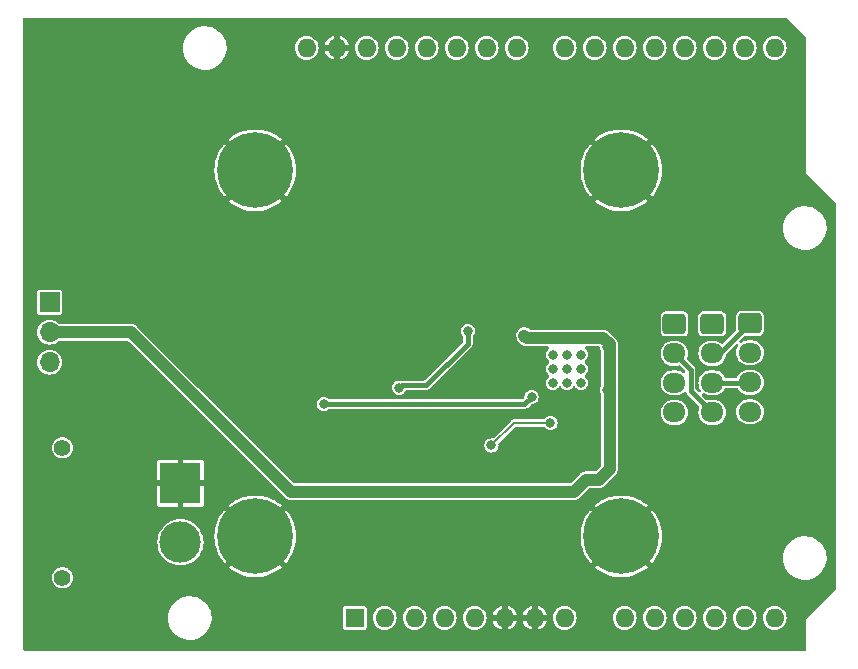
<source format=gbr>
%TF.GenerationSoftware,KiCad,Pcbnew,(7.0.0-0)*%
%TF.CreationDate,2023-04-23T15:23:44+02:00*%
%TF.ProjectId,tmc2209_devboard,746d6332-3230-4395-9f64-6576626f6172,rev?*%
%TF.SameCoordinates,Original*%
%TF.FileFunction,Copper,L2,Bot*%
%TF.FilePolarity,Positive*%
%FSLAX46Y46*%
G04 Gerber Fmt 4.6, Leading zero omitted, Abs format (unit mm)*
G04 Created by KiCad (PCBNEW (7.0.0-0)) date 2023-04-23 15:23:44*
%MOMM*%
%LPD*%
G01*
G04 APERTURE LIST*
G04 Aperture macros list*
%AMRoundRect*
0 Rectangle with rounded corners*
0 $1 Rounding radius*
0 $2 $3 $4 $5 $6 $7 $8 $9 X,Y pos of 4 corners*
0 Add a 4 corners polygon primitive as box body*
4,1,4,$2,$3,$4,$5,$6,$7,$8,$9,$2,$3,0*
0 Add four circle primitives for the rounded corners*
1,1,$1+$1,$2,$3*
1,1,$1+$1,$4,$5*
1,1,$1+$1,$6,$7*
1,1,$1+$1,$8,$9*
0 Add four rect primitives between the rounded corners*
20,1,$1+$1,$2,$3,$4,$5,0*
20,1,$1+$1,$4,$5,$6,$7,0*
20,1,$1+$1,$6,$7,$8,$9,0*
20,1,$1+$1,$8,$9,$2,$3,0*%
G04 Aperture macros list end*
%TA.AperFunction,ComponentPad*%
%ADD10R,1.700000X1.700000*%
%TD*%
%TA.AperFunction,ComponentPad*%
%ADD11O,1.700000X1.700000*%
%TD*%
%TA.AperFunction,ComponentPad*%
%ADD12C,0.800000*%
%TD*%
%TA.AperFunction,ComponentPad*%
%ADD13C,6.400000*%
%TD*%
%TA.AperFunction,ComponentPad*%
%ADD14RoundRect,0.250000X-0.725000X0.600000X-0.725000X-0.600000X0.725000X-0.600000X0.725000X0.600000X0*%
%TD*%
%TA.AperFunction,ComponentPad*%
%ADD15O,1.950000X1.700000*%
%TD*%
%TA.AperFunction,ComponentPad*%
%ADD16C,1.400000*%
%TD*%
%TA.AperFunction,ComponentPad*%
%ADD17R,3.500000X3.500000*%
%TD*%
%TA.AperFunction,ComponentPad*%
%ADD18C,3.500000*%
%TD*%
%TA.AperFunction,ComponentPad*%
%ADD19O,1.600000X1.600000*%
%TD*%
%TA.AperFunction,ComponentPad*%
%ADD20R,1.600000X1.600000*%
%TD*%
%TA.AperFunction,ViaPad*%
%ADD21C,0.800000*%
%TD*%
%TA.AperFunction,Conductor*%
%ADD22C,0.400000*%
%TD*%
%TA.AperFunction,Conductor*%
%ADD23C,1.000000*%
%TD*%
%TA.AperFunction,Conductor*%
%ADD24C,0.200000*%
%TD*%
G04 APERTURE END LIST*
D10*
%TO.P,J2,1,Pin_1*%
%TO.N,+28V*%
X44599999Y-46174999D03*
D11*
%TO.P,J2,2,Pin_2*%
%TO.N,Vdrive*%
X44599999Y-48714999D03*
%TO.P,J2,3,Pin_3*%
%TO.N,Net-(A1-VIN)*%
X44599999Y-51254999D03*
%TD*%
D12*
%TO.P,H4,1,1*%
%TO.N,GND*%
X59600000Y-35000000D03*
X60302944Y-33302944D03*
X60302944Y-36697056D03*
X62000000Y-32600000D03*
D13*
X62000000Y-35000000D03*
D12*
X62000000Y-37400000D03*
X63697056Y-33302944D03*
X63697056Y-36697056D03*
X64400000Y-35000000D03*
%TD*%
%TO.P,H3,1,1*%
%TO.N,GND*%
X59600000Y-66000000D03*
X60302944Y-64302944D03*
X60302944Y-67697056D03*
X62000000Y-63600000D03*
D13*
X62000000Y-66000000D03*
D12*
X62000000Y-68400000D03*
X63697056Y-64302944D03*
X63697056Y-67697056D03*
X64400000Y-66000000D03*
%TD*%
D14*
%TO.P,J5,1,Pin_1*%
%TO.N,OB2*%
X97500000Y-48000000D03*
D15*
%TO.P,J5,2,Pin_2*%
%TO.N,OB1*%
X97499999Y-50499999D03*
%TO.P,J5,3,Pin_3*%
%TO.N,OA1*%
X97499999Y-52999999D03*
%TO.P,J5,4,Pin_4*%
%TO.N,OA2*%
X97499999Y-55499999D03*
%TD*%
D16*
%TO.P,J1,*%
%TO.N,*%
X45675000Y-69500000D03*
X45675000Y-58500000D03*
D17*
%TO.P,J1,1,Pin_1*%
%TO.N,GND*%
X55674999Y-61499999D03*
D18*
%TO.P,J1,2,Pin_2*%
%TO.N,+28V*%
X55675000Y-66500000D03*
%TD*%
D12*
%TO.P,H2,1,1*%
%TO.N,GND*%
X90600000Y-66000000D03*
X91302944Y-64302944D03*
X91302944Y-67697056D03*
X93000000Y-63600000D03*
D13*
X93000000Y-66000000D03*
D12*
X93000000Y-68400000D03*
X94697056Y-64302944D03*
X94697056Y-67697056D03*
X95400000Y-66000000D03*
%TD*%
D14*
%TO.P,J4,1,Pin_1*%
%TO.N,OA1*%
X103900000Y-47950000D03*
D15*
%TO.P,J4,2,Pin_2*%
%TO.N,OB1*%
X103899999Y-50449999D03*
%TO.P,J4,3,Pin_3*%
%TO.N,OA2*%
X103899999Y-52949999D03*
%TO.P,J4,4,Pin_4*%
%TO.N,OB2*%
X103899999Y-55449999D03*
%TD*%
D12*
%TO.P,H1,1,1*%
%TO.N,GND*%
X90600000Y-35000000D03*
X91302944Y-33302944D03*
X91302944Y-36697056D03*
X93000000Y-32600000D03*
D13*
X93000000Y-35000000D03*
D12*
X93000000Y-37400000D03*
X94697056Y-33302944D03*
X94697056Y-36697056D03*
X95400000Y-35000000D03*
%TD*%
D14*
%TO.P,J6,1,Pin_1*%
%TO.N,OB2*%
X100700000Y-48000000D03*
D15*
%TO.P,J6,2,Pin_2*%
%TO.N,OA1*%
X100699999Y-50499999D03*
%TO.P,J6,3,Pin_3*%
%TO.N,OA2*%
X100699999Y-52999999D03*
%TO.P,J6,4,Pin_4*%
%TO.N,OB1*%
X100699999Y-55499999D03*
%TD*%
D19*
%TO.P,A1,30,AREF*%
%TO.N,unconnected-(A1-AREF-Pad30)*%
X66372499Y-24639999D03*
%TO.P,A1,29,GND*%
%TO.N,GND*%
X68912499Y-24639999D03*
%TO.P,A1,28,D13*%
%TO.N,MOT_STANDBY*%
X71452499Y-24639999D03*
%TO.P,A1,27,D12*%
%TO.N,MOT_DIR*%
X73992499Y-24639999D03*
%TO.P,A1,26,D11*%
%TO.N,MOT_STEP*%
X76532499Y-24639999D03*
%TO.P,A1,25,D10*%
%TO.N,MOT_UART_TX*%
X79072499Y-24639999D03*
%TO.P,A1,24,D9*%
%TO.N,MOT_UART_RX*%
X81612499Y-24639999D03*
%TO.P,A1,23,D8*%
%TO.N,MOT_CLK*%
X84152499Y-24639999D03*
%TO.P,A1,22,D7*%
%TO.N,MOT_INDEX*%
X88212499Y-24639999D03*
%TO.P,A1,21,D6*%
%TO.N,MOT_DIAG*%
X90752499Y-24639999D03*
%TO.P,A1,20,D5*%
%TO.N,MOT_MS2*%
X93292499Y-24639999D03*
%TO.P,A1,19,D4*%
%TO.N,MOT_MS1*%
X95832499Y-24639999D03*
%TO.P,A1,18,D3*%
%TO.N,MOT_SPREAD*%
X98372499Y-24639999D03*
%TO.P,A1,17,D2*%
%TO.N,MOT_ENABLE*%
X100912499Y-24639999D03*
%TO.P,A1,16,D1/TX*%
%TO.N,unconnected-(A1-D1{slash}TX-Pad16)*%
X103452499Y-24639999D03*
%TO.P,A1,15,D0/RX*%
%TO.N,unconnected-(A1-D0{slash}RX-Pad15)*%
X105992499Y-24639999D03*
%TO.P,A1,14,SCL/A5*%
%TO.N,unconnected-(A1-SCL{slash}A5-Pad14)*%
X105992499Y-72899999D03*
%TO.P,A1,13,SDA/A4*%
%TO.N,unconnected-(A1-SDA{slash}A4-Pad13)*%
X103452499Y-72899999D03*
%TO.P,A1,12,A3*%
%TO.N,unconnected-(A1-A3-Pad12)*%
X100912499Y-72899999D03*
%TO.P,A1,11,A2*%
%TO.N,unconnected-(A1-A2-Pad11)*%
X98372499Y-72899999D03*
%TO.P,A1,10,A1*%
%TO.N,unconnected-(A1-A1-Pad10)*%
X95832499Y-72899999D03*
%TO.P,A1,9,A0*%
%TO.N,voltage_detect*%
X93292499Y-72899999D03*
%TO.P,A1,8,VIN*%
%TO.N,Net-(A1-VIN)*%
X88212499Y-72899999D03*
%TO.P,A1,7,GND*%
%TO.N,GND*%
X85672499Y-72899999D03*
%TO.P,A1,6,GND*%
X83132499Y-72899999D03*
%TO.P,A1,5,+5V*%
%TO.N,+5V*%
X80592499Y-72899999D03*
%TO.P,A1,4,3V3*%
%TO.N,+3V3*%
X78052499Y-72899999D03*
%TO.P,A1,3,~{RESET}*%
%TO.N,rst*%
X75512499Y-72899999D03*
%TO.P,A1,2,IOREF*%
%TO.N,unconnected-(A1-IOREF-Pad2)*%
X72972499Y-72899999D03*
D20*
%TO.P,A1,1,NC*%
%TO.N,unconnected-(A1-NC-Pad1)*%
X70432499Y-72899999D03*
%TD*%
D21*
%TO.N,+5V*%
X85400000Y-54200000D03*
X67800000Y-54800000D03*
%TO.N,GND*%
X107782500Y-52900000D03*
X68700000Y-58800000D03*
X60000000Y-74000000D03*
X97000000Y-26600000D03*
X82800000Y-42600000D03*
X107782500Y-48900000D03*
X80200000Y-33000000D03*
X68500000Y-38050000D03*
X95800000Y-62800000D03*
X99900000Y-57500000D03*
X86725000Y-43200000D03*
X96600000Y-30600000D03*
X68600000Y-32000000D03*
X84000000Y-36600000D03*
X99800000Y-45700000D03*
X72600000Y-63500000D03*
X98900000Y-67700000D03*
X82400000Y-71200000D03*
X52800000Y-32600000D03*
X47800000Y-55600000D03*
X90000000Y-58400000D03*
X52100000Y-26600000D03*
X83400000Y-70600000D03*
X91600000Y-47800000D03*
X68200000Y-63600000D03*
X75200000Y-27000000D03*
X103500000Y-57500000D03*
X70200000Y-37200000D03*
X93000000Y-41600000D03*
X84200000Y-60000000D03*
X45200000Y-30200000D03*
X55200000Y-49300000D03*
X91200000Y-31000000D03*
X78200000Y-47200000D03*
X72800000Y-46000000D03*
X98500000Y-61100000D03*
X84100000Y-57900000D03*
X81800000Y-56300000D03*
X98800000Y-34400000D03*
X53700000Y-23200000D03*
X53200000Y-30600000D03*
X90600000Y-56000000D03*
X57200000Y-29100000D03*
X77100000Y-63600000D03*
X70500000Y-63500000D03*
X72250000Y-57250000D03*
X61200000Y-56500000D03*
X78000000Y-27000000D03*
X70800000Y-69200000D03*
X96600000Y-68800000D03*
X88600000Y-33800000D03*
X65900000Y-27700000D03*
X75400000Y-39400000D03*
X90600000Y-62600000D03*
X93900000Y-43200000D03*
X52200000Y-74000000D03*
X97000000Y-39200000D03*
X59900000Y-22900000D03*
X86400000Y-29800000D03*
X49200000Y-60000000D03*
X83800000Y-27000000D03*
X72600000Y-26800000D03*
X78700000Y-56600000D03*
X78200000Y-59100000D03*
X102200000Y-37800000D03*
X74800000Y-63600000D03*
X79200000Y-68600000D03*
X62700000Y-29200000D03*
X51000000Y-30200000D03*
X68800000Y-27000000D03*
X89800000Y-43600000D03*
X69000000Y-52250000D03*
X82800000Y-45800000D03*
X70400000Y-29200000D03*
X105400000Y-31400000D03*
X55400000Y-35000000D03*
X82800000Y-38600000D03*
X95800000Y-59600000D03*
X89200000Y-39400000D03*
X84000000Y-66800000D03*
X104300000Y-62300000D03*
X89600000Y-26800000D03*
X65600000Y-48200000D03*
X99600000Y-28000000D03*
X65400000Y-60200000D03*
X101600000Y-61700000D03*
X110250000Y-59750000D03*
X72400000Y-39600000D03*
X104400000Y-67000000D03*
X56200000Y-27600000D03*
X82600000Y-32200000D03*
X107782500Y-56650000D03*
X66200000Y-68800000D03*
X46200000Y-73800000D03*
X78600000Y-49400000D03*
X46600000Y-36900000D03*
X65500000Y-54800000D03*
X106700000Y-45900000D03*
X78200000Y-39000000D03*
X95800000Y-43800000D03*
X106800000Y-27000000D03*
X79400000Y-63600000D03*
X94400000Y-26600000D03*
X91600000Y-45400000D03*
X93900000Y-47300000D03*
X86600000Y-27000000D03*
X107200000Y-35200000D03*
X68200000Y-45200000D03*
X92200000Y-26800000D03*
X84100000Y-67900000D03*
X102600000Y-27400000D03*
X80400000Y-26900000D03*
X70800000Y-43200000D03*
X96500000Y-58200000D03*
X95700000Y-46900000D03*
X54800000Y-31800000D03*
X87000000Y-40800000D03*
X93900000Y-59700000D03*
X77400000Y-69700000D03*
X86900000Y-59000000D03*
X76900000Y-71800000D03*
X90800000Y-74600000D03*
X55300000Y-25800000D03*
X80200000Y-45400000D03*
X106800000Y-61600000D03*
X90500000Y-59600000D03*
X89600000Y-46800000D03*
X49600000Y-68000000D03*
X68600000Y-71600000D03*
X84600000Y-63800000D03*
X62400000Y-49700000D03*
X48800000Y-34600000D03*
X93800000Y-56200000D03*
X110200000Y-44000000D03*
X103200000Y-45700000D03*
X80400000Y-58400000D03*
X96500000Y-45300000D03*
X96000000Y-56800000D03*
X44800000Y-33600000D03*
X65000000Y-74000000D03*
X55600000Y-23000000D03*
X108500000Y-44000000D03*
X89200000Y-47700000D03*
X48000000Y-23200000D03*
X88200000Y-55600000D03*
X84000000Y-69200000D03*
%TO.N,Vdrive*%
X84800000Y-49000000D03*
X91800000Y-50000000D03*
X90900000Y-61200000D03*
X90100000Y-61200000D03*
X91800000Y-53600000D03*
%TO.N,Net-(JP5-A)*%
X82000000Y-58300000D03*
X87000000Y-56400000D03*
X87000000Y-56400000D03*
%TO.N,Net-(D3-K)*%
X80000000Y-48600000D03*
X74200000Y-53400000D03*
%TO.N,unconnected-(U1-EXP-Pad29)*%
X89600000Y-53000000D03*
X88400000Y-50600000D03*
X88400000Y-51800000D03*
X89600000Y-51800000D03*
X88400000Y-53000000D03*
X87200000Y-51800000D03*
X87200000Y-50600000D03*
X89600000Y-50600000D03*
X87200000Y-53000000D03*
%TD*%
D22*
%TO.N,+5V*%
X67800000Y-54800000D02*
X84800000Y-54800000D01*
X84800000Y-54800000D02*
X85400000Y-54200000D01*
D23*
%TO.N,Vdrive*%
X89000000Y-62200000D02*
X65000000Y-62200000D01*
X51515000Y-48715000D02*
X44600000Y-48715000D01*
X65000000Y-62200000D02*
X51515000Y-48715000D01*
X90100000Y-61200000D02*
X90000000Y-61200000D01*
X92000000Y-56000000D02*
X92000000Y-56750000D01*
X92000000Y-49750000D02*
X92000000Y-56750000D01*
X91100000Y-61200000D02*
X90900000Y-61200000D01*
X91450000Y-49200000D02*
X85000000Y-49200000D01*
X90000000Y-61200000D02*
X89000000Y-62200000D01*
X92000000Y-49750000D02*
X91450000Y-49200000D01*
X85000000Y-49200000D02*
X84800000Y-49000000D01*
X92000000Y-60300000D02*
X91100000Y-61200000D01*
X92000000Y-56750000D02*
X92000000Y-60300000D01*
X90900000Y-61200000D02*
X90100000Y-61200000D01*
D24*
%TO.N,Net-(JP5-A)*%
X87000000Y-56400000D02*
X83900000Y-56400000D01*
X83900000Y-56400000D02*
X82000000Y-58300000D01*
D22*
%TO.N,Net-(D3-K)*%
X80000000Y-49668629D02*
X76468629Y-53200000D01*
X76468629Y-53200000D02*
X74400000Y-53200000D01*
X74400000Y-53200000D02*
X74200000Y-53400000D01*
X80000000Y-48600000D02*
X80000000Y-49668629D01*
%TO.N,OA1*%
X101350000Y-50500000D02*
X100700000Y-50500000D01*
X103900000Y-47950000D02*
X101350000Y-50500000D01*
%TO.N,OB1*%
X98875000Y-53675000D02*
X100700000Y-55500000D01*
X97500000Y-50500000D02*
X98875000Y-51875000D01*
X98875000Y-51875000D02*
X98875000Y-53675000D01*
%TO.N,OA2*%
X100700000Y-53000000D02*
X103850000Y-53000000D01*
X103850000Y-53000000D02*
X103900000Y-52950000D01*
%TD*%
%TA.AperFunction,Conductor*%
%TO.N,GND*%
G36*
X106964818Y-22084939D02*
G01*
X107005046Y-22111819D01*
X108638181Y-23744954D01*
X108665061Y-23785182D01*
X108674500Y-23832635D01*
X108674500Y-35221325D01*
X108674273Y-35226519D01*
X108672393Y-35229205D01*
X108673338Y-35240011D01*
X108673338Y-35240014D01*
X108674028Y-35247897D01*
X108674138Y-35250416D01*
X108674357Y-35251658D01*
X108674500Y-35253293D01*
X108674500Y-35261258D01*
X108674500Y-35263312D01*
X108674290Y-35263312D01*
X108674100Y-35265174D01*
X108674478Y-35266583D01*
X108675653Y-35266481D01*
X108677182Y-35283955D01*
X108684067Y-35290840D01*
X108685121Y-35292495D01*
X108688452Y-35301645D01*
X108697848Y-35307070D01*
X108706158Y-35314042D01*
X108705652Y-35314644D01*
X108715185Y-35321958D01*
X111120681Y-37727454D01*
X111147561Y-37767682D01*
X111157000Y-37815135D01*
X111157000Y-70413312D01*
X111157963Y-70415958D01*
X111154490Y-70468922D01*
X111123911Y-70519314D01*
X108716889Y-72926335D01*
X108713053Y-72929849D01*
X108709828Y-72930419D01*
X108702860Y-72938721D01*
X108702853Y-72938728D01*
X108697759Y-72944800D01*
X108696060Y-72946654D01*
X108695334Y-72947690D01*
X108694289Y-72948936D01*
X108688658Y-72954567D01*
X108688654Y-72954571D01*
X108688014Y-72955211D01*
X108687207Y-72956018D01*
X108687059Y-72955870D01*
X108685600Y-72957059D01*
X108684869Y-72958326D01*
X108685773Y-72959085D01*
X108681471Y-72964211D01*
X108681469Y-72964214D01*
X108674500Y-72972520D01*
X108674500Y-72982252D01*
X108674073Y-72984177D01*
X108669960Y-72992998D01*
X108672767Y-73003473D01*
X108673713Y-73014286D01*
X108672932Y-73014354D01*
X108674500Y-73026268D01*
X108674500Y-75550500D01*
X108657887Y-75612500D01*
X108612500Y-75657887D01*
X108550500Y-75674500D01*
X42449500Y-75674500D01*
X42387500Y-75657887D01*
X42342113Y-75612500D01*
X42325500Y-75550500D01*
X42325500Y-72967765D01*
X54608288Y-72967765D01*
X54608782Y-72972262D01*
X54608783Y-72972267D01*
X54637417Y-73232506D01*
X54637418Y-73232513D01*
X54637914Y-73237018D01*
X54639059Y-73241398D01*
X54639061Y-73241408D01*
X54671330Y-73364838D01*
X54706428Y-73499088D01*
X54708193Y-73503242D01*
X54708196Y-73503250D01*
X54808288Y-73738784D01*
X54812370Y-73748390D01*
X54814726Y-73752251D01*
X54814729Y-73752256D01*
X54915813Y-73917888D01*
X54953482Y-73979610D01*
X55126755Y-74187820D01*
X55130130Y-74190844D01*
X55130131Y-74190845D01*
X55234830Y-74284656D01*
X55328498Y-74368582D01*
X55554410Y-74518044D01*
X55799676Y-74633020D01*
X56059069Y-74711060D01*
X56327061Y-74750500D01*
X56527869Y-74750500D01*
X56530131Y-74750500D01*
X56732656Y-74735677D01*
X56997053Y-74676780D01*
X57250058Y-74580014D01*
X57486277Y-74447441D01*
X57700677Y-74281888D01*
X57888686Y-74086881D01*
X58046299Y-73866579D01*
X58121790Y-73719748D01*
X69432000Y-73719748D01*
X69433188Y-73725723D01*
X69433189Y-73725728D01*
X69435786Y-73738784D01*
X69443633Y-73778231D01*
X69487948Y-73844552D01*
X69554269Y-73888867D01*
X69612752Y-73900500D01*
X71246152Y-73900500D01*
X71252248Y-73900500D01*
X71310731Y-73888867D01*
X71377052Y-73844552D01*
X71421367Y-73778231D01*
X71433000Y-73719748D01*
X71433000Y-72900000D01*
X71967159Y-72900000D01*
X71967756Y-72906062D01*
X71985878Y-73090067D01*
X71985879Y-73090073D01*
X71986476Y-73096132D01*
X71988243Y-73101957D01*
X71988244Y-73101962D01*
X72030545Y-73241408D01*
X72043686Y-73284727D01*
X72046555Y-73290095D01*
X72046557Y-73290099D01*
X72133715Y-73453161D01*
X72133719Y-73453167D01*
X72136590Y-73458538D01*
X72261617Y-73610883D01*
X72413962Y-73735910D01*
X72419334Y-73738781D01*
X72419338Y-73738784D01*
X72493139Y-73778231D01*
X72587773Y-73828814D01*
X72776368Y-73886024D01*
X72972500Y-73905341D01*
X73168632Y-73886024D01*
X73357227Y-73828814D01*
X73531038Y-73735910D01*
X73683383Y-73610883D01*
X73808410Y-73458538D01*
X73901314Y-73284727D01*
X73958524Y-73096132D01*
X73977841Y-72900000D01*
X74507159Y-72900000D01*
X74507756Y-72906062D01*
X74525878Y-73090067D01*
X74525879Y-73090073D01*
X74526476Y-73096132D01*
X74528243Y-73101957D01*
X74528244Y-73101962D01*
X74570545Y-73241408D01*
X74583686Y-73284727D01*
X74586555Y-73290095D01*
X74586557Y-73290099D01*
X74673715Y-73453161D01*
X74673719Y-73453167D01*
X74676590Y-73458538D01*
X74801617Y-73610883D01*
X74953962Y-73735910D01*
X74959334Y-73738781D01*
X74959338Y-73738784D01*
X75033139Y-73778231D01*
X75127773Y-73828814D01*
X75316368Y-73886024D01*
X75512500Y-73905341D01*
X75708632Y-73886024D01*
X75897227Y-73828814D01*
X76071038Y-73735910D01*
X76223383Y-73610883D01*
X76348410Y-73458538D01*
X76441314Y-73284727D01*
X76498524Y-73096132D01*
X76517841Y-72900000D01*
X77047159Y-72900000D01*
X77047756Y-72906062D01*
X77065878Y-73090067D01*
X77065879Y-73090073D01*
X77066476Y-73096132D01*
X77068243Y-73101957D01*
X77068244Y-73101962D01*
X77110545Y-73241408D01*
X77123686Y-73284727D01*
X77126555Y-73290095D01*
X77126557Y-73290099D01*
X77213715Y-73453161D01*
X77213719Y-73453167D01*
X77216590Y-73458538D01*
X77341617Y-73610883D01*
X77493962Y-73735910D01*
X77499334Y-73738781D01*
X77499338Y-73738784D01*
X77573139Y-73778231D01*
X77667773Y-73828814D01*
X77856368Y-73886024D01*
X78052500Y-73905341D01*
X78248632Y-73886024D01*
X78437227Y-73828814D01*
X78611038Y-73735910D01*
X78763383Y-73610883D01*
X78888410Y-73458538D01*
X78981314Y-73284727D01*
X79038524Y-73096132D01*
X79057841Y-72900000D01*
X79587159Y-72900000D01*
X79587756Y-72906062D01*
X79605878Y-73090067D01*
X79605879Y-73090073D01*
X79606476Y-73096132D01*
X79608243Y-73101957D01*
X79608244Y-73101962D01*
X79650545Y-73241408D01*
X79663686Y-73284727D01*
X79666555Y-73290095D01*
X79666557Y-73290099D01*
X79753715Y-73453161D01*
X79753719Y-73453167D01*
X79756590Y-73458538D01*
X79881617Y-73610883D01*
X80033962Y-73735910D01*
X80039334Y-73738781D01*
X80039338Y-73738784D01*
X80113139Y-73778231D01*
X80207773Y-73828814D01*
X80396368Y-73886024D01*
X80592500Y-73905341D01*
X80788632Y-73886024D01*
X80977227Y-73828814D01*
X81151038Y-73735910D01*
X81303383Y-73610883D01*
X81428410Y-73458538D01*
X81521314Y-73284727D01*
X81561391Y-73152612D01*
X82114611Y-73152612D01*
X82115304Y-73163897D01*
X82155964Y-73297934D01*
X82160603Y-73309134D01*
X82252357Y-73480795D01*
X82259099Y-73490884D01*
X82382582Y-73641348D01*
X82391151Y-73649917D01*
X82541615Y-73773400D01*
X82551704Y-73780142D01*
X82723365Y-73871896D01*
X82734565Y-73876535D01*
X82868602Y-73917195D01*
X82879887Y-73917888D01*
X82882500Y-73906887D01*
X83382500Y-73906887D01*
X83385112Y-73917888D01*
X83396397Y-73917195D01*
X83530434Y-73876535D01*
X83541634Y-73871896D01*
X83713295Y-73780142D01*
X83723384Y-73773400D01*
X83873848Y-73649917D01*
X83882417Y-73641348D01*
X84005900Y-73490884D01*
X84012642Y-73480795D01*
X84104396Y-73309134D01*
X84109035Y-73297934D01*
X84149695Y-73163897D01*
X84150388Y-73152612D01*
X84654611Y-73152612D01*
X84655304Y-73163897D01*
X84695964Y-73297934D01*
X84700603Y-73309134D01*
X84792357Y-73480795D01*
X84799099Y-73490884D01*
X84922582Y-73641348D01*
X84931151Y-73649917D01*
X85081615Y-73773400D01*
X85091704Y-73780142D01*
X85263365Y-73871896D01*
X85274565Y-73876535D01*
X85408602Y-73917195D01*
X85419887Y-73917888D01*
X85422500Y-73906887D01*
X85922500Y-73906887D01*
X85925112Y-73917888D01*
X85936397Y-73917195D01*
X86070434Y-73876535D01*
X86081634Y-73871896D01*
X86253295Y-73780142D01*
X86263384Y-73773400D01*
X86413848Y-73649917D01*
X86422417Y-73641348D01*
X86545900Y-73490884D01*
X86552642Y-73480795D01*
X86644396Y-73309134D01*
X86649035Y-73297934D01*
X86689695Y-73163897D01*
X86690388Y-73152612D01*
X86679387Y-73150000D01*
X85938826Y-73150000D01*
X85925950Y-73153450D01*
X85922500Y-73166326D01*
X85922500Y-73906887D01*
X85422500Y-73906887D01*
X85422500Y-73166326D01*
X85419049Y-73153450D01*
X85406174Y-73150000D01*
X84665613Y-73150000D01*
X84654611Y-73152612D01*
X84150388Y-73152612D01*
X84139387Y-73150000D01*
X83398826Y-73150000D01*
X83385950Y-73153450D01*
X83382500Y-73166326D01*
X83382500Y-73906887D01*
X82882500Y-73906887D01*
X82882500Y-73166326D01*
X82879049Y-73153450D01*
X82866174Y-73150000D01*
X82125613Y-73150000D01*
X82114611Y-73152612D01*
X81561391Y-73152612D01*
X81578524Y-73096132D01*
X81597841Y-72900000D01*
X87207159Y-72900000D01*
X87207756Y-72906062D01*
X87225878Y-73090067D01*
X87225879Y-73090073D01*
X87226476Y-73096132D01*
X87228243Y-73101957D01*
X87228244Y-73101962D01*
X87270545Y-73241408D01*
X87283686Y-73284727D01*
X87286555Y-73290095D01*
X87286557Y-73290099D01*
X87373715Y-73453161D01*
X87373719Y-73453167D01*
X87376590Y-73458538D01*
X87501617Y-73610883D01*
X87653962Y-73735910D01*
X87659334Y-73738781D01*
X87659338Y-73738784D01*
X87733139Y-73778231D01*
X87827773Y-73828814D01*
X88016368Y-73886024D01*
X88212500Y-73905341D01*
X88408632Y-73886024D01*
X88597227Y-73828814D01*
X88771038Y-73735910D01*
X88923383Y-73610883D01*
X89048410Y-73458538D01*
X89141314Y-73284727D01*
X89198524Y-73096132D01*
X89217841Y-72900000D01*
X92287159Y-72900000D01*
X92287756Y-72906062D01*
X92305878Y-73090067D01*
X92305879Y-73090073D01*
X92306476Y-73096132D01*
X92308243Y-73101957D01*
X92308244Y-73101962D01*
X92350545Y-73241408D01*
X92363686Y-73284727D01*
X92366555Y-73290095D01*
X92366557Y-73290099D01*
X92453715Y-73453161D01*
X92453719Y-73453167D01*
X92456590Y-73458538D01*
X92581617Y-73610883D01*
X92733962Y-73735910D01*
X92739334Y-73738781D01*
X92739338Y-73738784D01*
X92813139Y-73778231D01*
X92907773Y-73828814D01*
X93096368Y-73886024D01*
X93292500Y-73905341D01*
X93488632Y-73886024D01*
X93677227Y-73828814D01*
X93851038Y-73735910D01*
X94003383Y-73610883D01*
X94128410Y-73458538D01*
X94221314Y-73284727D01*
X94278524Y-73096132D01*
X94297841Y-72900000D01*
X94827159Y-72900000D01*
X94827756Y-72906062D01*
X94845878Y-73090067D01*
X94845879Y-73090073D01*
X94846476Y-73096132D01*
X94848243Y-73101957D01*
X94848244Y-73101962D01*
X94890545Y-73241408D01*
X94903686Y-73284727D01*
X94906555Y-73290095D01*
X94906557Y-73290099D01*
X94993715Y-73453161D01*
X94993719Y-73453167D01*
X94996590Y-73458538D01*
X95121617Y-73610883D01*
X95273962Y-73735910D01*
X95279334Y-73738781D01*
X95279338Y-73738784D01*
X95353139Y-73778231D01*
X95447773Y-73828814D01*
X95636368Y-73886024D01*
X95832500Y-73905341D01*
X96028632Y-73886024D01*
X96217227Y-73828814D01*
X96391038Y-73735910D01*
X96543383Y-73610883D01*
X96668410Y-73458538D01*
X96761314Y-73284727D01*
X96818524Y-73096132D01*
X96837841Y-72900000D01*
X97367159Y-72900000D01*
X97367756Y-72906062D01*
X97385878Y-73090067D01*
X97385879Y-73090073D01*
X97386476Y-73096132D01*
X97388243Y-73101957D01*
X97388244Y-73101962D01*
X97430545Y-73241408D01*
X97443686Y-73284727D01*
X97446555Y-73290095D01*
X97446557Y-73290099D01*
X97533715Y-73453161D01*
X97533719Y-73453167D01*
X97536590Y-73458538D01*
X97661617Y-73610883D01*
X97813962Y-73735910D01*
X97819334Y-73738781D01*
X97819338Y-73738784D01*
X97893139Y-73778231D01*
X97987773Y-73828814D01*
X98176368Y-73886024D01*
X98372500Y-73905341D01*
X98568632Y-73886024D01*
X98757227Y-73828814D01*
X98931038Y-73735910D01*
X99083383Y-73610883D01*
X99208410Y-73458538D01*
X99301314Y-73284727D01*
X99358524Y-73096132D01*
X99377841Y-72900000D01*
X99907159Y-72900000D01*
X99907756Y-72906062D01*
X99925878Y-73090067D01*
X99925879Y-73090073D01*
X99926476Y-73096132D01*
X99928243Y-73101957D01*
X99928244Y-73101962D01*
X99970545Y-73241408D01*
X99983686Y-73284727D01*
X99986555Y-73290095D01*
X99986557Y-73290099D01*
X100073715Y-73453161D01*
X100073719Y-73453167D01*
X100076590Y-73458538D01*
X100201617Y-73610883D01*
X100353962Y-73735910D01*
X100359334Y-73738781D01*
X100359338Y-73738784D01*
X100433139Y-73778231D01*
X100527773Y-73828814D01*
X100716368Y-73886024D01*
X100912500Y-73905341D01*
X101108632Y-73886024D01*
X101297227Y-73828814D01*
X101471038Y-73735910D01*
X101623383Y-73610883D01*
X101748410Y-73458538D01*
X101841314Y-73284727D01*
X101898524Y-73096132D01*
X101917841Y-72900000D01*
X102447159Y-72900000D01*
X102447756Y-72906062D01*
X102465878Y-73090067D01*
X102465879Y-73090073D01*
X102466476Y-73096132D01*
X102468243Y-73101957D01*
X102468244Y-73101962D01*
X102510545Y-73241408D01*
X102523686Y-73284727D01*
X102526555Y-73290095D01*
X102526557Y-73290099D01*
X102613715Y-73453161D01*
X102613719Y-73453167D01*
X102616590Y-73458538D01*
X102741617Y-73610883D01*
X102893962Y-73735910D01*
X102899334Y-73738781D01*
X102899338Y-73738784D01*
X102973139Y-73778231D01*
X103067773Y-73828814D01*
X103256368Y-73886024D01*
X103452500Y-73905341D01*
X103648632Y-73886024D01*
X103837227Y-73828814D01*
X104011038Y-73735910D01*
X104163383Y-73610883D01*
X104288410Y-73458538D01*
X104381314Y-73284727D01*
X104438524Y-73096132D01*
X104457841Y-72900000D01*
X104987159Y-72900000D01*
X104987756Y-72906062D01*
X105005878Y-73090067D01*
X105005879Y-73090073D01*
X105006476Y-73096132D01*
X105008243Y-73101957D01*
X105008244Y-73101962D01*
X105050545Y-73241408D01*
X105063686Y-73284727D01*
X105066555Y-73290095D01*
X105066557Y-73290099D01*
X105153715Y-73453161D01*
X105153719Y-73453167D01*
X105156590Y-73458538D01*
X105281617Y-73610883D01*
X105433962Y-73735910D01*
X105439334Y-73738781D01*
X105439338Y-73738784D01*
X105513139Y-73778231D01*
X105607773Y-73828814D01*
X105796368Y-73886024D01*
X105992500Y-73905341D01*
X106188632Y-73886024D01*
X106377227Y-73828814D01*
X106551038Y-73735910D01*
X106703383Y-73610883D01*
X106828410Y-73458538D01*
X106921314Y-73284727D01*
X106978524Y-73096132D01*
X106997841Y-72900000D01*
X106978524Y-72703868D01*
X106921314Y-72515273D01*
X106828410Y-72341462D01*
X106703383Y-72189117D01*
X106551038Y-72064090D01*
X106545667Y-72061219D01*
X106545661Y-72061215D01*
X106382599Y-71974057D01*
X106382595Y-71974055D01*
X106377227Y-71971186D01*
X106358816Y-71965601D01*
X106194462Y-71915744D01*
X106194457Y-71915743D01*
X106188632Y-71913976D01*
X106182573Y-71913379D01*
X106182567Y-71913378D01*
X105998562Y-71895256D01*
X105992500Y-71894659D01*
X105986438Y-71895256D01*
X105802432Y-71913378D01*
X105802424Y-71913379D01*
X105796368Y-71913976D01*
X105790544Y-71915742D01*
X105790537Y-71915744D01*
X105613600Y-71969418D01*
X105613596Y-71969419D01*
X105607773Y-71971186D01*
X105602407Y-71974053D01*
X105602400Y-71974057D01*
X105439338Y-72061215D01*
X105439327Y-72061222D01*
X105433962Y-72064090D01*
X105429254Y-72067953D01*
X105429249Y-72067957D01*
X105286323Y-72185254D01*
X105286318Y-72185258D01*
X105281617Y-72189117D01*
X105277758Y-72193818D01*
X105277754Y-72193823D01*
X105160457Y-72336749D01*
X105160453Y-72336754D01*
X105156590Y-72341462D01*
X105153722Y-72346827D01*
X105153715Y-72346838D01*
X105066557Y-72509900D01*
X105066553Y-72509907D01*
X105063686Y-72515273D01*
X105061919Y-72521096D01*
X105061918Y-72521100D01*
X105008244Y-72698037D01*
X105008242Y-72698044D01*
X105006476Y-72703868D01*
X105005879Y-72709924D01*
X105005878Y-72709932D01*
X104993833Y-72832235D01*
X104987159Y-72900000D01*
X104457841Y-72900000D01*
X104438524Y-72703868D01*
X104381314Y-72515273D01*
X104288410Y-72341462D01*
X104163383Y-72189117D01*
X104011038Y-72064090D01*
X104005667Y-72061219D01*
X104005661Y-72061215D01*
X103842599Y-71974057D01*
X103842595Y-71974055D01*
X103837227Y-71971186D01*
X103818816Y-71965601D01*
X103654462Y-71915744D01*
X103654457Y-71915743D01*
X103648632Y-71913976D01*
X103642573Y-71913379D01*
X103642567Y-71913378D01*
X103458562Y-71895256D01*
X103452500Y-71894659D01*
X103446438Y-71895256D01*
X103262432Y-71913378D01*
X103262424Y-71913379D01*
X103256368Y-71913976D01*
X103250544Y-71915742D01*
X103250537Y-71915744D01*
X103073600Y-71969418D01*
X103073596Y-71969419D01*
X103067773Y-71971186D01*
X103062407Y-71974053D01*
X103062400Y-71974057D01*
X102899338Y-72061215D01*
X102899327Y-72061222D01*
X102893962Y-72064090D01*
X102889254Y-72067953D01*
X102889249Y-72067957D01*
X102746323Y-72185254D01*
X102746318Y-72185258D01*
X102741617Y-72189117D01*
X102737758Y-72193818D01*
X102737754Y-72193823D01*
X102620457Y-72336749D01*
X102620453Y-72336754D01*
X102616590Y-72341462D01*
X102613722Y-72346827D01*
X102613715Y-72346838D01*
X102526557Y-72509900D01*
X102526553Y-72509907D01*
X102523686Y-72515273D01*
X102521919Y-72521096D01*
X102521918Y-72521100D01*
X102468244Y-72698037D01*
X102468242Y-72698044D01*
X102466476Y-72703868D01*
X102465879Y-72709924D01*
X102465878Y-72709932D01*
X102453833Y-72832235D01*
X102447159Y-72900000D01*
X101917841Y-72900000D01*
X101898524Y-72703868D01*
X101841314Y-72515273D01*
X101748410Y-72341462D01*
X101623383Y-72189117D01*
X101471038Y-72064090D01*
X101465667Y-72061219D01*
X101465661Y-72061215D01*
X101302599Y-71974057D01*
X101302595Y-71974055D01*
X101297227Y-71971186D01*
X101278816Y-71965601D01*
X101114462Y-71915744D01*
X101114457Y-71915743D01*
X101108632Y-71913976D01*
X101102573Y-71913379D01*
X101102567Y-71913378D01*
X100918562Y-71895256D01*
X100912500Y-71894659D01*
X100906438Y-71895256D01*
X100722432Y-71913378D01*
X100722424Y-71913379D01*
X100716368Y-71913976D01*
X100710544Y-71915742D01*
X100710537Y-71915744D01*
X100533600Y-71969418D01*
X100533596Y-71969419D01*
X100527773Y-71971186D01*
X100522407Y-71974053D01*
X100522400Y-71974057D01*
X100359338Y-72061215D01*
X100359327Y-72061222D01*
X100353962Y-72064090D01*
X100349254Y-72067953D01*
X100349249Y-72067957D01*
X100206323Y-72185254D01*
X100206318Y-72185258D01*
X100201617Y-72189117D01*
X100197758Y-72193818D01*
X100197754Y-72193823D01*
X100080457Y-72336749D01*
X100080453Y-72336754D01*
X100076590Y-72341462D01*
X100073722Y-72346827D01*
X100073715Y-72346838D01*
X99986557Y-72509900D01*
X99986553Y-72509907D01*
X99983686Y-72515273D01*
X99981919Y-72521096D01*
X99981918Y-72521100D01*
X99928244Y-72698037D01*
X99928242Y-72698044D01*
X99926476Y-72703868D01*
X99925879Y-72709924D01*
X99925878Y-72709932D01*
X99913833Y-72832235D01*
X99907159Y-72900000D01*
X99377841Y-72900000D01*
X99358524Y-72703868D01*
X99301314Y-72515273D01*
X99208410Y-72341462D01*
X99083383Y-72189117D01*
X98931038Y-72064090D01*
X98925667Y-72061219D01*
X98925661Y-72061215D01*
X98762599Y-71974057D01*
X98762595Y-71974055D01*
X98757227Y-71971186D01*
X98738816Y-71965601D01*
X98574462Y-71915744D01*
X98574457Y-71915743D01*
X98568632Y-71913976D01*
X98562573Y-71913379D01*
X98562567Y-71913378D01*
X98378562Y-71895256D01*
X98372500Y-71894659D01*
X98366438Y-71895256D01*
X98182432Y-71913378D01*
X98182424Y-71913379D01*
X98176368Y-71913976D01*
X98170544Y-71915742D01*
X98170537Y-71915744D01*
X97993600Y-71969418D01*
X97993596Y-71969419D01*
X97987773Y-71971186D01*
X97982407Y-71974053D01*
X97982400Y-71974057D01*
X97819338Y-72061215D01*
X97819327Y-72061222D01*
X97813962Y-72064090D01*
X97809254Y-72067953D01*
X97809249Y-72067957D01*
X97666323Y-72185254D01*
X97666318Y-72185258D01*
X97661617Y-72189117D01*
X97657758Y-72193818D01*
X97657754Y-72193823D01*
X97540457Y-72336749D01*
X97540453Y-72336754D01*
X97536590Y-72341462D01*
X97533722Y-72346827D01*
X97533715Y-72346838D01*
X97446557Y-72509900D01*
X97446553Y-72509907D01*
X97443686Y-72515273D01*
X97441919Y-72521096D01*
X97441918Y-72521100D01*
X97388244Y-72698037D01*
X97388242Y-72698044D01*
X97386476Y-72703868D01*
X97385879Y-72709924D01*
X97385878Y-72709932D01*
X97373833Y-72832235D01*
X97367159Y-72900000D01*
X96837841Y-72900000D01*
X96818524Y-72703868D01*
X96761314Y-72515273D01*
X96668410Y-72341462D01*
X96543383Y-72189117D01*
X96391038Y-72064090D01*
X96385667Y-72061219D01*
X96385661Y-72061215D01*
X96222599Y-71974057D01*
X96222595Y-71974055D01*
X96217227Y-71971186D01*
X96198816Y-71965601D01*
X96034462Y-71915744D01*
X96034457Y-71915743D01*
X96028632Y-71913976D01*
X96022573Y-71913379D01*
X96022567Y-71913378D01*
X95838562Y-71895256D01*
X95832500Y-71894659D01*
X95826438Y-71895256D01*
X95642432Y-71913378D01*
X95642424Y-71913379D01*
X95636368Y-71913976D01*
X95630544Y-71915742D01*
X95630537Y-71915744D01*
X95453600Y-71969418D01*
X95453596Y-71969419D01*
X95447773Y-71971186D01*
X95442407Y-71974053D01*
X95442400Y-71974057D01*
X95279338Y-72061215D01*
X95279327Y-72061222D01*
X95273962Y-72064090D01*
X95269254Y-72067953D01*
X95269249Y-72067957D01*
X95126323Y-72185254D01*
X95126318Y-72185258D01*
X95121617Y-72189117D01*
X95117758Y-72193818D01*
X95117754Y-72193823D01*
X95000457Y-72336749D01*
X95000453Y-72336754D01*
X94996590Y-72341462D01*
X94993722Y-72346827D01*
X94993715Y-72346838D01*
X94906557Y-72509900D01*
X94906553Y-72509907D01*
X94903686Y-72515273D01*
X94901919Y-72521096D01*
X94901918Y-72521100D01*
X94848244Y-72698037D01*
X94848242Y-72698044D01*
X94846476Y-72703868D01*
X94845879Y-72709924D01*
X94845878Y-72709932D01*
X94833833Y-72832235D01*
X94827159Y-72900000D01*
X94297841Y-72900000D01*
X94278524Y-72703868D01*
X94221314Y-72515273D01*
X94128410Y-72341462D01*
X94003383Y-72189117D01*
X93851038Y-72064090D01*
X93845667Y-72061219D01*
X93845661Y-72061215D01*
X93682599Y-71974057D01*
X93682595Y-71974055D01*
X93677227Y-71971186D01*
X93658816Y-71965601D01*
X93494462Y-71915744D01*
X93494457Y-71915743D01*
X93488632Y-71913976D01*
X93482573Y-71913379D01*
X93482567Y-71913378D01*
X93298562Y-71895256D01*
X93292500Y-71894659D01*
X93286438Y-71895256D01*
X93102432Y-71913378D01*
X93102424Y-71913379D01*
X93096368Y-71913976D01*
X93090544Y-71915742D01*
X93090537Y-71915744D01*
X92913600Y-71969418D01*
X92913596Y-71969419D01*
X92907773Y-71971186D01*
X92902407Y-71974053D01*
X92902400Y-71974057D01*
X92739338Y-72061215D01*
X92739327Y-72061222D01*
X92733962Y-72064090D01*
X92729254Y-72067953D01*
X92729249Y-72067957D01*
X92586323Y-72185254D01*
X92586318Y-72185258D01*
X92581617Y-72189117D01*
X92577758Y-72193818D01*
X92577754Y-72193823D01*
X92460457Y-72336749D01*
X92460453Y-72336754D01*
X92456590Y-72341462D01*
X92453722Y-72346827D01*
X92453715Y-72346838D01*
X92366557Y-72509900D01*
X92366553Y-72509907D01*
X92363686Y-72515273D01*
X92361919Y-72521096D01*
X92361918Y-72521100D01*
X92308244Y-72698037D01*
X92308242Y-72698044D01*
X92306476Y-72703868D01*
X92305879Y-72709924D01*
X92305878Y-72709932D01*
X92293833Y-72832235D01*
X92287159Y-72900000D01*
X89217841Y-72900000D01*
X89198524Y-72703868D01*
X89141314Y-72515273D01*
X89048410Y-72341462D01*
X88923383Y-72189117D01*
X88771038Y-72064090D01*
X88765667Y-72061219D01*
X88765661Y-72061215D01*
X88602599Y-71974057D01*
X88602595Y-71974055D01*
X88597227Y-71971186D01*
X88578816Y-71965601D01*
X88414462Y-71915744D01*
X88414457Y-71915743D01*
X88408632Y-71913976D01*
X88402573Y-71913379D01*
X88402567Y-71913378D01*
X88218562Y-71895256D01*
X88212500Y-71894659D01*
X88206438Y-71895256D01*
X88022432Y-71913378D01*
X88022424Y-71913379D01*
X88016368Y-71913976D01*
X88010544Y-71915742D01*
X88010537Y-71915744D01*
X87833600Y-71969418D01*
X87833596Y-71969419D01*
X87827773Y-71971186D01*
X87822407Y-71974053D01*
X87822400Y-71974057D01*
X87659338Y-72061215D01*
X87659327Y-72061222D01*
X87653962Y-72064090D01*
X87649254Y-72067953D01*
X87649249Y-72067957D01*
X87506323Y-72185254D01*
X87506318Y-72185258D01*
X87501617Y-72189117D01*
X87497758Y-72193818D01*
X87497754Y-72193823D01*
X87380457Y-72336749D01*
X87380453Y-72336754D01*
X87376590Y-72341462D01*
X87373722Y-72346827D01*
X87373715Y-72346838D01*
X87286557Y-72509900D01*
X87286553Y-72509907D01*
X87283686Y-72515273D01*
X87281919Y-72521096D01*
X87281918Y-72521100D01*
X87228244Y-72698037D01*
X87228242Y-72698044D01*
X87226476Y-72703868D01*
X87225879Y-72709924D01*
X87225878Y-72709932D01*
X87213833Y-72832235D01*
X87207159Y-72900000D01*
X81597841Y-72900000D01*
X81578524Y-72703868D01*
X81561391Y-72647387D01*
X82114611Y-72647387D01*
X82125613Y-72650000D01*
X82866174Y-72650000D01*
X82879049Y-72646549D01*
X82882500Y-72633674D01*
X83382500Y-72633674D01*
X83385950Y-72646549D01*
X83398826Y-72650000D01*
X84139387Y-72650000D01*
X84150388Y-72647387D01*
X84654611Y-72647387D01*
X84665613Y-72650000D01*
X85406174Y-72650000D01*
X85419049Y-72646549D01*
X85422500Y-72633674D01*
X85922500Y-72633674D01*
X85925950Y-72646549D01*
X85938826Y-72650000D01*
X86679387Y-72650000D01*
X86690388Y-72647387D01*
X86689695Y-72636102D01*
X86649035Y-72502065D01*
X86644396Y-72490865D01*
X86552642Y-72319204D01*
X86545900Y-72309115D01*
X86422417Y-72158651D01*
X86413848Y-72150082D01*
X86263384Y-72026599D01*
X86253295Y-72019857D01*
X86081634Y-71928103D01*
X86070434Y-71923464D01*
X85936397Y-71882804D01*
X85925112Y-71882111D01*
X85922500Y-71893113D01*
X85922500Y-72633674D01*
X85422500Y-72633674D01*
X85422500Y-71893113D01*
X85419887Y-71882111D01*
X85408602Y-71882804D01*
X85274565Y-71923464D01*
X85263365Y-71928103D01*
X85091704Y-72019857D01*
X85081615Y-72026599D01*
X84931151Y-72150082D01*
X84922582Y-72158651D01*
X84799099Y-72309115D01*
X84792357Y-72319204D01*
X84700603Y-72490865D01*
X84695964Y-72502065D01*
X84655304Y-72636102D01*
X84654611Y-72647387D01*
X84150388Y-72647387D01*
X84149695Y-72636102D01*
X84109035Y-72502065D01*
X84104396Y-72490865D01*
X84012642Y-72319204D01*
X84005900Y-72309115D01*
X83882417Y-72158651D01*
X83873848Y-72150082D01*
X83723384Y-72026599D01*
X83713295Y-72019857D01*
X83541634Y-71928103D01*
X83530434Y-71923464D01*
X83396397Y-71882804D01*
X83385112Y-71882111D01*
X83382500Y-71893113D01*
X83382500Y-72633674D01*
X82882500Y-72633674D01*
X82882500Y-71893113D01*
X82879887Y-71882111D01*
X82868602Y-71882804D01*
X82734565Y-71923464D01*
X82723365Y-71928103D01*
X82551704Y-72019857D01*
X82541615Y-72026599D01*
X82391151Y-72150082D01*
X82382582Y-72158651D01*
X82259099Y-72309115D01*
X82252357Y-72319204D01*
X82160603Y-72490865D01*
X82155964Y-72502065D01*
X82115304Y-72636102D01*
X82114611Y-72647387D01*
X81561391Y-72647387D01*
X81521314Y-72515273D01*
X81428410Y-72341462D01*
X81303383Y-72189117D01*
X81151038Y-72064090D01*
X81145667Y-72061219D01*
X81145661Y-72061215D01*
X80982599Y-71974057D01*
X80982595Y-71974055D01*
X80977227Y-71971186D01*
X80958816Y-71965601D01*
X80794462Y-71915744D01*
X80794457Y-71915743D01*
X80788632Y-71913976D01*
X80782573Y-71913379D01*
X80782567Y-71913378D01*
X80598562Y-71895256D01*
X80592500Y-71894659D01*
X80586438Y-71895256D01*
X80402432Y-71913378D01*
X80402424Y-71913379D01*
X80396368Y-71913976D01*
X80390544Y-71915742D01*
X80390537Y-71915744D01*
X80213600Y-71969418D01*
X80213596Y-71969419D01*
X80207773Y-71971186D01*
X80202407Y-71974053D01*
X80202400Y-71974057D01*
X80039338Y-72061215D01*
X80039327Y-72061222D01*
X80033962Y-72064090D01*
X80029254Y-72067953D01*
X80029249Y-72067957D01*
X79886323Y-72185254D01*
X79886318Y-72185258D01*
X79881617Y-72189117D01*
X79877758Y-72193818D01*
X79877754Y-72193823D01*
X79760457Y-72336749D01*
X79760453Y-72336754D01*
X79756590Y-72341462D01*
X79753722Y-72346827D01*
X79753715Y-72346838D01*
X79666557Y-72509900D01*
X79666553Y-72509907D01*
X79663686Y-72515273D01*
X79661919Y-72521096D01*
X79661918Y-72521100D01*
X79608244Y-72698037D01*
X79608242Y-72698044D01*
X79606476Y-72703868D01*
X79605879Y-72709924D01*
X79605878Y-72709932D01*
X79593833Y-72832235D01*
X79587159Y-72900000D01*
X79057841Y-72900000D01*
X79038524Y-72703868D01*
X78981314Y-72515273D01*
X78888410Y-72341462D01*
X78763383Y-72189117D01*
X78611038Y-72064090D01*
X78605667Y-72061219D01*
X78605661Y-72061215D01*
X78442599Y-71974057D01*
X78442595Y-71974055D01*
X78437227Y-71971186D01*
X78418816Y-71965601D01*
X78254462Y-71915744D01*
X78254457Y-71915743D01*
X78248632Y-71913976D01*
X78242573Y-71913379D01*
X78242567Y-71913378D01*
X78058562Y-71895256D01*
X78052500Y-71894659D01*
X78046438Y-71895256D01*
X77862432Y-71913378D01*
X77862424Y-71913379D01*
X77856368Y-71913976D01*
X77850544Y-71915742D01*
X77850537Y-71915744D01*
X77673600Y-71969418D01*
X77673596Y-71969419D01*
X77667773Y-71971186D01*
X77662407Y-71974053D01*
X77662400Y-71974057D01*
X77499338Y-72061215D01*
X77499327Y-72061222D01*
X77493962Y-72064090D01*
X77489254Y-72067953D01*
X77489249Y-72067957D01*
X77346323Y-72185254D01*
X77346318Y-72185258D01*
X77341617Y-72189117D01*
X77337758Y-72193818D01*
X77337754Y-72193823D01*
X77220457Y-72336749D01*
X77220453Y-72336754D01*
X77216590Y-72341462D01*
X77213722Y-72346827D01*
X77213715Y-72346838D01*
X77126557Y-72509900D01*
X77126553Y-72509907D01*
X77123686Y-72515273D01*
X77121919Y-72521096D01*
X77121918Y-72521100D01*
X77068244Y-72698037D01*
X77068242Y-72698044D01*
X77066476Y-72703868D01*
X77065879Y-72709924D01*
X77065878Y-72709932D01*
X77053833Y-72832235D01*
X77047159Y-72900000D01*
X76517841Y-72900000D01*
X76498524Y-72703868D01*
X76441314Y-72515273D01*
X76348410Y-72341462D01*
X76223383Y-72189117D01*
X76071038Y-72064090D01*
X76065667Y-72061219D01*
X76065661Y-72061215D01*
X75902599Y-71974057D01*
X75902595Y-71974055D01*
X75897227Y-71971186D01*
X75878816Y-71965601D01*
X75714462Y-71915744D01*
X75714457Y-71915743D01*
X75708632Y-71913976D01*
X75702573Y-71913379D01*
X75702567Y-71913378D01*
X75518562Y-71895256D01*
X75512500Y-71894659D01*
X75506438Y-71895256D01*
X75322432Y-71913378D01*
X75322424Y-71913379D01*
X75316368Y-71913976D01*
X75310544Y-71915742D01*
X75310537Y-71915744D01*
X75133600Y-71969418D01*
X75133596Y-71969419D01*
X75127773Y-71971186D01*
X75122407Y-71974053D01*
X75122400Y-71974057D01*
X74959338Y-72061215D01*
X74959327Y-72061222D01*
X74953962Y-72064090D01*
X74949254Y-72067953D01*
X74949249Y-72067957D01*
X74806323Y-72185254D01*
X74806318Y-72185258D01*
X74801617Y-72189117D01*
X74797758Y-72193818D01*
X74797754Y-72193823D01*
X74680457Y-72336749D01*
X74680453Y-72336754D01*
X74676590Y-72341462D01*
X74673722Y-72346827D01*
X74673715Y-72346838D01*
X74586557Y-72509900D01*
X74586553Y-72509907D01*
X74583686Y-72515273D01*
X74581919Y-72521096D01*
X74581918Y-72521100D01*
X74528244Y-72698037D01*
X74528242Y-72698044D01*
X74526476Y-72703868D01*
X74525879Y-72709924D01*
X74525878Y-72709932D01*
X74513833Y-72832235D01*
X74507159Y-72900000D01*
X73977841Y-72900000D01*
X73958524Y-72703868D01*
X73901314Y-72515273D01*
X73808410Y-72341462D01*
X73683383Y-72189117D01*
X73531038Y-72064090D01*
X73525667Y-72061219D01*
X73525661Y-72061215D01*
X73362599Y-71974057D01*
X73362595Y-71974055D01*
X73357227Y-71971186D01*
X73338816Y-71965601D01*
X73174462Y-71915744D01*
X73174457Y-71915743D01*
X73168632Y-71913976D01*
X73162573Y-71913379D01*
X73162567Y-71913378D01*
X72978562Y-71895256D01*
X72972500Y-71894659D01*
X72966438Y-71895256D01*
X72782432Y-71913378D01*
X72782424Y-71913379D01*
X72776368Y-71913976D01*
X72770544Y-71915742D01*
X72770537Y-71915744D01*
X72593600Y-71969418D01*
X72593596Y-71969419D01*
X72587773Y-71971186D01*
X72582407Y-71974053D01*
X72582400Y-71974057D01*
X72419338Y-72061215D01*
X72419327Y-72061222D01*
X72413962Y-72064090D01*
X72409254Y-72067953D01*
X72409249Y-72067957D01*
X72266323Y-72185254D01*
X72266318Y-72185258D01*
X72261617Y-72189117D01*
X72257758Y-72193818D01*
X72257754Y-72193823D01*
X72140457Y-72336749D01*
X72140453Y-72336754D01*
X72136590Y-72341462D01*
X72133722Y-72346827D01*
X72133715Y-72346838D01*
X72046557Y-72509900D01*
X72046553Y-72509907D01*
X72043686Y-72515273D01*
X72041919Y-72521096D01*
X72041918Y-72521100D01*
X71988244Y-72698037D01*
X71988242Y-72698044D01*
X71986476Y-72703868D01*
X71985879Y-72709924D01*
X71985878Y-72709932D01*
X71973833Y-72832235D01*
X71967159Y-72900000D01*
X71433000Y-72900000D01*
X71433000Y-72080252D01*
X71421367Y-72021769D01*
X71377052Y-71955448D01*
X71329185Y-71923464D01*
X71320884Y-71917917D01*
X71320883Y-71917916D01*
X71310731Y-71911133D01*
X71298753Y-71908750D01*
X71298752Y-71908750D01*
X71258228Y-71900689D01*
X71258223Y-71900688D01*
X71252248Y-71899500D01*
X69612752Y-71899500D01*
X69606777Y-71900688D01*
X69606771Y-71900689D01*
X69566247Y-71908750D01*
X69566245Y-71908750D01*
X69554269Y-71911133D01*
X69544118Y-71917915D01*
X69544115Y-71917917D01*
X69498101Y-71948663D01*
X69498098Y-71948665D01*
X69487948Y-71955448D01*
X69481165Y-71965598D01*
X69481163Y-71965601D01*
X69450417Y-72011615D01*
X69450415Y-72011618D01*
X69443633Y-72021769D01*
X69441250Y-72033745D01*
X69441250Y-72033747D01*
X69433189Y-72074271D01*
X69433188Y-72074277D01*
X69432000Y-72080252D01*
X69432000Y-73719748D01*
X58121790Y-73719748D01*
X58170156Y-73625675D01*
X58257618Y-73369305D01*
X58306819Y-73102933D01*
X58316712Y-72832235D01*
X58287086Y-72562982D01*
X58218572Y-72300912D01*
X58112630Y-72051610D01*
X57971518Y-71820390D01*
X57798245Y-71612180D01*
X57693259Y-71518112D01*
X57599882Y-71434446D01*
X57599878Y-71434442D01*
X57596502Y-71431418D01*
X57370590Y-71281956D01*
X57366496Y-71280036D01*
X57366491Y-71280034D01*
X57129429Y-71168904D01*
X57129425Y-71168902D01*
X57125324Y-71166980D01*
X57120977Y-71165672D01*
X57120974Y-71165671D01*
X56870272Y-71090246D01*
X56870271Y-71090245D01*
X56865931Y-71088940D01*
X56861457Y-71088281D01*
X56861450Y-71088280D01*
X56602413Y-71050158D01*
X56602407Y-71050157D01*
X56597939Y-71049500D01*
X56394869Y-71049500D01*
X56392620Y-71049664D01*
X56392609Y-71049665D01*
X56196863Y-71063992D01*
X56196859Y-71063992D01*
X56192344Y-71064323D01*
X56187926Y-71065307D01*
X56187920Y-71065308D01*
X55932377Y-71122232D01*
X55932361Y-71122236D01*
X55927947Y-71123220D01*
X55923716Y-71124838D01*
X55923710Y-71124840D01*
X55679173Y-71218367D01*
X55679163Y-71218371D01*
X55674942Y-71219986D01*
X55670994Y-71222201D01*
X55670989Y-71222204D01*
X55442676Y-71350340D01*
X55442671Y-71350343D01*
X55438723Y-71352559D01*
X55435139Y-71355325D01*
X55435135Y-71355329D01*
X55227907Y-71515343D01*
X55227894Y-71515354D01*
X55224323Y-71518112D01*
X55221185Y-71521366D01*
X55221178Y-71521373D01*
X55039458Y-71709857D01*
X55039452Y-71709864D01*
X55036314Y-71713119D01*
X55033689Y-71716787D01*
X55033679Y-71716800D01*
X54881334Y-71929740D01*
X54881330Y-71929745D01*
X54878701Y-71933421D01*
X54876632Y-71937444D01*
X54876629Y-71937450D01*
X54756916Y-72170293D01*
X54756911Y-72170304D01*
X54754844Y-72174325D01*
X54753384Y-72178602D01*
X54753379Y-72178616D01*
X54668848Y-72426395D01*
X54668844Y-72426407D01*
X54667382Y-72430695D01*
X54666557Y-72435159D01*
X54666557Y-72435161D01*
X54619004Y-72692606D01*
X54619002Y-72692619D01*
X54618181Y-72697067D01*
X54618015Y-72701593D01*
X54618015Y-72701599D01*
X54608633Y-72958326D01*
X54608288Y-72967765D01*
X42325500Y-72967765D01*
X42325500Y-69500000D01*
X44769540Y-69500000D01*
X44770219Y-69506460D01*
X44788646Y-69681795D01*
X44788647Y-69681803D01*
X44789326Y-69688256D01*
X44791331Y-69694428D01*
X44791333Y-69694435D01*
X44845813Y-69862105D01*
X44847821Y-69868284D01*
X44942467Y-70032216D01*
X45069129Y-70172888D01*
X45222270Y-70284151D01*
X45395197Y-70361144D01*
X45580354Y-70400500D01*
X45763143Y-70400500D01*
X45769646Y-70400500D01*
X45954803Y-70361144D01*
X46127730Y-70284151D01*
X46280871Y-70172888D01*
X46407533Y-70032216D01*
X46502179Y-69868284D01*
X46560674Y-69688256D01*
X46580460Y-69500000D01*
X46560674Y-69311744D01*
X46502179Y-69131716D01*
X46407533Y-68967784D01*
X46342661Y-68895737D01*
X46285220Y-68831942D01*
X46285219Y-68831941D01*
X46280871Y-68827112D01*
X46275613Y-68823292D01*
X46275611Y-68823290D01*
X46132988Y-68719669D01*
X46132987Y-68719668D01*
X46127730Y-68715849D01*
X46121792Y-68713205D01*
X45960745Y-68641501D01*
X45960740Y-68641499D01*
X45954803Y-68638856D01*
X45948444Y-68637504D01*
X45948440Y-68637503D01*
X45830013Y-68612331D01*
X59746225Y-68612331D01*
X59753209Y-68623822D01*
X59760798Y-68631010D01*
X59765905Y-68635349D01*
X60058392Y-68857692D01*
X60063938Y-68861452D01*
X60378734Y-69050858D01*
X60384672Y-69054006D01*
X60718093Y-69208263D01*
X60724335Y-69210750D01*
X61072488Y-69328057D01*
X61078952Y-69329852D01*
X61437744Y-69408828D01*
X61444378Y-69409915D01*
X61809607Y-69449636D01*
X61816304Y-69450000D01*
X62183696Y-69450000D01*
X62190392Y-69449636D01*
X62555621Y-69409915D01*
X62562255Y-69408828D01*
X62921047Y-69329852D01*
X62927511Y-69328057D01*
X63275664Y-69210750D01*
X63281906Y-69208263D01*
X63615327Y-69054006D01*
X63621265Y-69050858D01*
X63936061Y-68861452D01*
X63941607Y-68857692D01*
X64234101Y-68635344D01*
X64239191Y-68631020D01*
X64246791Y-68623820D01*
X64253773Y-68612332D01*
X64253772Y-68612331D01*
X90746225Y-68612331D01*
X90753209Y-68623822D01*
X90760798Y-68631010D01*
X90765905Y-68635349D01*
X91058392Y-68857692D01*
X91063938Y-68861452D01*
X91378734Y-69050858D01*
X91384672Y-69054006D01*
X91718093Y-69208263D01*
X91724335Y-69210750D01*
X92072488Y-69328057D01*
X92078952Y-69329852D01*
X92437744Y-69408828D01*
X92444378Y-69409915D01*
X92809607Y-69449636D01*
X92816304Y-69450000D01*
X93183696Y-69450000D01*
X93190392Y-69449636D01*
X93555621Y-69409915D01*
X93562255Y-69408828D01*
X93921047Y-69329852D01*
X93927511Y-69328057D01*
X94275664Y-69210750D01*
X94281906Y-69208263D01*
X94615327Y-69054006D01*
X94621265Y-69050858D01*
X94936061Y-68861452D01*
X94941607Y-68857692D01*
X95234101Y-68635344D01*
X95239191Y-68631020D01*
X95246791Y-68623820D01*
X95253773Y-68612332D01*
X95247102Y-68600655D01*
X93011542Y-66365095D01*
X93000000Y-66358431D01*
X92988457Y-66365095D01*
X90752898Y-68600653D01*
X90746225Y-68612331D01*
X64253772Y-68612331D01*
X64247102Y-68600655D01*
X62011542Y-66365095D01*
X62000000Y-66358431D01*
X61988457Y-66365095D01*
X59752898Y-68600653D01*
X59746225Y-68612331D01*
X45830013Y-68612331D01*
X45776008Y-68600852D01*
X45776005Y-68600851D01*
X45769646Y-68599500D01*
X45580354Y-68599500D01*
X45573995Y-68600851D01*
X45573991Y-68600852D01*
X45401559Y-68637503D01*
X45401552Y-68637505D01*
X45395197Y-68638856D01*
X45389262Y-68641498D01*
X45389254Y-68641501D01*
X45228207Y-68713205D01*
X45228202Y-68713207D01*
X45222270Y-68715849D01*
X45217016Y-68719665D01*
X45217011Y-68719669D01*
X45074388Y-68823290D01*
X45074381Y-68823295D01*
X45069129Y-68827112D01*
X45064784Y-68831937D01*
X45064779Y-68831942D01*
X44946813Y-68962956D01*
X44946808Y-68962962D01*
X44942467Y-68967784D01*
X44939222Y-68973404D01*
X44939218Y-68973410D01*
X44851069Y-69126089D01*
X44851066Y-69126094D01*
X44847821Y-69131716D01*
X44845815Y-69137888D01*
X44845813Y-69137894D01*
X44791333Y-69305564D01*
X44791331Y-69305573D01*
X44789326Y-69311744D01*
X44788648Y-69318194D01*
X44788646Y-69318204D01*
X44774833Y-69449636D01*
X44769540Y-69500000D01*
X42325500Y-69500000D01*
X42325500Y-66500000D01*
X53719518Y-66500000D01*
X53719834Y-66504418D01*
X53739105Y-66773871D01*
X53739106Y-66773880D01*
X53739422Y-66778294D01*
X53740362Y-66782619D01*
X53740364Y-66782627D01*
X53797786Y-67046589D01*
X53798729Y-67050923D01*
X53800278Y-67055076D01*
X53894683Y-67308188D01*
X53894685Y-67308194D01*
X53896231Y-67312337D01*
X54029944Y-67557213D01*
X54197145Y-67780568D01*
X54394432Y-67977855D01*
X54617787Y-68145056D01*
X54862663Y-68278769D01*
X55124077Y-68376271D01*
X55396706Y-68435578D01*
X55675000Y-68455482D01*
X55953294Y-68435578D01*
X56225923Y-68376271D01*
X56487337Y-68278769D01*
X56732213Y-68145056D01*
X56955568Y-67977855D01*
X57152855Y-67780568D01*
X57320056Y-67557213D01*
X57453769Y-67312337D01*
X57551271Y-67050923D01*
X57610578Y-66778294D01*
X57630482Y-66500000D01*
X57610578Y-66221706D01*
X57563079Y-66003357D01*
X58545115Y-66003357D01*
X58565004Y-66370194D01*
X58565732Y-66376884D01*
X58625166Y-66739418D01*
X58626610Y-66745975D01*
X58724892Y-67099956D01*
X58727043Y-67106340D01*
X58863021Y-67447621D01*
X58865841Y-67453717D01*
X59037924Y-67778298D01*
X59041391Y-67784061D01*
X59247558Y-68088134D01*
X59251618Y-68093475D01*
X59378903Y-68243327D01*
X59390247Y-68250944D01*
X59402173Y-68244272D01*
X61634904Y-66011542D01*
X61641568Y-66000000D01*
X62358431Y-66000000D01*
X62365095Y-66011542D01*
X64597825Y-68244272D01*
X64609751Y-68250944D01*
X64621095Y-68243327D01*
X64748381Y-68093475D01*
X64752441Y-68088134D01*
X64958608Y-67784061D01*
X64962075Y-67778298D01*
X65134158Y-67453717D01*
X65136978Y-67447621D01*
X65272956Y-67106340D01*
X65275107Y-67099956D01*
X65373389Y-66745975D01*
X65374833Y-66739418D01*
X65434267Y-66376884D01*
X65434995Y-66370194D01*
X65454885Y-66003357D01*
X89545115Y-66003357D01*
X89565004Y-66370194D01*
X89565732Y-66376884D01*
X89625166Y-66739418D01*
X89626610Y-66745975D01*
X89724892Y-67099956D01*
X89727043Y-67106340D01*
X89863021Y-67447621D01*
X89865841Y-67453717D01*
X90037924Y-67778298D01*
X90041391Y-67784061D01*
X90247558Y-68088134D01*
X90251618Y-68093475D01*
X90378903Y-68243327D01*
X90390247Y-68250944D01*
X90402173Y-68244272D01*
X92634904Y-66011542D01*
X92641568Y-66000000D01*
X93358431Y-66000000D01*
X93365095Y-66011542D01*
X95597825Y-68244272D01*
X95609751Y-68250944D01*
X95621095Y-68243327D01*
X95748381Y-68093475D01*
X95752441Y-68088134D01*
X95888295Y-67887765D01*
X106678288Y-67887765D01*
X106678782Y-67892262D01*
X106678783Y-67892267D01*
X106707417Y-68152506D01*
X106707418Y-68152513D01*
X106707914Y-68157018D01*
X106709059Y-68161398D01*
X106709061Y-68161408D01*
X106740148Y-68280316D01*
X106776428Y-68419088D01*
X106778193Y-68423242D01*
X106778196Y-68423250D01*
X106866485Y-68631010D01*
X106882370Y-68668390D01*
X106884726Y-68672251D01*
X106884729Y-68672256D01*
X107000194Y-68861452D01*
X107023482Y-68899610D01*
X107196755Y-69107820D01*
X107200130Y-69110844D01*
X107200131Y-69110845D01*
X107304830Y-69204656D01*
X107398498Y-69288582D01*
X107624410Y-69438044D01*
X107869676Y-69553020D01*
X108129069Y-69631060D01*
X108397061Y-69670500D01*
X108597869Y-69670500D01*
X108600131Y-69670500D01*
X108802656Y-69655677D01*
X109067053Y-69596780D01*
X109320058Y-69500014D01*
X109556277Y-69367441D01*
X109770677Y-69201888D01*
X109958686Y-69006881D01*
X110116299Y-68786579D01*
X110240156Y-68545675D01*
X110327618Y-68289305D01*
X110376819Y-68022933D01*
X110386712Y-67752235D01*
X110357086Y-67482982D01*
X110288572Y-67220912D01*
X110182630Y-66971610D01*
X110041518Y-66740390D01*
X109868245Y-66532180D01*
X109763259Y-66438112D01*
X109669882Y-66354446D01*
X109669878Y-66354442D01*
X109666502Y-66351418D01*
X109440590Y-66201956D01*
X109436496Y-66200036D01*
X109436491Y-66200034D01*
X109199429Y-66088904D01*
X109199425Y-66088902D01*
X109195324Y-66086980D01*
X109190977Y-66085672D01*
X109190974Y-66085671D01*
X108940272Y-66010246D01*
X108940271Y-66010245D01*
X108935931Y-66008940D01*
X108931457Y-66008281D01*
X108931450Y-66008280D01*
X108672413Y-65970158D01*
X108672407Y-65970157D01*
X108667939Y-65969500D01*
X108464869Y-65969500D01*
X108462620Y-65969664D01*
X108462609Y-65969665D01*
X108266863Y-65983992D01*
X108266859Y-65983992D01*
X108262344Y-65984323D01*
X108257926Y-65985307D01*
X108257920Y-65985308D01*
X108002377Y-66042232D01*
X108002361Y-66042236D01*
X107997947Y-66043220D01*
X107993716Y-66044838D01*
X107993710Y-66044840D01*
X107749173Y-66138367D01*
X107749163Y-66138371D01*
X107744942Y-66139986D01*
X107740994Y-66142201D01*
X107740989Y-66142204D01*
X107512676Y-66270340D01*
X107512671Y-66270343D01*
X107508723Y-66272559D01*
X107505139Y-66275325D01*
X107505135Y-66275329D01*
X107297907Y-66435343D01*
X107297894Y-66435354D01*
X107294323Y-66438112D01*
X107291185Y-66441366D01*
X107291178Y-66441373D01*
X107109458Y-66629857D01*
X107109452Y-66629864D01*
X107106314Y-66633119D01*
X107103689Y-66636787D01*
X107103679Y-66636800D01*
X106951334Y-66849740D01*
X106951330Y-66849745D01*
X106948701Y-66853421D01*
X106946632Y-66857444D01*
X106946629Y-66857450D01*
X106826916Y-67090293D01*
X106826911Y-67090304D01*
X106824844Y-67094325D01*
X106823384Y-67098602D01*
X106823379Y-67098616D01*
X106738848Y-67346395D01*
X106738844Y-67346407D01*
X106737382Y-67350695D01*
X106736557Y-67355159D01*
X106736557Y-67355161D01*
X106689004Y-67612606D01*
X106689002Y-67612619D01*
X106688181Y-67617067D01*
X106688015Y-67621593D01*
X106688015Y-67621599D01*
X106682206Y-67780568D01*
X106678288Y-67887765D01*
X95888295Y-67887765D01*
X95958608Y-67784061D01*
X95962075Y-67778298D01*
X96134158Y-67453717D01*
X96136978Y-67447621D01*
X96272956Y-67106340D01*
X96275107Y-67099956D01*
X96373389Y-66745975D01*
X96374833Y-66739418D01*
X96434267Y-66376884D01*
X96434995Y-66370194D01*
X96454885Y-66003357D01*
X96454885Y-65996643D01*
X96434995Y-65629805D01*
X96434267Y-65623115D01*
X96374833Y-65260581D01*
X96373389Y-65254024D01*
X96275107Y-64900043D01*
X96272956Y-64893659D01*
X96136978Y-64552378D01*
X96134158Y-64546282D01*
X95962075Y-64221701D01*
X95958608Y-64215938D01*
X95752441Y-63911865D01*
X95748381Y-63906524D01*
X95621095Y-63756671D01*
X95609751Y-63749054D01*
X95597825Y-63755726D01*
X93365095Y-65988457D01*
X93358431Y-66000000D01*
X92641568Y-66000000D01*
X92634904Y-65988457D01*
X90402173Y-63755726D01*
X90390247Y-63749054D01*
X90378902Y-63756672D01*
X90251631Y-63906508D01*
X90247550Y-63911877D01*
X90041391Y-64215938D01*
X90037924Y-64221701D01*
X89865841Y-64546282D01*
X89863021Y-64552378D01*
X89727043Y-64893659D01*
X89724892Y-64900043D01*
X89626610Y-65254024D01*
X89625166Y-65260581D01*
X89565732Y-65623115D01*
X89565004Y-65629805D01*
X89545115Y-65996643D01*
X89545115Y-66003357D01*
X65454885Y-66003357D01*
X65454885Y-65996643D01*
X65434995Y-65629805D01*
X65434267Y-65623115D01*
X65374833Y-65260581D01*
X65373389Y-65254024D01*
X65275107Y-64900043D01*
X65272956Y-64893659D01*
X65136978Y-64552378D01*
X65134158Y-64546282D01*
X64962075Y-64221701D01*
X64958608Y-64215938D01*
X64752441Y-63911865D01*
X64748381Y-63906524D01*
X64621095Y-63756671D01*
X64609751Y-63749054D01*
X64597825Y-63755726D01*
X62365095Y-65988457D01*
X62358431Y-66000000D01*
X61641568Y-66000000D01*
X61634904Y-65988457D01*
X59402173Y-63755726D01*
X59390247Y-63749054D01*
X59378902Y-63756672D01*
X59251631Y-63906508D01*
X59247550Y-63911877D01*
X59041391Y-64215938D01*
X59037924Y-64221701D01*
X58865841Y-64546282D01*
X58863021Y-64552378D01*
X58727043Y-64893659D01*
X58724892Y-64900043D01*
X58626610Y-65254024D01*
X58625166Y-65260581D01*
X58565732Y-65623115D01*
X58565004Y-65629805D01*
X58545115Y-65996643D01*
X58545115Y-66003357D01*
X57563079Y-66003357D01*
X57551271Y-65949077D01*
X57453769Y-65687663D01*
X57320056Y-65442787D01*
X57152855Y-65219432D01*
X56955568Y-65022145D01*
X56732213Y-64854944D01*
X56487337Y-64721231D01*
X56483194Y-64719685D01*
X56483188Y-64719683D01*
X56230076Y-64625278D01*
X56225923Y-64623729D01*
X56221591Y-64622786D01*
X56221589Y-64622786D01*
X55957627Y-64565364D01*
X55957619Y-64565362D01*
X55953294Y-64564422D01*
X55948880Y-64564106D01*
X55948871Y-64564105D01*
X55679418Y-64544834D01*
X55675000Y-64544518D01*
X55670582Y-64544834D01*
X55401128Y-64564105D01*
X55401117Y-64564106D01*
X55396706Y-64564422D01*
X55392382Y-64565362D01*
X55392372Y-64565364D01*
X55128410Y-64622786D01*
X55128404Y-64622787D01*
X55124077Y-64623729D01*
X55119927Y-64625276D01*
X55119923Y-64625278D01*
X54866811Y-64719683D01*
X54866800Y-64719687D01*
X54862663Y-64721231D01*
X54858781Y-64723350D01*
X54858776Y-64723353D01*
X54621681Y-64852817D01*
X54621673Y-64852821D01*
X54617787Y-64854944D01*
X54614237Y-64857601D01*
X54614233Y-64857604D01*
X54397983Y-65019486D01*
X54397976Y-65019491D01*
X54394432Y-65022145D01*
X54391301Y-65025275D01*
X54391294Y-65025282D01*
X54200282Y-65216294D01*
X54200275Y-65216301D01*
X54197145Y-65219432D01*
X54194491Y-65222976D01*
X54194486Y-65222983D01*
X54166341Y-65260581D01*
X54029944Y-65442787D01*
X54027821Y-65446673D01*
X54027817Y-65446681D01*
X53898353Y-65683776D01*
X53896231Y-65687663D01*
X53894687Y-65691800D01*
X53894683Y-65691811D01*
X53800278Y-65944923D01*
X53798729Y-65949077D01*
X53797787Y-65953404D01*
X53797786Y-65953410D01*
X53740364Y-66217372D01*
X53740362Y-66217382D01*
X53739422Y-66221706D01*
X53739106Y-66226117D01*
X53739105Y-66226128D01*
X53728802Y-66370194D01*
X53719518Y-66500000D01*
X42325500Y-66500000D01*
X42325500Y-63268528D01*
X53675000Y-63268528D01*
X53676189Y-63280604D01*
X53687122Y-63335566D01*
X53696289Y-63357699D01*
X53737975Y-63420086D01*
X53754913Y-63437024D01*
X53817300Y-63478710D01*
X53839433Y-63487877D01*
X53894395Y-63498810D01*
X53906472Y-63500000D01*
X55408674Y-63500000D01*
X55421549Y-63496549D01*
X55425000Y-63483674D01*
X55925000Y-63483674D01*
X55928450Y-63496549D01*
X55941326Y-63500000D01*
X57443528Y-63500000D01*
X57455604Y-63498810D01*
X57510566Y-63487877D01*
X57532699Y-63478710D01*
X57595086Y-63437024D01*
X57612024Y-63420086D01*
X57633686Y-63387667D01*
X59746225Y-63387667D01*
X59752896Y-63399343D01*
X61988457Y-65634904D01*
X61999999Y-65641568D01*
X62011542Y-65634904D01*
X64247100Y-63399345D01*
X64253773Y-63387667D01*
X90746225Y-63387667D01*
X90752896Y-63399343D01*
X92988457Y-65634904D01*
X92999999Y-65641568D01*
X93011542Y-65634904D01*
X95247100Y-63399345D01*
X95253773Y-63387667D01*
X95246789Y-63376176D01*
X95239196Y-63368984D01*
X95234089Y-63364646D01*
X94941607Y-63142307D01*
X94936061Y-63138547D01*
X94621265Y-62949141D01*
X94615327Y-62945993D01*
X94281906Y-62791736D01*
X94275664Y-62789249D01*
X93927511Y-62671942D01*
X93921047Y-62670147D01*
X93562255Y-62591171D01*
X93555621Y-62590084D01*
X93190392Y-62550363D01*
X93183696Y-62550000D01*
X92816304Y-62550000D01*
X92809607Y-62550363D01*
X92444378Y-62590084D01*
X92437744Y-62591171D01*
X92078952Y-62670147D01*
X92072488Y-62671942D01*
X91724335Y-62789249D01*
X91718093Y-62791736D01*
X91384672Y-62945993D01*
X91378734Y-62949141D01*
X91063938Y-63138547D01*
X91058392Y-63142307D01*
X90765896Y-63364657D01*
X90760806Y-63368981D01*
X90753209Y-63376177D01*
X90746225Y-63387667D01*
X64253773Y-63387667D01*
X64246789Y-63376176D01*
X64239196Y-63368984D01*
X64234089Y-63364646D01*
X63941607Y-63142307D01*
X63936061Y-63138547D01*
X63621265Y-62949141D01*
X63615327Y-62945993D01*
X63281906Y-62791736D01*
X63275664Y-62789249D01*
X62927511Y-62671942D01*
X62921047Y-62670147D01*
X62562255Y-62591171D01*
X62555621Y-62590084D01*
X62190392Y-62550363D01*
X62183696Y-62550000D01*
X61816304Y-62550000D01*
X61809607Y-62550363D01*
X61444378Y-62590084D01*
X61437744Y-62591171D01*
X61078952Y-62670147D01*
X61072488Y-62671942D01*
X60724335Y-62789249D01*
X60718093Y-62791736D01*
X60384672Y-62945993D01*
X60378734Y-62949141D01*
X60063938Y-63138547D01*
X60058392Y-63142307D01*
X59765896Y-63364657D01*
X59760806Y-63368981D01*
X59753209Y-63376177D01*
X59746225Y-63387667D01*
X57633686Y-63387667D01*
X57653710Y-63357699D01*
X57662877Y-63335566D01*
X57673810Y-63280604D01*
X57675000Y-63268528D01*
X57675000Y-61766326D01*
X57671549Y-61753450D01*
X57658674Y-61750000D01*
X55941326Y-61750000D01*
X55928450Y-61753450D01*
X55925000Y-61766326D01*
X55925000Y-63483674D01*
X55425000Y-63483674D01*
X55425000Y-61766326D01*
X55421549Y-61753450D01*
X55408674Y-61750000D01*
X53691326Y-61750000D01*
X53678450Y-61753450D01*
X53675000Y-61766326D01*
X53675000Y-63268528D01*
X42325500Y-63268528D01*
X42325500Y-61233674D01*
X53675000Y-61233674D01*
X53678450Y-61246549D01*
X53691326Y-61250000D01*
X55408674Y-61250000D01*
X55421549Y-61246549D01*
X55425000Y-61233674D01*
X55925000Y-61233674D01*
X55928450Y-61246549D01*
X55941326Y-61250000D01*
X57658674Y-61250000D01*
X57671549Y-61246549D01*
X57675000Y-61233674D01*
X57675000Y-59731472D01*
X57673810Y-59719395D01*
X57662877Y-59664433D01*
X57653710Y-59642300D01*
X57612024Y-59579913D01*
X57595086Y-59562975D01*
X57532699Y-59521289D01*
X57510566Y-59512122D01*
X57455604Y-59501189D01*
X57443528Y-59500000D01*
X55941326Y-59500000D01*
X55928450Y-59503450D01*
X55925000Y-59516326D01*
X55925000Y-61233674D01*
X55425000Y-61233674D01*
X55425000Y-59516326D01*
X55421549Y-59503450D01*
X55408674Y-59500000D01*
X53906472Y-59500000D01*
X53894395Y-59501189D01*
X53839433Y-59512122D01*
X53817300Y-59521289D01*
X53754913Y-59562975D01*
X53737975Y-59579913D01*
X53696289Y-59642300D01*
X53687122Y-59664433D01*
X53676189Y-59719395D01*
X53675000Y-59731472D01*
X53675000Y-61233674D01*
X42325500Y-61233674D01*
X42325500Y-58500000D01*
X44769540Y-58500000D01*
X44770219Y-58506460D01*
X44788646Y-58681795D01*
X44788647Y-58681803D01*
X44789326Y-58688256D01*
X44791331Y-58694428D01*
X44791333Y-58694435D01*
X44845813Y-58862105D01*
X44847821Y-58868284D01*
X44942467Y-59032216D01*
X45069129Y-59172888D01*
X45222270Y-59284151D01*
X45395197Y-59361144D01*
X45580354Y-59400500D01*
X45763143Y-59400500D01*
X45769646Y-59400500D01*
X45954803Y-59361144D01*
X46127730Y-59284151D01*
X46280871Y-59172888D01*
X46407533Y-59032216D01*
X46502179Y-58868284D01*
X46560674Y-58688256D01*
X46580460Y-58500000D01*
X46560674Y-58311744D01*
X46502179Y-58131716D01*
X46407533Y-57967784D01*
X46280871Y-57827112D01*
X46275613Y-57823292D01*
X46275611Y-57823290D01*
X46132988Y-57719669D01*
X46132987Y-57719668D01*
X46127730Y-57715849D01*
X46121792Y-57713205D01*
X45960745Y-57641501D01*
X45960740Y-57641499D01*
X45954803Y-57638856D01*
X45948444Y-57637504D01*
X45948440Y-57637503D01*
X45776008Y-57600852D01*
X45776005Y-57600851D01*
X45769646Y-57599500D01*
X45580354Y-57599500D01*
X45573995Y-57600851D01*
X45573991Y-57600852D01*
X45401559Y-57637503D01*
X45401552Y-57637505D01*
X45395197Y-57638856D01*
X45389262Y-57641498D01*
X45389254Y-57641501D01*
X45228207Y-57713205D01*
X45228202Y-57713207D01*
X45222270Y-57715849D01*
X45217016Y-57719665D01*
X45217011Y-57719669D01*
X45074388Y-57823290D01*
X45074381Y-57823295D01*
X45069129Y-57827112D01*
X45064784Y-57831937D01*
X45064779Y-57831942D01*
X44946813Y-57962956D01*
X44946808Y-57962962D01*
X44942467Y-57967784D01*
X44939222Y-57973404D01*
X44939218Y-57973410D01*
X44851069Y-58126089D01*
X44851066Y-58126094D01*
X44847821Y-58131716D01*
X44845815Y-58137888D01*
X44845813Y-58137894D01*
X44791333Y-58305564D01*
X44791331Y-58305573D01*
X44789326Y-58311744D01*
X44788648Y-58318194D01*
X44788646Y-58318204D01*
X44774084Y-58456762D01*
X44769540Y-58500000D01*
X42325500Y-58500000D01*
X42325500Y-51255000D01*
X43544417Y-51255000D01*
X43545014Y-51261061D01*
X43564102Y-51454869D01*
X43564103Y-51454875D01*
X43564700Y-51460934D01*
X43566467Y-51466759D01*
X43566468Y-51466764D01*
X43591869Y-51550500D01*
X43624768Y-51658954D01*
X43627638Y-51664323D01*
X43627640Y-51664328D01*
X43700159Y-51800000D01*
X43722315Y-51841450D01*
X43853590Y-52001410D01*
X44013550Y-52132685D01*
X44196046Y-52230232D01*
X44394066Y-52290300D01*
X44600000Y-52310583D01*
X44805934Y-52290300D01*
X45003954Y-52230232D01*
X45186450Y-52132685D01*
X45346410Y-52001410D01*
X45477685Y-51841450D01*
X45575232Y-51658954D01*
X45635300Y-51460934D01*
X45655583Y-51255000D01*
X45635300Y-51049066D01*
X45575232Y-50851046D01*
X45477685Y-50668550D01*
X45346410Y-50508590D01*
X45186450Y-50377315D01*
X45105723Y-50334165D01*
X45009328Y-50282640D01*
X45009323Y-50282638D01*
X45003954Y-50279768D01*
X44962849Y-50267299D01*
X44811764Y-50221468D01*
X44811759Y-50221467D01*
X44805934Y-50219700D01*
X44799875Y-50219103D01*
X44799869Y-50219102D01*
X44606061Y-50200014D01*
X44600000Y-50199417D01*
X44593939Y-50200014D01*
X44400130Y-50219102D01*
X44400122Y-50219103D01*
X44394066Y-50219700D01*
X44388242Y-50221466D01*
X44388235Y-50221468D01*
X44201877Y-50277999D01*
X44201875Y-50277999D01*
X44196046Y-50279768D01*
X44190679Y-50282636D01*
X44190671Y-50282640D01*
X44018920Y-50374444D01*
X44018915Y-50374447D01*
X44013550Y-50377315D01*
X44008846Y-50381174D01*
X44008842Y-50381178D01*
X43858296Y-50504727D01*
X43858290Y-50504732D01*
X43853590Y-50508590D01*
X43849732Y-50513290D01*
X43849727Y-50513296D01*
X43726178Y-50663842D01*
X43726174Y-50663846D01*
X43722315Y-50668550D01*
X43719447Y-50673915D01*
X43719444Y-50673920D01*
X43627640Y-50845671D01*
X43627636Y-50845679D01*
X43624768Y-50851046D01*
X43622999Y-50856875D01*
X43622999Y-50856877D01*
X43566468Y-51043235D01*
X43566466Y-51043242D01*
X43564700Y-51049066D01*
X43564103Y-51055122D01*
X43564102Y-51055130D01*
X43555236Y-51145154D01*
X43544417Y-51255000D01*
X42325500Y-51255000D01*
X42325500Y-48715000D01*
X43544417Y-48715000D01*
X43545014Y-48721061D01*
X43564102Y-48914869D01*
X43564103Y-48914875D01*
X43564700Y-48920934D01*
X43566467Y-48926759D01*
X43566468Y-48926764D01*
X43613666Y-49082356D01*
X43624768Y-49118954D01*
X43627638Y-49124323D01*
X43627640Y-49124328D01*
X43719444Y-49296079D01*
X43722315Y-49301450D01*
X43853590Y-49461410D01*
X44013550Y-49592685D01*
X44196046Y-49690232D01*
X44394066Y-49750300D01*
X44600000Y-49770583D01*
X44805934Y-49750300D01*
X45003954Y-49690232D01*
X45186450Y-49592685D01*
X45346410Y-49461410D01*
X45350273Y-49456701D01*
X45354583Y-49452393D01*
X45355949Y-49453759D01*
X45389714Y-49427407D01*
X45442735Y-49415500D01*
X51173481Y-49415500D01*
X51220934Y-49424939D01*
X51261162Y-49451819D01*
X64487059Y-62677716D01*
X64492193Y-62683170D01*
X64532071Y-62728183D01*
X64581577Y-62762355D01*
X64587597Y-62766785D01*
X64634943Y-62803878D01*
X64641779Y-62806954D01*
X64641785Y-62806958D01*
X64644179Y-62808035D01*
X64663733Y-62819063D01*
X64672070Y-62824818D01*
X64728288Y-62846138D01*
X64728296Y-62846141D01*
X64735217Y-62849007D01*
X64790069Y-62873695D01*
X64800041Y-62875522D01*
X64821656Y-62881547D01*
X64831128Y-62885140D01*
X64888831Y-62892146D01*
X64890815Y-62892387D01*
X64898222Y-62893514D01*
X64957394Y-62904358D01*
X65017433Y-62900725D01*
X65024921Y-62900500D01*
X88975079Y-62900500D01*
X88982566Y-62900725D01*
X89042606Y-62904358D01*
X89101782Y-62893513D01*
X89109181Y-62892387D01*
X89168872Y-62885140D01*
X89178332Y-62881551D01*
X89199959Y-62875522D01*
X89209932Y-62873695D01*
X89264808Y-62848996D01*
X89271673Y-62846152D01*
X89327930Y-62824818D01*
X89336264Y-62819064D01*
X89355821Y-62808034D01*
X89365057Y-62803878D01*
X89412413Y-62766775D01*
X89418420Y-62762355D01*
X89467929Y-62728183D01*
X89507822Y-62683151D01*
X89512924Y-62677731D01*
X90253837Y-61936818D01*
X90294065Y-61909939D01*
X90341518Y-61900500D01*
X90857628Y-61900500D01*
X90942372Y-61900500D01*
X91075079Y-61900500D01*
X91082566Y-61900725D01*
X91142606Y-61904358D01*
X91201782Y-61893513D01*
X91209181Y-61892387D01*
X91268872Y-61885140D01*
X91278332Y-61881551D01*
X91299959Y-61875522D01*
X91309932Y-61873695D01*
X91364808Y-61848996D01*
X91371673Y-61846152D01*
X91427930Y-61824818D01*
X91436264Y-61819064D01*
X91455821Y-61808034D01*
X91465057Y-61803878D01*
X91512413Y-61766775D01*
X91518420Y-61762355D01*
X91567929Y-61728183D01*
X91607822Y-61683151D01*
X91612924Y-61677731D01*
X92477731Y-60812924D01*
X92483151Y-60807822D01*
X92528183Y-60767929D01*
X92562355Y-60718420D01*
X92566775Y-60712413D01*
X92603878Y-60665057D01*
X92608033Y-60655822D01*
X92619063Y-60636265D01*
X92624818Y-60627930D01*
X92646146Y-60571688D01*
X92649002Y-60564791D01*
X92673694Y-60509932D01*
X92675518Y-60499974D01*
X92681548Y-60478340D01*
X92685140Y-60468872D01*
X92692389Y-60409165D01*
X92693516Y-60401762D01*
X92704357Y-60342606D01*
X92700726Y-60282577D01*
X92700500Y-60275090D01*
X92700500Y-55500000D01*
X96319417Y-55500000D01*
X96320014Y-55506061D01*
X96339102Y-55699869D01*
X96339103Y-55699875D01*
X96339700Y-55705934D01*
X96341467Y-55711759D01*
X96341468Y-55711764D01*
X96372449Y-55813894D01*
X96399768Y-55903954D01*
X96402638Y-55909323D01*
X96402640Y-55909328D01*
X96435989Y-55971718D01*
X96497315Y-56086450D01*
X96509079Y-56100784D01*
X96619823Y-56235728D01*
X96628590Y-56246410D01*
X96788550Y-56377685D01*
X96971046Y-56475232D01*
X97169066Y-56535300D01*
X97323392Y-56550500D01*
X97673558Y-56550500D01*
X97676608Y-56550500D01*
X97830934Y-56535300D01*
X98028954Y-56475232D01*
X98211450Y-56377685D01*
X98371410Y-56246410D01*
X98502685Y-56086450D01*
X98600232Y-55903954D01*
X98660300Y-55705934D01*
X98680583Y-55500000D01*
X98660300Y-55294066D01*
X98600232Y-55096046D01*
X98502685Y-54913550D01*
X98371410Y-54753590D01*
X98211450Y-54622315D01*
X98125135Y-54576178D01*
X98034328Y-54527640D01*
X98034323Y-54527638D01*
X98028954Y-54524768D01*
X97956670Y-54502841D01*
X97836764Y-54466468D01*
X97836759Y-54466467D01*
X97830934Y-54464700D01*
X97824875Y-54464103D01*
X97824869Y-54464102D01*
X97679641Y-54449798D01*
X97679626Y-54449797D01*
X97676608Y-54449500D01*
X97323392Y-54449500D01*
X97320374Y-54449797D01*
X97320358Y-54449798D01*
X97175130Y-54464102D01*
X97175122Y-54464103D01*
X97169066Y-54464700D01*
X97163242Y-54466466D01*
X97163235Y-54466468D01*
X96976877Y-54522999D01*
X96976875Y-54522999D01*
X96971046Y-54524768D01*
X96965679Y-54527636D01*
X96965671Y-54527640D01*
X96793920Y-54619444D01*
X96793915Y-54619447D01*
X96788550Y-54622315D01*
X96783846Y-54626174D01*
X96783842Y-54626178D01*
X96633296Y-54749727D01*
X96633290Y-54749732D01*
X96628590Y-54753590D01*
X96624732Y-54758290D01*
X96624727Y-54758296D01*
X96501178Y-54908842D01*
X96501174Y-54908846D01*
X96497315Y-54913550D01*
X96494447Y-54918915D01*
X96494444Y-54918920D01*
X96402640Y-55090671D01*
X96402636Y-55090679D01*
X96399768Y-55096046D01*
X96397999Y-55101875D01*
X96397999Y-55101877D01*
X96341468Y-55288235D01*
X96341466Y-55288242D01*
X96339700Y-55294066D01*
X96339103Y-55300122D01*
X96339102Y-55300130D01*
X96323745Y-55456061D01*
X96319417Y-55500000D01*
X92700500Y-55500000D01*
X92700500Y-53000000D01*
X96319417Y-53000000D01*
X96320014Y-53006061D01*
X96339102Y-53199869D01*
X96339103Y-53199875D01*
X96339700Y-53205934D01*
X96341467Y-53211759D01*
X96341468Y-53211764D01*
X96382832Y-53348122D01*
X96399768Y-53403954D01*
X96402638Y-53409323D01*
X96402640Y-53409328D01*
X96470589Y-53536450D01*
X96497315Y-53586450D01*
X96628590Y-53746410D01*
X96788550Y-53877685D01*
X96971046Y-53975232D01*
X97169066Y-54035300D01*
X97323392Y-54050500D01*
X97673558Y-54050500D01*
X97676608Y-54050500D01*
X97830934Y-54035300D01*
X98028954Y-53975232D01*
X98211450Y-53877685D01*
X98314396Y-53793199D01*
X98368268Y-53767557D01*
X98427882Y-53770044D01*
X98479434Y-53800087D01*
X98505300Y-53841602D01*
X98506258Y-53841114D01*
X98510689Y-53849811D01*
X98513704Y-53859090D01*
X98519436Y-53866980D01*
X98519440Y-53866987D01*
X98526726Y-53877015D01*
X98536889Y-53893598D01*
X98537774Y-53895335D01*
X98546950Y-53913342D01*
X98553850Y-53920241D01*
X98553850Y-53920242D01*
X98569513Y-53935905D01*
X98569516Y-53935909D01*
X99579981Y-54946374D01*
X99608352Y-54990375D01*
X99616035Y-55042163D01*
X99603915Y-55084606D01*
X99604971Y-55085044D01*
X99602637Y-55090677D01*
X99599768Y-55096046D01*
X99598001Y-55101869D01*
X99598000Y-55101873D01*
X99541468Y-55288235D01*
X99541466Y-55288242D01*
X99539700Y-55294066D01*
X99539103Y-55300122D01*
X99539102Y-55300130D01*
X99523745Y-55456061D01*
X99519417Y-55500000D01*
X99520014Y-55506061D01*
X99539102Y-55699869D01*
X99539103Y-55699875D01*
X99539700Y-55705934D01*
X99541467Y-55711759D01*
X99541468Y-55711764D01*
X99572449Y-55813894D01*
X99599768Y-55903954D01*
X99602638Y-55909323D01*
X99602640Y-55909328D01*
X99635989Y-55971718D01*
X99697315Y-56086450D01*
X99709079Y-56100784D01*
X99819823Y-56235728D01*
X99828590Y-56246410D01*
X99988550Y-56377685D01*
X100171046Y-56475232D01*
X100369066Y-56535300D01*
X100523392Y-56550500D01*
X100873558Y-56550500D01*
X100876608Y-56550500D01*
X101030934Y-56535300D01*
X101228954Y-56475232D01*
X101411450Y-56377685D01*
X101571410Y-56246410D01*
X101702685Y-56086450D01*
X101800232Y-55903954D01*
X101860300Y-55705934D01*
X101880583Y-55500000D01*
X101875658Y-55450000D01*
X102719417Y-55450000D01*
X102720014Y-55456061D01*
X102739102Y-55649869D01*
X102739103Y-55649875D01*
X102739700Y-55655934D01*
X102741467Y-55661759D01*
X102741468Y-55661764D01*
X102781678Y-55794318D01*
X102799768Y-55853954D01*
X102802638Y-55859323D01*
X102802640Y-55859328D01*
X102866160Y-55978164D01*
X102897315Y-56036450D01*
X103028590Y-56196410D01*
X103188550Y-56327685D01*
X103371046Y-56425232D01*
X103569066Y-56485300D01*
X103723392Y-56500500D01*
X104073558Y-56500500D01*
X104076608Y-56500500D01*
X104230934Y-56485300D01*
X104428954Y-56425232D01*
X104611450Y-56327685D01*
X104771410Y-56196410D01*
X104902685Y-56036450D01*
X105000232Y-55853954D01*
X105060300Y-55655934D01*
X105080583Y-55450000D01*
X105060300Y-55244066D01*
X105000232Y-55046046D01*
X104902685Y-54863550D01*
X104771410Y-54703590D01*
X104611450Y-54572315D01*
X104522497Y-54524768D01*
X104434328Y-54477640D01*
X104434323Y-54477638D01*
X104428954Y-54474768D01*
X104328372Y-54444257D01*
X104236764Y-54416468D01*
X104236759Y-54416467D01*
X104230934Y-54414700D01*
X104224875Y-54414103D01*
X104224869Y-54414102D01*
X104079641Y-54399798D01*
X104079626Y-54399797D01*
X104076608Y-54399500D01*
X103723392Y-54399500D01*
X103720374Y-54399797D01*
X103720358Y-54399798D01*
X103575130Y-54414102D01*
X103575122Y-54414103D01*
X103569066Y-54414700D01*
X103563242Y-54416466D01*
X103563235Y-54416468D01*
X103376877Y-54472999D01*
X103376875Y-54472999D01*
X103371046Y-54474768D01*
X103365679Y-54477636D01*
X103365671Y-54477640D01*
X103193920Y-54569444D01*
X103193915Y-54569447D01*
X103188550Y-54572315D01*
X103183846Y-54576174D01*
X103183842Y-54576178D01*
X103033296Y-54699727D01*
X103033290Y-54699732D01*
X103028590Y-54703590D01*
X103024732Y-54708290D01*
X103024727Y-54708296D01*
X102901178Y-54858842D01*
X102901174Y-54858846D01*
X102897315Y-54863550D01*
X102894447Y-54868915D01*
X102894444Y-54868920D01*
X102802640Y-55040671D01*
X102802636Y-55040679D01*
X102799768Y-55046046D01*
X102797999Y-55051875D01*
X102797999Y-55051877D01*
X102741468Y-55238235D01*
X102741466Y-55238242D01*
X102739700Y-55244066D01*
X102739103Y-55250122D01*
X102739102Y-55250130D01*
X102723782Y-55405682D01*
X102719417Y-55450000D01*
X101875658Y-55450000D01*
X101860300Y-55294066D01*
X101800232Y-55096046D01*
X101702685Y-54913550D01*
X101571410Y-54753590D01*
X101411450Y-54622315D01*
X101325135Y-54576178D01*
X101234328Y-54527640D01*
X101234323Y-54527638D01*
X101228954Y-54524768D01*
X101156670Y-54502841D01*
X101036764Y-54466468D01*
X101036759Y-54466467D01*
X101030934Y-54464700D01*
X101024875Y-54464103D01*
X101024869Y-54464102D01*
X100879641Y-54449798D01*
X100879626Y-54449797D01*
X100876608Y-54449500D01*
X100523392Y-54449500D01*
X100520374Y-54449797D01*
X100520358Y-54449798D01*
X100375130Y-54464102D01*
X100375122Y-54464103D01*
X100369066Y-54464700D01*
X100363240Y-54466467D01*
X100363231Y-54466469D01*
X100334322Y-54475238D01*
X100268199Y-54476859D01*
X100210650Y-54444257D01*
X99838503Y-54072110D01*
X99807523Y-54020424D01*
X99804567Y-53960237D01*
X99830331Y-53905764D01*
X99878732Y-53869867D01*
X99938340Y-53861026D01*
X99987963Y-53878782D01*
X99988550Y-53877685D01*
X100171046Y-53975232D01*
X100369066Y-54035300D01*
X100523392Y-54050500D01*
X100873558Y-54050500D01*
X100876608Y-54050500D01*
X101030934Y-54035300D01*
X101228954Y-53975232D01*
X101411450Y-53877685D01*
X101571410Y-53746410D01*
X101702685Y-53586450D01*
X101767042Y-53466046D01*
X101812653Y-53418142D01*
X101876401Y-53400500D01*
X102750326Y-53400500D01*
X102814075Y-53418142D01*
X102859683Y-53466046D01*
X102897315Y-53536450D01*
X102901181Y-53541161D01*
X102901182Y-53541162D01*
X102957625Y-53609939D01*
X103028590Y-53696410D01*
X103188550Y-53827685D01*
X103371046Y-53925232D01*
X103569066Y-53985300D01*
X103723392Y-54000500D01*
X104073558Y-54000500D01*
X104076608Y-54000500D01*
X104230934Y-53985300D01*
X104428954Y-53925232D01*
X104611450Y-53827685D01*
X104771410Y-53696410D01*
X104902685Y-53536450D01*
X105000232Y-53353954D01*
X105060300Y-53155934D01*
X105080583Y-52950000D01*
X105060300Y-52744066D01*
X105000232Y-52546046D01*
X104902685Y-52363550D01*
X104771410Y-52203590D01*
X104611450Y-52072315D01*
X104606079Y-52069444D01*
X104434328Y-51977640D01*
X104434323Y-51977638D01*
X104428954Y-51974768D01*
X104392356Y-51963666D01*
X104236764Y-51916468D01*
X104236759Y-51916467D01*
X104230934Y-51914700D01*
X104224875Y-51914103D01*
X104224869Y-51914102D01*
X104079641Y-51899798D01*
X104079626Y-51899797D01*
X104076608Y-51899500D01*
X103723392Y-51899500D01*
X103720374Y-51899797D01*
X103720358Y-51899798D01*
X103575130Y-51914102D01*
X103575122Y-51914103D01*
X103569066Y-51914700D01*
X103563242Y-51916466D01*
X103563235Y-51916468D01*
X103376877Y-51972999D01*
X103376875Y-51972999D01*
X103371046Y-51974768D01*
X103365679Y-51977636D01*
X103365671Y-51977640D01*
X103193920Y-52069444D01*
X103193915Y-52069447D01*
X103188550Y-52072315D01*
X103183846Y-52076174D01*
X103183842Y-52076178D01*
X103033296Y-52199727D01*
X103033290Y-52199732D01*
X103028590Y-52203590D01*
X103024732Y-52208290D01*
X103024727Y-52208296D01*
X102901178Y-52358842D01*
X102901174Y-52358846D01*
X102897315Y-52363550D01*
X102894447Y-52368915D01*
X102894444Y-52368920D01*
X102806231Y-52533954D01*
X102760621Y-52581859D01*
X102696873Y-52599500D01*
X101876401Y-52599500D01*
X101812653Y-52581858D01*
X101767043Y-52533954D01*
X101705555Y-52418920D01*
X101702685Y-52413550D01*
X101571410Y-52253590D01*
X101411450Y-52122315D01*
X101406079Y-52119444D01*
X101234328Y-52027640D01*
X101234323Y-52027638D01*
X101228954Y-52024768D01*
X101164684Y-52005272D01*
X101036764Y-51966468D01*
X101036759Y-51966467D01*
X101030934Y-51964700D01*
X101024875Y-51964103D01*
X101024869Y-51964102D01*
X100879641Y-51949798D01*
X100879626Y-51949797D01*
X100876608Y-51949500D01*
X100523392Y-51949500D01*
X100520374Y-51949797D01*
X100520358Y-51949798D01*
X100375130Y-51964102D01*
X100375122Y-51964103D01*
X100369066Y-51964700D01*
X100363242Y-51966466D01*
X100363235Y-51966468D01*
X100176877Y-52022999D01*
X100176875Y-52022999D01*
X100171046Y-52024768D01*
X100165679Y-52027636D01*
X100165671Y-52027640D01*
X99993920Y-52119444D01*
X99993915Y-52119447D01*
X99988550Y-52122315D01*
X99983846Y-52126174D01*
X99983842Y-52126178D01*
X99833296Y-52249727D01*
X99833290Y-52249732D01*
X99828590Y-52253590D01*
X99824732Y-52258290D01*
X99824727Y-52258296D01*
X99701178Y-52408842D01*
X99701174Y-52408846D01*
X99697315Y-52413550D01*
X99694447Y-52418915D01*
X99694444Y-52418920D01*
X99602640Y-52590671D01*
X99602636Y-52590679D01*
X99599768Y-52596046D01*
X99597999Y-52601875D01*
X99597999Y-52601877D01*
X99541468Y-52788235D01*
X99541466Y-52788242D01*
X99539700Y-52794066D01*
X99539103Y-52800122D01*
X99539102Y-52800130D01*
X99522903Y-52964607D01*
X99509911Y-52999999D01*
X99522903Y-53035393D01*
X99539102Y-53199869D01*
X99539103Y-53199875D01*
X99539700Y-53205934D01*
X99541467Y-53211759D01*
X99541468Y-53211764D01*
X99582832Y-53348122D01*
X99599768Y-53403954D01*
X99602638Y-53409323D01*
X99602640Y-53409328D01*
X99697315Y-53586450D01*
X99696217Y-53587036D01*
X99713973Y-53636665D01*
X99705130Y-53696271D01*
X99669233Y-53744670D01*
X99614759Y-53770433D01*
X99554574Y-53767475D01*
X99502889Y-53736496D01*
X99311819Y-53545426D01*
X99284939Y-53505198D01*
X99275500Y-53457745D01*
X99275500Y-53047547D01*
X99287824Y-53000000D01*
X99275500Y-52952453D01*
X99275500Y-51821323D01*
X99275500Y-51811567D01*
X99268655Y-51790501D01*
X99264111Y-51771575D01*
X99262172Y-51759332D01*
X99260646Y-51749696D01*
X99250585Y-51729951D01*
X99243142Y-51711982D01*
X99236296Y-51690911D01*
X99223269Y-51672980D01*
X99213107Y-51656396D01*
X99207481Y-51645354D01*
X99207480Y-51645353D01*
X99203050Y-51636658D01*
X99180486Y-51614094D01*
X99180484Y-51614091D01*
X98620018Y-51053625D01*
X98591644Y-51009615D01*
X98583966Y-50957816D01*
X98596088Y-50915392D01*
X98595029Y-50914954D01*
X98597359Y-50909328D01*
X98600232Y-50903954D01*
X98660300Y-50705934D01*
X98680583Y-50500000D01*
X99519417Y-50500000D01*
X99520014Y-50506061D01*
X99539102Y-50699869D01*
X99539103Y-50699875D01*
X99539700Y-50705934D01*
X99541467Y-50711759D01*
X99541468Y-50711764D01*
X99586231Y-50859328D01*
X99599768Y-50903954D01*
X99602638Y-50909323D01*
X99602640Y-50909328D01*
X99680574Y-51055130D01*
X99697315Y-51086450D01*
X99701178Y-51091157D01*
X99802776Y-51214956D01*
X99828590Y-51246410D01*
X99988550Y-51377685D01*
X100171046Y-51475232D01*
X100369066Y-51535300D01*
X100523392Y-51550500D01*
X100873558Y-51550500D01*
X100876608Y-51550500D01*
X101030934Y-51535300D01*
X101228954Y-51475232D01*
X101411450Y-51377685D01*
X101571410Y-51246410D01*
X101702685Y-51086450D01*
X101800232Y-50903954D01*
X101860300Y-50705934D01*
X101872321Y-50583874D01*
X101883629Y-50543013D01*
X101908040Y-50508351D01*
X102702893Y-49713498D01*
X102754571Y-49682523D01*
X102814753Y-49679563D01*
X102869225Y-49705320D01*
X102905125Y-49753712D01*
X102913976Y-49813313D01*
X102896221Y-49862965D01*
X102897315Y-49863550D01*
X102802640Y-50040671D01*
X102802636Y-50040679D01*
X102799768Y-50046046D01*
X102797999Y-50051875D01*
X102797999Y-50051877D01*
X102741468Y-50238235D01*
X102741466Y-50238242D01*
X102739700Y-50244066D01*
X102739103Y-50250122D01*
X102739102Y-50250130D01*
X102726747Y-50375576D01*
X102719417Y-50450000D01*
X102720014Y-50456061D01*
X102739102Y-50649869D01*
X102739103Y-50649875D01*
X102739700Y-50655934D01*
X102741467Y-50661759D01*
X102741468Y-50661764D01*
X102770285Y-50756762D01*
X102799768Y-50853954D01*
X102802638Y-50859323D01*
X102802640Y-50859328D01*
X102841859Y-50932700D01*
X102897315Y-51036450D01*
X103028590Y-51196410D01*
X103188550Y-51327685D01*
X103371046Y-51425232D01*
X103569066Y-51485300D01*
X103723392Y-51500500D01*
X104073558Y-51500500D01*
X104076608Y-51500500D01*
X104230934Y-51485300D01*
X104428954Y-51425232D01*
X104611450Y-51327685D01*
X104771410Y-51196410D01*
X104902685Y-51036450D01*
X105000232Y-50853954D01*
X105060300Y-50655934D01*
X105080583Y-50450000D01*
X105060300Y-50244066D01*
X105000232Y-50046046D01*
X104902685Y-49863550D01*
X104771410Y-49703590D01*
X104757287Y-49692000D01*
X104631563Y-49588821D01*
X104611450Y-49572315D01*
X104590502Y-49561118D01*
X104434328Y-49477640D01*
X104434323Y-49477638D01*
X104428954Y-49474768D01*
X104355193Y-49452393D01*
X104236764Y-49416468D01*
X104236759Y-49416467D01*
X104230934Y-49414700D01*
X104224875Y-49414103D01*
X104224869Y-49414102D01*
X104079641Y-49399798D01*
X104079626Y-49399797D01*
X104076608Y-49399500D01*
X103723392Y-49399500D01*
X103720374Y-49399797D01*
X103720358Y-49399798D01*
X103575130Y-49414102D01*
X103575122Y-49414103D01*
X103569066Y-49414700D01*
X103563242Y-49416466D01*
X103563235Y-49416468D01*
X103376877Y-49472999D01*
X103376875Y-49472999D01*
X103371046Y-49474768D01*
X103365679Y-49477636D01*
X103365671Y-49477640D01*
X103188550Y-49572315D01*
X103187964Y-49571219D01*
X103138327Y-49588975D01*
X103078722Y-49580129D01*
X103030326Y-49544231D01*
X103004565Y-49489758D01*
X103007523Y-49429574D01*
X103038500Y-49377891D01*
X103379573Y-49036819D01*
X103419802Y-49009939D01*
X103467255Y-49000500D01*
X104676373Y-49000500D01*
X104679266Y-49000500D01*
X104709699Y-48997646D01*
X104837882Y-48952793D01*
X104947150Y-48872150D01*
X105027793Y-48762882D01*
X105072646Y-48634699D01*
X105075500Y-48604266D01*
X105075500Y-47295734D01*
X105072646Y-47265301D01*
X105027793Y-47137118D01*
X105002783Y-47103231D01*
X104979978Y-47072331D01*
X104947150Y-47027850D01*
X104848230Y-46954844D01*
X104845358Y-46952724D01*
X104845355Y-46952722D01*
X104837882Y-46947207D01*
X104829116Y-46944139D01*
X104829113Y-46944138D01*
X104716817Y-46904844D01*
X104716811Y-46904842D01*
X104709699Y-46902354D01*
X104702191Y-46901649D01*
X104702187Y-46901649D01*
X104682149Y-46899770D01*
X104682141Y-46899769D01*
X104679266Y-46899500D01*
X103120734Y-46899500D01*
X103117859Y-46899769D01*
X103117850Y-46899770D01*
X103097812Y-46901649D01*
X103097807Y-46901650D01*
X103090301Y-46902354D01*
X103083189Y-46904842D01*
X103083182Y-46904844D01*
X102970886Y-46944138D01*
X102970880Y-46944140D01*
X102962118Y-46947207D01*
X102954646Y-46952720D01*
X102954641Y-46952724D01*
X102860327Y-47022331D01*
X102860324Y-47022333D01*
X102852850Y-47027850D01*
X102847333Y-47035324D01*
X102847331Y-47035327D01*
X102777724Y-47129641D01*
X102777720Y-47129646D01*
X102772207Y-47137118D01*
X102769140Y-47145880D01*
X102769138Y-47145886D01*
X102729844Y-47258182D01*
X102729842Y-47258189D01*
X102727354Y-47265301D01*
X102726650Y-47272807D01*
X102726649Y-47272812D01*
X102724770Y-47292850D01*
X102724500Y-47295734D01*
X102724500Y-47298627D01*
X102724500Y-48507745D01*
X102715061Y-48555198D01*
X102688181Y-48595426D01*
X101628144Y-49655461D01*
X101576459Y-49686440D01*
X101516273Y-49689398D01*
X101461800Y-49663635D01*
X101416156Y-49626177D01*
X101416155Y-49626176D01*
X101411450Y-49622315D01*
X101348324Y-49588573D01*
X101234328Y-49527640D01*
X101234323Y-49527638D01*
X101228954Y-49524768D01*
X101192356Y-49513666D01*
X101036764Y-49466468D01*
X101036759Y-49466467D01*
X101030934Y-49464700D01*
X101024875Y-49464103D01*
X101024869Y-49464102D01*
X100879641Y-49449798D01*
X100879626Y-49449797D01*
X100876608Y-49449500D01*
X100523392Y-49449500D01*
X100520374Y-49449797D01*
X100520358Y-49449798D01*
X100375130Y-49464102D01*
X100375122Y-49464103D01*
X100369066Y-49464700D01*
X100363242Y-49466466D01*
X100363235Y-49466468D01*
X100176877Y-49522999D01*
X100176875Y-49522999D01*
X100171046Y-49524768D01*
X100165679Y-49527636D01*
X100165671Y-49527640D01*
X99993920Y-49619444D01*
X99993915Y-49619447D01*
X99988550Y-49622315D01*
X99983846Y-49626174D01*
X99983842Y-49626178D01*
X99833296Y-49749727D01*
X99833290Y-49749732D01*
X99828590Y-49753590D01*
X99824732Y-49758290D01*
X99824727Y-49758296D01*
X99701178Y-49908842D01*
X99701174Y-49908846D01*
X99697315Y-49913550D01*
X99694447Y-49918915D01*
X99694444Y-49918920D01*
X99602640Y-50090671D01*
X99602636Y-50090679D01*
X99599768Y-50096046D01*
X99597999Y-50101875D01*
X99597999Y-50101877D01*
X99541468Y-50288235D01*
X99541466Y-50288242D01*
X99539700Y-50294066D01*
X99539103Y-50300122D01*
X99539102Y-50300130D01*
X99524214Y-50451297D01*
X99519417Y-50500000D01*
X98680583Y-50500000D01*
X98660300Y-50294066D01*
X98600232Y-50096046D01*
X98502685Y-49913550D01*
X98371410Y-49753590D01*
X98312592Y-49705320D01*
X98216157Y-49626178D01*
X98216156Y-49626177D01*
X98211450Y-49622315D01*
X98148324Y-49588573D01*
X98034328Y-49527640D01*
X98034323Y-49527638D01*
X98028954Y-49524768D01*
X97992356Y-49513666D01*
X97836764Y-49466468D01*
X97836759Y-49466467D01*
X97830934Y-49464700D01*
X97824875Y-49464103D01*
X97824869Y-49464102D01*
X97679641Y-49449798D01*
X97679626Y-49449797D01*
X97676608Y-49449500D01*
X97323392Y-49449500D01*
X97320374Y-49449797D01*
X97320358Y-49449798D01*
X97175130Y-49464102D01*
X97175122Y-49464103D01*
X97169066Y-49464700D01*
X97163242Y-49466466D01*
X97163235Y-49466468D01*
X96976877Y-49522999D01*
X96976875Y-49522999D01*
X96971046Y-49524768D01*
X96965679Y-49527636D01*
X96965671Y-49527640D01*
X96793920Y-49619444D01*
X96793915Y-49619447D01*
X96788550Y-49622315D01*
X96783846Y-49626174D01*
X96783842Y-49626178D01*
X96633296Y-49749727D01*
X96633290Y-49749732D01*
X96628590Y-49753590D01*
X96624732Y-49758290D01*
X96624727Y-49758296D01*
X96501178Y-49908842D01*
X96501174Y-49908846D01*
X96497315Y-49913550D01*
X96494447Y-49918915D01*
X96494444Y-49918920D01*
X96402640Y-50090671D01*
X96402636Y-50090679D01*
X96399768Y-50096046D01*
X96397999Y-50101875D01*
X96397999Y-50101877D01*
X96341468Y-50288235D01*
X96341466Y-50288242D01*
X96339700Y-50294066D01*
X96339103Y-50300122D01*
X96339102Y-50300130D01*
X96324214Y-50451297D01*
X96319417Y-50500000D01*
X96320014Y-50506061D01*
X96339102Y-50699869D01*
X96339103Y-50699875D01*
X96339700Y-50705934D01*
X96341467Y-50711759D01*
X96341468Y-50711764D01*
X96386231Y-50859328D01*
X96399768Y-50903954D01*
X96402638Y-50909323D01*
X96402640Y-50909328D01*
X96480574Y-51055130D01*
X96497315Y-51086450D01*
X96501178Y-51091157D01*
X96602776Y-51214956D01*
X96628590Y-51246410D01*
X96788550Y-51377685D01*
X96971046Y-51475232D01*
X97169066Y-51535300D01*
X97323392Y-51550500D01*
X97673558Y-51550500D01*
X97676608Y-51550500D01*
X97830934Y-51535300D01*
X97865672Y-51524761D01*
X97931796Y-51523138D01*
X97989348Y-51555741D01*
X98361496Y-51927889D01*
X98392475Y-51979574D01*
X98395433Y-52039759D01*
X98369670Y-52094233D01*
X98321271Y-52130130D01*
X98261665Y-52138973D01*
X98212036Y-52121217D01*
X98211450Y-52122315D01*
X98034328Y-52027640D01*
X98034323Y-52027638D01*
X98028954Y-52024768D01*
X97964684Y-52005272D01*
X97836764Y-51966468D01*
X97836759Y-51966467D01*
X97830934Y-51964700D01*
X97824875Y-51964103D01*
X97824869Y-51964102D01*
X97679641Y-51949798D01*
X97679626Y-51949797D01*
X97676608Y-51949500D01*
X97323392Y-51949500D01*
X97320374Y-51949797D01*
X97320358Y-51949798D01*
X97175130Y-51964102D01*
X97175122Y-51964103D01*
X97169066Y-51964700D01*
X97163242Y-51966466D01*
X97163235Y-51966468D01*
X96976877Y-52022999D01*
X96976875Y-52022999D01*
X96971046Y-52024768D01*
X96965679Y-52027636D01*
X96965671Y-52027640D01*
X96793920Y-52119444D01*
X96793915Y-52119447D01*
X96788550Y-52122315D01*
X96783846Y-52126174D01*
X96783842Y-52126178D01*
X96633296Y-52249727D01*
X96633290Y-52249732D01*
X96628590Y-52253590D01*
X96624732Y-52258290D01*
X96624727Y-52258296D01*
X96501178Y-52408842D01*
X96501174Y-52408846D01*
X96497315Y-52413550D01*
X96494447Y-52418915D01*
X96494444Y-52418920D01*
X96402640Y-52590671D01*
X96402636Y-52590679D01*
X96399768Y-52596046D01*
X96397999Y-52601875D01*
X96397999Y-52601877D01*
X96341468Y-52788235D01*
X96341466Y-52788242D01*
X96339700Y-52794066D01*
X96339103Y-52800122D01*
X96339102Y-52800130D01*
X96324100Y-52952453D01*
X96319417Y-53000000D01*
X92700500Y-53000000D01*
X92700500Y-49774909D01*
X92700726Y-49767422D01*
X92701869Y-49748531D01*
X92704357Y-49707394D01*
X92693516Y-49648235D01*
X92692389Y-49640830D01*
X92688062Y-49605196D01*
X92685140Y-49581128D01*
X92682480Y-49574116D01*
X92682480Y-49574113D01*
X92681547Y-49571653D01*
X92675520Y-49550035D01*
X92673694Y-49540068D01*
X92649012Y-49485228D01*
X92646145Y-49478306D01*
X92627479Y-49429087D01*
X92624818Y-49422070D01*
X92620556Y-49415896D01*
X92620552Y-49415888D01*
X92619058Y-49413724D01*
X92608032Y-49394175D01*
X92606956Y-49391785D01*
X92603877Y-49384943D01*
X92598351Y-49377890D01*
X92566788Y-49337602D01*
X92562349Y-49331569D01*
X92532442Y-49288241D01*
X92532441Y-49288240D01*
X92528183Y-49282071D01*
X92483170Y-49242193D01*
X92477716Y-49237059D01*
X91962939Y-48722282D01*
X91957822Y-48716847D01*
X91917929Y-48671817D01*
X91892502Y-48654266D01*
X96324500Y-48654266D01*
X96324769Y-48657141D01*
X96324770Y-48657149D01*
X96326649Y-48677187D01*
X96326649Y-48677191D01*
X96327354Y-48684699D01*
X96329842Y-48691811D01*
X96329844Y-48691817D01*
X96369138Y-48804113D01*
X96369139Y-48804116D01*
X96372207Y-48812882D01*
X96377722Y-48820355D01*
X96377724Y-48820358D01*
X96416431Y-48872804D01*
X96452850Y-48922150D01*
X96562118Y-49002793D01*
X96690301Y-49047646D01*
X96720734Y-49050500D01*
X98276373Y-49050500D01*
X98279266Y-49050500D01*
X98309699Y-49047646D01*
X98437882Y-49002793D01*
X98547150Y-48922150D01*
X98627793Y-48812882D01*
X98672646Y-48684699D01*
X98675500Y-48654266D01*
X99524500Y-48654266D01*
X99524769Y-48657141D01*
X99524770Y-48657149D01*
X99526649Y-48677187D01*
X99526649Y-48677191D01*
X99527354Y-48684699D01*
X99529842Y-48691811D01*
X99529844Y-48691817D01*
X99569138Y-48804113D01*
X99569139Y-48804116D01*
X99572207Y-48812882D01*
X99577722Y-48820355D01*
X99577724Y-48820358D01*
X99616431Y-48872804D01*
X99652850Y-48922150D01*
X99762118Y-49002793D01*
X99890301Y-49047646D01*
X99920734Y-49050500D01*
X101476373Y-49050500D01*
X101479266Y-49050500D01*
X101509699Y-49047646D01*
X101637882Y-49002793D01*
X101747150Y-48922150D01*
X101827793Y-48812882D01*
X101872646Y-48684699D01*
X101875500Y-48654266D01*
X101875500Y-47345734D01*
X101872646Y-47315301D01*
X101827793Y-47187118D01*
X101747150Y-47077850D01*
X101702298Y-47044748D01*
X101645358Y-47002724D01*
X101645355Y-47002722D01*
X101637882Y-46997207D01*
X101629116Y-46994139D01*
X101629113Y-46994138D01*
X101516817Y-46954844D01*
X101516811Y-46954842D01*
X101509699Y-46952354D01*
X101502191Y-46951649D01*
X101502187Y-46951649D01*
X101482149Y-46949770D01*
X101482141Y-46949769D01*
X101479266Y-46949500D01*
X99920734Y-46949500D01*
X99917859Y-46949769D01*
X99917850Y-46949770D01*
X99897812Y-46951649D01*
X99897807Y-46951650D01*
X99890301Y-46952354D01*
X99883189Y-46954842D01*
X99883182Y-46954844D01*
X99770886Y-46994138D01*
X99770880Y-46994140D01*
X99762118Y-46997207D01*
X99754646Y-47002720D01*
X99754641Y-47002724D01*
X99660327Y-47072331D01*
X99660324Y-47072333D01*
X99652850Y-47077850D01*
X99647333Y-47085324D01*
X99647331Y-47085327D01*
X99577724Y-47179641D01*
X99577720Y-47179646D01*
X99572207Y-47187118D01*
X99569140Y-47195880D01*
X99569138Y-47195886D01*
X99529844Y-47308182D01*
X99529842Y-47308189D01*
X99527354Y-47315301D01*
X99526650Y-47322807D01*
X99526649Y-47322812D01*
X99524770Y-47342850D01*
X99524500Y-47345734D01*
X99524500Y-48654266D01*
X98675500Y-48654266D01*
X98675500Y-47345734D01*
X98672646Y-47315301D01*
X98627793Y-47187118D01*
X98547150Y-47077850D01*
X98502298Y-47044748D01*
X98445358Y-47002724D01*
X98445355Y-47002722D01*
X98437882Y-46997207D01*
X98429116Y-46994139D01*
X98429113Y-46994138D01*
X98316817Y-46954844D01*
X98316811Y-46954842D01*
X98309699Y-46952354D01*
X98302191Y-46951649D01*
X98302187Y-46951649D01*
X98282149Y-46949770D01*
X98282141Y-46949769D01*
X98279266Y-46949500D01*
X96720734Y-46949500D01*
X96717859Y-46949769D01*
X96717850Y-46949770D01*
X96697812Y-46951649D01*
X96697807Y-46951650D01*
X96690301Y-46952354D01*
X96683189Y-46954842D01*
X96683182Y-46954844D01*
X96570886Y-46994138D01*
X96570880Y-46994140D01*
X96562118Y-46997207D01*
X96554646Y-47002720D01*
X96554641Y-47002724D01*
X96460327Y-47072331D01*
X96460324Y-47072333D01*
X96452850Y-47077850D01*
X96447333Y-47085324D01*
X96447331Y-47085327D01*
X96377724Y-47179641D01*
X96377720Y-47179646D01*
X96372207Y-47187118D01*
X96369140Y-47195880D01*
X96369138Y-47195886D01*
X96329844Y-47308182D01*
X96329842Y-47308189D01*
X96327354Y-47315301D01*
X96326650Y-47322807D01*
X96326649Y-47322812D01*
X96324770Y-47342850D01*
X96324500Y-47345734D01*
X96324500Y-48654266D01*
X91892502Y-48654266D01*
X91868410Y-48637636D01*
X91862404Y-48633216D01*
X91820961Y-48600747D01*
X91820958Y-48600745D01*
X91815057Y-48596122D01*
X91808219Y-48593044D01*
X91808210Y-48593039D01*
X91805810Y-48591959D01*
X91786268Y-48580937D01*
X91784107Y-48579445D01*
X91784102Y-48579442D01*
X91777930Y-48575182D01*
X91736610Y-48559511D01*
X91721702Y-48553857D01*
X91714784Y-48550991D01*
X91666772Y-48529383D01*
X91666769Y-48529382D01*
X91659932Y-48526305D01*
X91652560Y-48524954D01*
X91652551Y-48524951D01*
X91649952Y-48524475D01*
X91628340Y-48518450D01*
X91625891Y-48517521D01*
X91625885Y-48517519D01*
X91618872Y-48514860D01*
X91611430Y-48513956D01*
X91611425Y-48513955D01*
X91559171Y-48507610D01*
X91551771Y-48506483D01*
X91499987Y-48496994D01*
X91499982Y-48496993D01*
X91492606Y-48495642D01*
X91485126Y-48496094D01*
X91485118Y-48496094D01*
X91432567Y-48499274D01*
X91425079Y-48499500D01*
X85339799Y-48499500D01*
X85299350Y-48492717D01*
X85263326Y-48473111D01*
X85170958Y-48400745D01*
X85170957Y-48400744D01*
X85165057Y-48396122D01*
X85158221Y-48393045D01*
X85158219Y-48393044D01*
X85016772Y-48329383D01*
X85016768Y-48329381D01*
X85009932Y-48326305D01*
X84842606Y-48295642D01*
X84835126Y-48296094D01*
X84835118Y-48296094D01*
X84680287Y-48305461D01*
X84680284Y-48305461D01*
X84672804Y-48305914D01*
X84665649Y-48308143D01*
X84665646Y-48308144D01*
X84517550Y-48354292D01*
X84510394Y-48356522D01*
X84503982Y-48360398D01*
X84503978Y-48360400D01*
X84371232Y-48440648D01*
X84371227Y-48440651D01*
X84364815Y-48444528D01*
X84359515Y-48449827D01*
X84359511Y-48449831D01*
X84249831Y-48559511D01*
X84249827Y-48559515D01*
X84244528Y-48564815D01*
X84240651Y-48571227D01*
X84240648Y-48571232D01*
X84160400Y-48703978D01*
X84160398Y-48703982D01*
X84156522Y-48710394D01*
X84154292Y-48717548D01*
X84154292Y-48717550D01*
X84122257Y-48820358D01*
X84105914Y-48872804D01*
X84105461Y-48880284D01*
X84105461Y-48880287D01*
X84096094Y-49035118D01*
X84096094Y-49035126D01*
X84095642Y-49042606D01*
X84126305Y-49209932D01*
X84129381Y-49216768D01*
X84129383Y-49216772D01*
X84181050Y-49331569D01*
X84196122Y-49365057D01*
X84200744Y-49370957D01*
X84200745Y-49370958D01*
X84265615Y-49453759D01*
X84274710Y-49465367D01*
X84277363Y-49468020D01*
X84487059Y-49677716D01*
X84492193Y-49683170D01*
X84527093Y-49722565D01*
X84527097Y-49722568D01*
X84532071Y-49728183D01*
X84564977Y-49750897D01*
X84581574Y-49762353D01*
X84587605Y-49766791D01*
X84588410Y-49767422D01*
X84634944Y-49803878D01*
X84644180Y-49808034D01*
X84663727Y-49819059D01*
X84672070Y-49824818D01*
X84690109Y-49831659D01*
X84728298Y-49846142D01*
X84735220Y-49849009D01*
X84779459Y-49868920D01*
X84790069Y-49873695D01*
X84800041Y-49875522D01*
X84821656Y-49881547D01*
X84831128Y-49885140D01*
X84888831Y-49892146D01*
X84890815Y-49892387D01*
X84898222Y-49893514D01*
X84957394Y-49904358D01*
X85017433Y-49900725D01*
X85024921Y-49900500D01*
X86759884Y-49900500D01*
X86819052Y-49915527D01*
X86863879Y-49956965D01*
X86883502Y-50014771D01*
X86873164Y-50074935D01*
X86835372Y-50122874D01*
X86771718Y-50171718D01*
X86766774Y-50178160D01*
X86766771Y-50178164D01*
X86680411Y-50290711D01*
X86680408Y-50290714D01*
X86675464Y-50297159D01*
X86672355Y-50304662D01*
X86672354Y-50304666D01*
X86618066Y-50435728D01*
X86618064Y-50435733D01*
X86614956Y-50443238D01*
X86613896Y-50451289D01*
X86613894Y-50451297D01*
X86601820Y-50543013D01*
X86594318Y-50600000D01*
X86595379Y-50608059D01*
X86613894Y-50748702D01*
X86613895Y-50748708D01*
X86614956Y-50756762D01*
X86618065Y-50764268D01*
X86618066Y-50764271D01*
X86654010Y-50851046D01*
X86675464Y-50902841D01*
X86771718Y-51028282D01*
X86867300Y-51101624D01*
X86903025Y-51145155D01*
X86915813Y-51199998D01*
X86903026Y-51254842D01*
X86867300Y-51298374D01*
X86778166Y-51366769D01*
X86778160Y-51366774D01*
X86771718Y-51371718D01*
X86766774Y-51378160D01*
X86766771Y-51378164D01*
X86680411Y-51490711D01*
X86680408Y-51490714D01*
X86675464Y-51497159D01*
X86672355Y-51504662D01*
X86672354Y-51504666D01*
X86618066Y-51635728D01*
X86618064Y-51635733D01*
X86614956Y-51643238D01*
X86613896Y-51651289D01*
X86613894Y-51651297D01*
X86600000Y-51756840D01*
X86594318Y-51800000D01*
X86595379Y-51808059D01*
X86613894Y-51948702D01*
X86613895Y-51948708D01*
X86614956Y-51956762D01*
X86618065Y-51964268D01*
X86618066Y-51964271D01*
X86649804Y-52040893D01*
X86675464Y-52102841D01*
X86771718Y-52228282D01*
X86778164Y-52233228D01*
X86867299Y-52301624D01*
X86903025Y-52345156D01*
X86915813Y-52400000D01*
X86903025Y-52454844D01*
X86867299Y-52498376D01*
X86778164Y-52566771D01*
X86778160Y-52566774D01*
X86771718Y-52571718D01*
X86766774Y-52578160D01*
X86766771Y-52578164D01*
X86680411Y-52690711D01*
X86680408Y-52690714D01*
X86675464Y-52697159D01*
X86672355Y-52704662D01*
X86672354Y-52704666D01*
X86618066Y-52835728D01*
X86618064Y-52835733D01*
X86614956Y-52843238D01*
X86613896Y-52851289D01*
X86613894Y-52851297D01*
X86598041Y-52971718D01*
X86594318Y-53000000D01*
X86595379Y-53008059D01*
X86613894Y-53148702D01*
X86613895Y-53148708D01*
X86614956Y-53156762D01*
X86618065Y-53164268D01*
X86618066Y-53164271D01*
X86667737Y-53284186D01*
X86675464Y-53302841D01*
X86680411Y-53309288D01*
X86753050Y-53403954D01*
X86771718Y-53428282D01*
X86897159Y-53524536D01*
X87043238Y-53585044D01*
X87200000Y-53605682D01*
X87356762Y-53585044D01*
X87502841Y-53524536D01*
X87628282Y-53428282D01*
X87701625Y-53332699D01*
X87745156Y-53296974D01*
X87800000Y-53284186D01*
X87854844Y-53296974D01*
X87898374Y-53332699D01*
X87971718Y-53428282D01*
X88097159Y-53524536D01*
X88243238Y-53585044D01*
X88400000Y-53605682D01*
X88556762Y-53585044D01*
X88702841Y-53524536D01*
X88828282Y-53428282D01*
X88901625Y-53332699D01*
X88945156Y-53296974D01*
X89000000Y-53284186D01*
X89054844Y-53296974D01*
X89098374Y-53332699D01*
X89171718Y-53428282D01*
X89297159Y-53524536D01*
X89443238Y-53585044D01*
X89600000Y-53605682D01*
X89756762Y-53585044D01*
X89902841Y-53524536D01*
X90028282Y-53428282D01*
X90124536Y-53302841D01*
X90185044Y-53156762D01*
X90205682Y-53000000D01*
X90185044Y-52843238D01*
X90124536Y-52697159D01*
X90028282Y-52571718D01*
X89932699Y-52498374D01*
X89896974Y-52454844D01*
X89884186Y-52400000D01*
X89896974Y-52345156D01*
X89932699Y-52301625D01*
X90028282Y-52228282D01*
X90124536Y-52102841D01*
X90185044Y-51956762D01*
X90205682Y-51800000D01*
X90185044Y-51643238D01*
X90124536Y-51497159D01*
X90028282Y-51371718D01*
X89932698Y-51298374D01*
X89896974Y-51254842D01*
X89884186Y-51199998D01*
X89896974Y-51145154D01*
X89932697Y-51101626D01*
X90028282Y-51028282D01*
X90124536Y-50902841D01*
X90185044Y-50756762D01*
X90205682Y-50600000D01*
X90185044Y-50443238D01*
X90124536Y-50297159D01*
X90028282Y-50171718D01*
X89964627Y-50122874D01*
X89926836Y-50074935D01*
X89916498Y-50014771D01*
X89936121Y-49956965D01*
X89980948Y-49915527D01*
X90040116Y-49900500D01*
X91072474Y-49900500D01*
X91129731Y-49914511D01*
X91174049Y-49953377D01*
X91195413Y-50008315D01*
X91213894Y-50148702D01*
X91213895Y-50148708D01*
X91214956Y-50156762D01*
X91218065Y-50164268D01*
X91218066Y-50164271D01*
X91253630Y-50250130D01*
X91275464Y-50302841D01*
X91280410Y-50309287D01*
X91282886Y-50313575D01*
X91299500Y-50375576D01*
X91299500Y-53224424D01*
X91282886Y-53286425D01*
X91280409Y-53290713D01*
X91275464Y-53297159D01*
X91272356Y-53304662D01*
X91272355Y-53304664D01*
X91218066Y-53435728D01*
X91218064Y-53435733D01*
X91214956Y-53443238D01*
X91213896Y-53451289D01*
X91213894Y-53451297D01*
X91196287Y-53585044D01*
X91194318Y-53600000D01*
X91195379Y-53608059D01*
X91213894Y-53748702D01*
X91213895Y-53748708D01*
X91214956Y-53756762D01*
X91218065Y-53764268D01*
X91218066Y-53764271D01*
X91244769Y-53828738D01*
X91275464Y-53902841D01*
X91280410Y-53909287D01*
X91282886Y-53913575D01*
X91299500Y-53975576D01*
X91299500Y-59958481D01*
X91290061Y-60005934D01*
X91263181Y-60046162D01*
X90846162Y-60463181D01*
X90805934Y-60490061D01*
X90758481Y-60499500D01*
X90142372Y-60499500D01*
X90024921Y-60499500D01*
X90017433Y-60499274D01*
X89964881Y-60496094D01*
X89964873Y-60496094D01*
X89957394Y-60495642D01*
X89950018Y-60496993D01*
X89950011Y-60496994D01*
X89898228Y-60506483D01*
X89890828Y-60507610D01*
X89838569Y-60513956D01*
X89838565Y-60513956D01*
X89831128Y-60514860D01*
X89824119Y-60517517D01*
X89824114Y-60517519D01*
X89821643Y-60518456D01*
X89800053Y-60524474D01*
X89797452Y-60524950D01*
X89797438Y-60524954D01*
X89790069Y-60526305D01*
X89783232Y-60529381D01*
X89783232Y-60529382D01*
X89735226Y-60550987D01*
X89728310Y-60553851D01*
X89679082Y-60572521D01*
X89679070Y-60572526D01*
X89672070Y-60575182D01*
X89665904Y-60579437D01*
X89665894Y-60579443D01*
X89663717Y-60580946D01*
X89644195Y-60591957D01*
X89641788Y-60593040D01*
X89641778Y-60593045D01*
X89634944Y-60596122D01*
X89629043Y-60600744D01*
X89629038Y-60600748D01*
X89587608Y-60633206D01*
X89581580Y-60637642D01*
X89538246Y-60667554D01*
X89538242Y-60667556D01*
X89532071Y-60671817D01*
X89527101Y-60677426D01*
X89527094Y-60677433D01*
X89492177Y-60716846D01*
X89487044Y-60722298D01*
X88746162Y-61463181D01*
X88705934Y-61490061D01*
X88658481Y-61499500D01*
X65341519Y-61499500D01*
X65294066Y-61490061D01*
X65253838Y-61463181D01*
X62090657Y-58300000D01*
X81394318Y-58300000D01*
X81395379Y-58308059D01*
X81413894Y-58448702D01*
X81413895Y-58448708D01*
X81414956Y-58456762D01*
X81418065Y-58464268D01*
X81418066Y-58464271D01*
X81472354Y-58595333D01*
X81475464Y-58602841D01*
X81571718Y-58728282D01*
X81697159Y-58824536D01*
X81843238Y-58885044D01*
X82000000Y-58905682D01*
X82156762Y-58885044D01*
X82302841Y-58824536D01*
X82428282Y-58728282D01*
X82524536Y-58602841D01*
X82585044Y-58456762D01*
X82605682Y-58300000D01*
X82592640Y-58200936D01*
X82598160Y-58144894D01*
X82627896Y-58097073D01*
X83988151Y-56736819D01*
X84028380Y-56709939D01*
X84075833Y-56700500D01*
X86412518Y-56700500D01*
X86467362Y-56713288D01*
X86510893Y-56749013D01*
X86571718Y-56828282D01*
X86697159Y-56924536D01*
X86843238Y-56985044D01*
X87000000Y-57005682D01*
X87156762Y-56985044D01*
X87302841Y-56924536D01*
X87428282Y-56828282D01*
X87524536Y-56702841D01*
X87585044Y-56556762D01*
X87605682Y-56400000D01*
X87585044Y-56243238D01*
X87524536Y-56097159D01*
X87428282Y-55971718D01*
X87302841Y-55875464D01*
X87295333Y-55872354D01*
X87164271Y-55818066D01*
X87164268Y-55818065D01*
X87156762Y-55814956D01*
X87148708Y-55813895D01*
X87148702Y-55813894D01*
X87008059Y-55795379D01*
X87000000Y-55794318D01*
X86991941Y-55795379D01*
X86851297Y-55813894D01*
X86851289Y-55813896D01*
X86843238Y-55814956D01*
X86835733Y-55818064D01*
X86835728Y-55818066D01*
X86704666Y-55872354D01*
X86704662Y-55872355D01*
X86697159Y-55875464D01*
X86690714Y-55880408D01*
X86690711Y-55880411D01*
X86578164Y-55966771D01*
X86578160Y-55966774D01*
X86571718Y-55971718D01*
X86566774Y-55978160D01*
X86566771Y-55978164D01*
X86510894Y-56050986D01*
X86467362Y-56086712D01*
X86412518Y-56099500D01*
X83951857Y-56099500D01*
X83948276Y-56099251D01*
X83942236Y-56097227D01*
X83930760Y-56097757D01*
X83930757Y-56097757D01*
X83895921Y-56099368D01*
X83890195Y-56099500D01*
X83872156Y-56099500D01*
X83866530Y-56100551D01*
X83865639Y-56100634D01*
X83859932Y-56101031D01*
X83841482Y-56101884D01*
X83841479Y-56101884D01*
X83830009Y-56102415D01*
X83819503Y-56107053D01*
X83812140Y-56108785D01*
X83807925Y-56110090D01*
X83800857Y-56112828D01*
X83789567Y-56114939D01*
X83779801Y-56120984D01*
X83779794Y-56120988D01*
X83766854Y-56129000D01*
X83751675Y-56137001D01*
X83737744Y-56143152D01*
X83737737Y-56143156D01*
X83727235Y-56147794D01*
X83719115Y-56155912D01*
X83712857Y-56160200D01*
X83709422Y-56162921D01*
X83703813Y-56168033D01*
X83694048Y-56174081D01*
X83687124Y-56183248D01*
X83687122Y-56183251D01*
X83677949Y-56195398D01*
X83666679Y-56208348D01*
X82202926Y-57672101D01*
X82155104Y-57701839D01*
X82099060Y-57707359D01*
X82008059Y-57695379D01*
X82000000Y-57694318D01*
X81991941Y-57695379D01*
X81851297Y-57713894D01*
X81851289Y-57713896D01*
X81843238Y-57714956D01*
X81835733Y-57718064D01*
X81835728Y-57718066D01*
X81704666Y-57772354D01*
X81704662Y-57772355D01*
X81697159Y-57775464D01*
X81690714Y-57780408D01*
X81690711Y-57780411D01*
X81578164Y-57866771D01*
X81578160Y-57866774D01*
X81571718Y-57871718D01*
X81566774Y-57878160D01*
X81566771Y-57878164D01*
X81480411Y-57990711D01*
X81480408Y-57990714D01*
X81475464Y-57997159D01*
X81472355Y-58004662D01*
X81472354Y-58004666D01*
X81418066Y-58135728D01*
X81418064Y-58135733D01*
X81414956Y-58143238D01*
X81413896Y-58151289D01*
X81413894Y-58151297D01*
X81395702Y-58289482D01*
X81394318Y-58300000D01*
X62090657Y-58300000D01*
X58590657Y-54800000D01*
X67194318Y-54800000D01*
X67195379Y-54808059D01*
X67213894Y-54948702D01*
X67213895Y-54948708D01*
X67214956Y-54956762D01*
X67275464Y-55102841D01*
X67371718Y-55228282D01*
X67497159Y-55324536D01*
X67643238Y-55385044D01*
X67800000Y-55405682D01*
X67956762Y-55385044D01*
X68102841Y-55324536D01*
X68228282Y-55228282D01*
X68229210Y-55229491D01*
X68258473Y-55209939D01*
X68305926Y-55200500D01*
X84853677Y-55200500D01*
X84863433Y-55200500D01*
X84884495Y-55193656D01*
X84903423Y-55189111D01*
X84925304Y-55185646D01*
X84945045Y-55175586D01*
X84963014Y-55168143D01*
X84984090Y-55161296D01*
X85002016Y-55148271D01*
X85018602Y-55138107D01*
X85038342Y-55128050D01*
X85060905Y-55105486D01*
X85060909Y-55105484D01*
X85325452Y-54840939D01*
X85365680Y-54814060D01*
X85400199Y-54807193D01*
X85400000Y-54805682D01*
X85556762Y-54785044D01*
X85702841Y-54724536D01*
X85828282Y-54628282D01*
X85924536Y-54502841D01*
X85985044Y-54356762D01*
X86005682Y-54200000D01*
X85985044Y-54043238D01*
X85924536Y-53897159D01*
X85828282Y-53771718D01*
X85702841Y-53675464D01*
X85609544Y-53636819D01*
X85564271Y-53618066D01*
X85564268Y-53618065D01*
X85556762Y-53614956D01*
X85548708Y-53613895D01*
X85548702Y-53613894D01*
X85408059Y-53595379D01*
X85400000Y-53594318D01*
X85391941Y-53595379D01*
X85251297Y-53613894D01*
X85251289Y-53613896D01*
X85243238Y-53614956D01*
X85235733Y-53618064D01*
X85235728Y-53618066D01*
X85104666Y-53672354D01*
X85104662Y-53672355D01*
X85097159Y-53675464D01*
X85090714Y-53680408D01*
X85090711Y-53680411D01*
X84978164Y-53766771D01*
X84978160Y-53766774D01*
X84971718Y-53771718D01*
X84966774Y-53778160D01*
X84966771Y-53778164D01*
X84880411Y-53890711D01*
X84880408Y-53890714D01*
X84875464Y-53897159D01*
X84872355Y-53904662D01*
X84872354Y-53904666D01*
X84818066Y-54035728D01*
X84818064Y-54035733D01*
X84814956Y-54043238D01*
X84813896Y-54051289D01*
X84813894Y-54051297D01*
X84794318Y-54200000D01*
X84792805Y-54199800D01*
X84785940Y-54234316D01*
X84759061Y-54274545D01*
X84670426Y-54363181D01*
X84630197Y-54390061D01*
X84582744Y-54399500D01*
X68305926Y-54399500D01*
X68258473Y-54390061D01*
X68229210Y-54370508D01*
X68228282Y-54371718D01*
X68102841Y-54275464D01*
X68004472Y-54234718D01*
X67964271Y-54218066D01*
X67964268Y-54218065D01*
X67956762Y-54214956D01*
X67948708Y-54213895D01*
X67948702Y-54213894D01*
X67808059Y-54195379D01*
X67800000Y-54194318D01*
X67791941Y-54195379D01*
X67651297Y-54213894D01*
X67651289Y-54213896D01*
X67643238Y-54214956D01*
X67635733Y-54218064D01*
X67635728Y-54218066D01*
X67504666Y-54272354D01*
X67504662Y-54272355D01*
X67497159Y-54275464D01*
X67490714Y-54280408D01*
X67490711Y-54280411D01*
X67378164Y-54366771D01*
X67378160Y-54366774D01*
X67371718Y-54371718D01*
X67366774Y-54378160D01*
X67366771Y-54378164D01*
X67280411Y-54490711D01*
X67280408Y-54490714D01*
X67275464Y-54497159D01*
X67272355Y-54504662D01*
X67272354Y-54504666D01*
X67218066Y-54635728D01*
X67218064Y-54635733D01*
X67214956Y-54643238D01*
X67213896Y-54651289D01*
X67213894Y-54651297D01*
X67196287Y-54785044D01*
X67194318Y-54800000D01*
X58590657Y-54800000D01*
X57190657Y-53400000D01*
X73594318Y-53400000D01*
X73595379Y-53408059D01*
X73613894Y-53548702D01*
X73613895Y-53548708D01*
X73614956Y-53556762D01*
X73618065Y-53564268D01*
X73618066Y-53564271D01*
X73638621Y-53613894D01*
X73675464Y-53702841D01*
X73771718Y-53828282D01*
X73897159Y-53924536D01*
X74043238Y-53985044D01*
X74200000Y-54005682D01*
X74356762Y-53985044D01*
X74502841Y-53924536D01*
X74628282Y-53828282D01*
X74724536Y-53702841D01*
X74735219Y-53677048D01*
X74762099Y-53636819D01*
X74802328Y-53609939D01*
X74849781Y-53600500D01*
X76522306Y-53600500D01*
X76532062Y-53600500D01*
X76553124Y-53593656D01*
X76572052Y-53589111D01*
X76593933Y-53585646D01*
X76613674Y-53575586D01*
X76631643Y-53568143D01*
X76652719Y-53561296D01*
X76670645Y-53548271D01*
X76687231Y-53538107D01*
X76706971Y-53528050D01*
X76729534Y-53505486D01*
X76729538Y-53505484D01*
X80305484Y-49929538D01*
X80305486Y-49929534D01*
X80328050Y-49906971D01*
X80338109Y-49887227D01*
X80348274Y-49870641D01*
X80361296Y-49852718D01*
X80368142Y-49831644D01*
X80375583Y-49813681D01*
X80385646Y-49793933D01*
X80389111Y-49772051D01*
X80393653Y-49753130D01*
X80400500Y-49732062D01*
X80400500Y-49605196D01*
X80400500Y-49105926D01*
X80409939Y-49058473D01*
X80429491Y-49029210D01*
X80428282Y-49028282D01*
X80449808Y-49000229D01*
X80524536Y-48902841D01*
X80585044Y-48756762D01*
X80605682Y-48600000D01*
X80585044Y-48443238D01*
X80524536Y-48297159D01*
X80428282Y-48171718D01*
X80302841Y-48075464D01*
X80295333Y-48072354D01*
X80164271Y-48018066D01*
X80164268Y-48018065D01*
X80156762Y-48014956D01*
X80148708Y-48013895D01*
X80148702Y-48013894D01*
X80008059Y-47995379D01*
X80000000Y-47994318D01*
X79991941Y-47995379D01*
X79851297Y-48013894D01*
X79851289Y-48013896D01*
X79843238Y-48014956D01*
X79835733Y-48018064D01*
X79835728Y-48018066D01*
X79704666Y-48072354D01*
X79704662Y-48072355D01*
X79697159Y-48075464D01*
X79690714Y-48080408D01*
X79690711Y-48080411D01*
X79578164Y-48166771D01*
X79578160Y-48166774D01*
X79571718Y-48171718D01*
X79566774Y-48178160D01*
X79566771Y-48178164D01*
X79480411Y-48290711D01*
X79480408Y-48290714D01*
X79475464Y-48297159D01*
X79472355Y-48304662D01*
X79472354Y-48304666D01*
X79418066Y-48435728D01*
X79418064Y-48435733D01*
X79414956Y-48443238D01*
X79413896Y-48451289D01*
X79413894Y-48451297D01*
X79397585Y-48575182D01*
X79394318Y-48600000D01*
X79395379Y-48608059D01*
X79413894Y-48748702D01*
X79413895Y-48748708D01*
X79414956Y-48756762D01*
X79418065Y-48764268D01*
X79418066Y-48764271D01*
X79441298Y-48820358D01*
X79475464Y-48902841D01*
X79480411Y-48909288D01*
X79571718Y-49028282D01*
X79570508Y-49029210D01*
X79590061Y-49058473D01*
X79599500Y-49105926D01*
X79599500Y-49451374D01*
X79590061Y-49498827D01*
X79563181Y-49539055D01*
X76339055Y-52763181D01*
X76298827Y-52790061D01*
X76251374Y-52799500D01*
X74463433Y-52799500D01*
X74336567Y-52799500D01*
X74327286Y-52802515D01*
X74317648Y-52804042D01*
X74317261Y-52801598D01*
X74280721Y-52804944D01*
X74208061Y-52795379D01*
X74208059Y-52795379D01*
X74200000Y-52794318D01*
X74191941Y-52795379D01*
X74051297Y-52813894D01*
X74051289Y-52813896D01*
X74043238Y-52814956D01*
X74035733Y-52818064D01*
X74035728Y-52818066D01*
X73904666Y-52872354D01*
X73904662Y-52872355D01*
X73897159Y-52875464D01*
X73890714Y-52880408D01*
X73890711Y-52880411D01*
X73778164Y-52966771D01*
X73778160Y-52966774D01*
X73771718Y-52971718D01*
X73766774Y-52978160D01*
X73766771Y-52978164D01*
X73680411Y-53090711D01*
X73680408Y-53090714D01*
X73675464Y-53097159D01*
X73672355Y-53104662D01*
X73672354Y-53104666D01*
X73618066Y-53235728D01*
X73618064Y-53235733D01*
X73614956Y-53243238D01*
X73613896Y-53251289D01*
X73613894Y-53251297D01*
X73595702Y-53389482D01*
X73594318Y-53400000D01*
X57190657Y-53400000D01*
X52027939Y-48237282D01*
X52022822Y-48231847D01*
X51982929Y-48186817D01*
X51933410Y-48152636D01*
X51927404Y-48148216D01*
X51885961Y-48115747D01*
X51885958Y-48115745D01*
X51880057Y-48111122D01*
X51873219Y-48108044D01*
X51873210Y-48108039D01*
X51870810Y-48106959D01*
X51851268Y-48095937D01*
X51849107Y-48094445D01*
X51849102Y-48094442D01*
X51842930Y-48090182D01*
X51804123Y-48075464D01*
X51786702Y-48068857D01*
X51779784Y-48065991D01*
X51731772Y-48044383D01*
X51731769Y-48044382D01*
X51724932Y-48041305D01*
X51717560Y-48039954D01*
X51717551Y-48039951D01*
X51714952Y-48039475D01*
X51693340Y-48033450D01*
X51690891Y-48032521D01*
X51690885Y-48032519D01*
X51683872Y-48029860D01*
X51676430Y-48028956D01*
X51676425Y-48028955D01*
X51624171Y-48022610D01*
X51616771Y-48021483D01*
X51564987Y-48011994D01*
X51564982Y-48011993D01*
X51557606Y-48010642D01*
X51550126Y-48011094D01*
X51550118Y-48011094D01*
X51497567Y-48014274D01*
X51490079Y-48014500D01*
X45442735Y-48014500D01*
X45389714Y-48002593D01*
X45355949Y-47976240D01*
X45354583Y-47977607D01*
X45350272Y-47973296D01*
X45346410Y-47968590D01*
X45186450Y-47837315D01*
X45181079Y-47834444D01*
X45009328Y-47742640D01*
X45009323Y-47742638D01*
X45003954Y-47739768D01*
X44967356Y-47728666D01*
X44811764Y-47681468D01*
X44811759Y-47681467D01*
X44805934Y-47679700D01*
X44799875Y-47679103D01*
X44799869Y-47679102D01*
X44606061Y-47660014D01*
X44600000Y-47659417D01*
X44593939Y-47660014D01*
X44400130Y-47679102D01*
X44400122Y-47679103D01*
X44394066Y-47679700D01*
X44388242Y-47681466D01*
X44388235Y-47681468D01*
X44201877Y-47737999D01*
X44201875Y-47737999D01*
X44196046Y-47739768D01*
X44190679Y-47742636D01*
X44190671Y-47742640D01*
X44018920Y-47834444D01*
X44018915Y-47834447D01*
X44013550Y-47837315D01*
X44008846Y-47841174D01*
X44008842Y-47841178D01*
X43858296Y-47964727D01*
X43858290Y-47964732D01*
X43853590Y-47968590D01*
X43849732Y-47973290D01*
X43849727Y-47973296D01*
X43726178Y-48123842D01*
X43726174Y-48123846D01*
X43722315Y-48128550D01*
X43719447Y-48133915D01*
X43719444Y-48133920D01*
X43627640Y-48305671D01*
X43627636Y-48305679D01*
X43624768Y-48311046D01*
X43622999Y-48316875D01*
X43622999Y-48316877D01*
X43566468Y-48503235D01*
X43566466Y-48503242D01*
X43564700Y-48509066D01*
X43564103Y-48515122D01*
X43564102Y-48515130D01*
X43554950Y-48608059D01*
X43544417Y-48715000D01*
X42325500Y-48715000D01*
X42325500Y-47044748D01*
X43549500Y-47044748D01*
X43550688Y-47050723D01*
X43550689Y-47050728D01*
X43558750Y-47091252D01*
X43561133Y-47103231D01*
X43567916Y-47113383D01*
X43567917Y-47113384D01*
X43589634Y-47145886D01*
X43605448Y-47169552D01*
X43671769Y-47213867D01*
X43730252Y-47225500D01*
X45463652Y-47225500D01*
X45469748Y-47225500D01*
X45528231Y-47213867D01*
X45594552Y-47169552D01*
X45638867Y-47103231D01*
X45650500Y-47044748D01*
X45650500Y-45305252D01*
X45638867Y-45246769D01*
X45594552Y-45180448D01*
X45528231Y-45136133D01*
X45516253Y-45133750D01*
X45516252Y-45133750D01*
X45475728Y-45125689D01*
X45475723Y-45125688D01*
X45469748Y-45124500D01*
X43730252Y-45124500D01*
X43724277Y-45125688D01*
X43724271Y-45125689D01*
X43683747Y-45133750D01*
X43683745Y-45133750D01*
X43671769Y-45136133D01*
X43661618Y-45142915D01*
X43661615Y-45142917D01*
X43615601Y-45173663D01*
X43615598Y-45173665D01*
X43605448Y-45180448D01*
X43598665Y-45190598D01*
X43598663Y-45190601D01*
X43567917Y-45236615D01*
X43567915Y-45236618D01*
X43561133Y-45246769D01*
X43558750Y-45258745D01*
X43558750Y-45258747D01*
X43550689Y-45299271D01*
X43550688Y-45299277D01*
X43549500Y-45305252D01*
X43549500Y-47044748D01*
X42325500Y-47044748D01*
X42325500Y-39947765D01*
X106678288Y-39947765D01*
X106678782Y-39952262D01*
X106678783Y-39952267D01*
X106707417Y-40212506D01*
X106707418Y-40212513D01*
X106707914Y-40217018D01*
X106709059Y-40221398D01*
X106709061Y-40221408D01*
X106741330Y-40344838D01*
X106776428Y-40479088D01*
X106778193Y-40483242D01*
X106778196Y-40483250D01*
X106880599Y-40724223D01*
X106882370Y-40728390D01*
X106884726Y-40732251D01*
X106884729Y-40732256D01*
X107021118Y-40955737D01*
X107023482Y-40959610D01*
X107196755Y-41167820D01*
X107200130Y-41170844D01*
X107200131Y-41170845D01*
X107304830Y-41264656D01*
X107398498Y-41348582D01*
X107624410Y-41498044D01*
X107869676Y-41613020D01*
X108129069Y-41691060D01*
X108397061Y-41730500D01*
X108597869Y-41730500D01*
X108600131Y-41730500D01*
X108802656Y-41715677D01*
X109067053Y-41656780D01*
X109320058Y-41560014D01*
X109556277Y-41427441D01*
X109770677Y-41261888D01*
X109958686Y-41066881D01*
X110116299Y-40846579D01*
X110240156Y-40605675D01*
X110327618Y-40349305D01*
X110376819Y-40082933D01*
X110386712Y-39812235D01*
X110357086Y-39542982D01*
X110288572Y-39280912D01*
X110182630Y-39031610D01*
X110041518Y-38800390D01*
X109868245Y-38592180D01*
X109763259Y-38498112D01*
X109669882Y-38414446D01*
X109669878Y-38414442D01*
X109666502Y-38411418D01*
X109440590Y-38261956D01*
X109436496Y-38260036D01*
X109436491Y-38260034D01*
X109199429Y-38148904D01*
X109199425Y-38148902D01*
X109195324Y-38146980D01*
X109190977Y-38145672D01*
X109190974Y-38145671D01*
X108940272Y-38070246D01*
X108940271Y-38070245D01*
X108935931Y-38068940D01*
X108931457Y-38068281D01*
X108931450Y-38068280D01*
X108672413Y-38030158D01*
X108672407Y-38030157D01*
X108667939Y-38029500D01*
X108464869Y-38029500D01*
X108462620Y-38029664D01*
X108462609Y-38029665D01*
X108266863Y-38043992D01*
X108266859Y-38043992D01*
X108262344Y-38044323D01*
X108257926Y-38045307D01*
X108257920Y-38045308D01*
X108002377Y-38102232D01*
X108002361Y-38102236D01*
X107997947Y-38103220D01*
X107993716Y-38104838D01*
X107993710Y-38104840D01*
X107749173Y-38198367D01*
X107749163Y-38198371D01*
X107744942Y-38199986D01*
X107740994Y-38202201D01*
X107740989Y-38202204D01*
X107512676Y-38330340D01*
X107512671Y-38330343D01*
X107508723Y-38332559D01*
X107505139Y-38335325D01*
X107505135Y-38335329D01*
X107297907Y-38495343D01*
X107297894Y-38495354D01*
X107294323Y-38498112D01*
X107291185Y-38501366D01*
X107291178Y-38501373D01*
X107109458Y-38689857D01*
X107109452Y-38689864D01*
X107106314Y-38693119D01*
X107103689Y-38696787D01*
X107103679Y-38696800D01*
X106951334Y-38909740D01*
X106951330Y-38909745D01*
X106948701Y-38913421D01*
X106946632Y-38917444D01*
X106946629Y-38917450D01*
X106826916Y-39150293D01*
X106826911Y-39150304D01*
X106824844Y-39154325D01*
X106823384Y-39158602D01*
X106823379Y-39158616D01*
X106738848Y-39406395D01*
X106738844Y-39406407D01*
X106737382Y-39410695D01*
X106736557Y-39415159D01*
X106736557Y-39415161D01*
X106689004Y-39672606D01*
X106689002Y-39672619D01*
X106688181Y-39677067D01*
X106688015Y-39681593D01*
X106688015Y-39681599D01*
X106683076Y-39816762D01*
X106678288Y-39947765D01*
X42325500Y-39947765D01*
X42325500Y-37612331D01*
X59746225Y-37612331D01*
X59753209Y-37623822D01*
X59760798Y-37631010D01*
X59765905Y-37635349D01*
X60058392Y-37857692D01*
X60063938Y-37861452D01*
X60378734Y-38050858D01*
X60384672Y-38054006D01*
X60718093Y-38208263D01*
X60724335Y-38210750D01*
X61072488Y-38328057D01*
X61078952Y-38329852D01*
X61437744Y-38408828D01*
X61444378Y-38409915D01*
X61809607Y-38449636D01*
X61816304Y-38450000D01*
X62183696Y-38450000D01*
X62190392Y-38449636D01*
X62555621Y-38409915D01*
X62562255Y-38408828D01*
X62921047Y-38329852D01*
X62927511Y-38328057D01*
X63275664Y-38210750D01*
X63281906Y-38208263D01*
X63615327Y-38054006D01*
X63621265Y-38050858D01*
X63936061Y-37861452D01*
X63941607Y-37857692D01*
X64234101Y-37635344D01*
X64239191Y-37631020D01*
X64246791Y-37623820D01*
X64253773Y-37612332D01*
X64253772Y-37612331D01*
X90746225Y-37612331D01*
X90753209Y-37623822D01*
X90760798Y-37631010D01*
X90765905Y-37635349D01*
X91058392Y-37857692D01*
X91063938Y-37861452D01*
X91378734Y-38050858D01*
X91384672Y-38054006D01*
X91718093Y-38208263D01*
X91724335Y-38210750D01*
X92072488Y-38328057D01*
X92078952Y-38329852D01*
X92437744Y-38408828D01*
X92444378Y-38409915D01*
X92809607Y-38449636D01*
X92816304Y-38450000D01*
X93183696Y-38450000D01*
X93190392Y-38449636D01*
X93555621Y-38409915D01*
X93562255Y-38408828D01*
X93921047Y-38329852D01*
X93927511Y-38328057D01*
X94275664Y-38210750D01*
X94281906Y-38208263D01*
X94615327Y-38054006D01*
X94621265Y-38050858D01*
X94936061Y-37861452D01*
X94941607Y-37857692D01*
X95234101Y-37635344D01*
X95239191Y-37631020D01*
X95246791Y-37623820D01*
X95253773Y-37612332D01*
X95247102Y-37600655D01*
X93011542Y-35365095D01*
X93000000Y-35358431D01*
X92988457Y-35365095D01*
X90752898Y-37600653D01*
X90746225Y-37612331D01*
X64253772Y-37612331D01*
X64247102Y-37600655D01*
X62011542Y-35365095D01*
X62000000Y-35358431D01*
X61988457Y-35365095D01*
X59752898Y-37600653D01*
X59746225Y-37612331D01*
X42325500Y-37612331D01*
X42325500Y-35003357D01*
X58545115Y-35003357D01*
X58565004Y-35370194D01*
X58565732Y-35376884D01*
X58625166Y-35739418D01*
X58626610Y-35745975D01*
X58724892Y-36099956D01*
X58727043Y-36106340D01*
X58863021Y-36447621D01*
X58865841Y-36453717D01*
X59037924Y-36778298D01*
X59041391Y-36784061D01*
X59247558Y-37088134D01*
X59251618Y-37093475D01*
X59378903Y-37243327D01*
X59390247Y-37250944D01*
X59402173Y-37244272D01*
X61634904Y-35011542D01*
X61641568Y-34999999D01*
X62358431Y-34999999D01*
X62365095Y-35011542D01*
X64597825Y-37244272D01*
X64609751Y-37250944D01*
X64621095Y-37243327D01*
X64748381Y-37093475D01*
X64752441Y-37088134D01*
X64958608Y-36784061D01*
X64962075Y-36778298D01*
X65134158Y-36453717D01*
X65136978Y-36447621D01*
X65272956Y-36106340D01*
X65275107Y-36099956D01*
X65373389Y-35745975D01*
X65374833Y-35739418D01*
X65434267Y-35376884D01*
X65434995Y-35370194D01*
X65454885Y-35003357D01*
X89545115Y-35003357D01*
X89565004Y-35370194D01*
X89565732Y-35376884D01*
X89625166Y-35739418D01*
X89626610Y-35745975D01*
X89724892Y-36099956D01*
X89727043Y-36106340D01*
X89863021Y-36447621D01*
X89865841Y-36453717D01*
X90037924Y-36778298D01*
X90041391Y-36784061D01*
X90247558Y-37088134D01*
X90251618Y-37093475D01*
X90378903Y-37243327D01*
X90390247Y-37250944D01*
X90402173Y-37244272D01*
X92634904Y-35011542D01*
X92641568Y-34999999D01*
X93358431Y-34999999D01*
X93365095Y-35011542D01*
X95597825Y-37244272D01*
X95609751Y-37250944D01*
X95621095Y-37243327D01*
X95748381Y-37093475D01*
X95752441Y-37088134D01*
X95958608Y-36784061D01*
X95962075Y-36778298D01*
X96134158Y-36453717D01*
X96136978Y-36447621D01*
X96272956Y-36106340D01*
X96275107Y-36099956D01*
X96373389Y-35745975D01*
X96374833Y-35739418D01*
X96434267Y-35376884D01*
X96434995Y-35370194D01*
X96454885Y-35003357D01*
X96454885Y-34996643D01*
X96434995Y-34629805D01*
X96434267Y-34623115D01*
X96374833Y-34260581D01*
X96373389Y-34254024D01*
X96275107Y-33900043D01*
X96272956Y-33893659D01*
X96136978Y-33552378D01*
X96134158Y-33546282D01*
X95962075Y-33221701D01*
X95958608Y-33215938D01*
X95752441Y-32911865D01*
X95748381Y-32906524D01*
X95621095Y-32756671D01*
X95609751Y-32749054D01*
X95597825Y-32755726D01*
X93365095Y-34988457D01*
X93358431Y-34999999D01*
X92641568Y-34999999D01*
X92634904Y-34988457D01*
X90402173Y-32755726D01*
X90390247Y-32749054D01*
X90378902Y-32756672D01*
X90251631Y-32906508D01*
X90247550Y-32911877D01*
X90041391Y-33215938D01*
X90037924Y-33221701D01*
X89865841Y-33546282D01*
X89863021Y-33552378D01*
X89727043Y-33893659D01*
X89724892Y-33900043D01*
X89626610Y-34254024D01*
X89625166Y-34260581D01*
X89565732Y-34623115D01*
X89565004Y-34629805D01*
X89545115Y-34996643D01*
X89545115Y-35003357D01*
X65454885Y-35003357D01*
X65454885Y-34996643D01*
X65434995Y-34629805D01*
X65434267Y-34623115D01*
X65374833Y-34260581D01*
X65373389Y-34254024D01*
X65275107Y-33900043D01*
X65272956Y-33893659D01*
X65136978Y-33552378D01*
X65134158Y-33546282D01*
X64962075Y-33221701D01*
X64958608Y-33215938D01*
X64752441Y-32911865D01*
X64748381Y-32906524D01*
X64621095Y-32756671D01*
X64609751Y-32749054D01*
X64597825Y-32755726D01*
X62365095Y-34988457D01*
X62358431Y-34999999D01*
X61641568Y-34999999D01*
X61634904Y-34988457D01*
X59402173Y-32755726D01*
X59390247Y-32749054D01*
X59378902Y-32756672D01*
X59251631Y-32906508D01*
X59247550Y-32911877D01*
X59041391Y-33215938D01*
X59037924Y-33221701D01*
X58865841Y-33546282D01*
X58863021Y-33552378D01*
X58727043Y-33893659D01*
X58724892Y-33900043D01*
X58626610Y-34254024D01*
X58625166Y-34260581D01*
X58565732Y-34623115D01*
X58565004Y-34629805D01*
X58545115Y-34996643D01*
X58545115Y-35003357D01*
X42325500Y-35003357D01*
X42325500Y-32387667D01*
X59746225Y-32387667D01*
X59752896Y-32399343D01*
X61988457Y-34634904D01*
X61999999Y-34641568D01*
X62011542Y-34634904D01*
X64247100Y-32399345D01*
X64253773Y-32387667D01*
X90746225Y-32387667D01*
X90752896Y-32399343D01*
X92988457Y-34634904D01*
X93000000Y-34641568D01*
X93011542Y-34634904D01*
X95247100Y-32399345D01*
X95253773Y-32387667D01*
X95246789Y-32376176D01*
X95239201Y-32368989D01*
X95234089Y-32364646D01*
X94941607Y-32142307D01*
X94936061Y-32138547D01*
X94621265Y-31949141D01*
X94615327Y-31945993D01*
X94281906Y-31791736D01*
X94275664Y-31789249D01*
X93927511Y-31671942D01*
X93921047Y-31670147D01*
X93562255Y-31591171D01*
X93555621Y-31590084D01*
X93190392Y-31550363D01*
X93183696Y-31550000D01*
X92816304Y-31550000D01*
X92809607Y-31550363D01*
X92444378Y-31590084D01*
X92437744Y-31591171D01*
X92078952Y-31670147D01*
X92072488Y-31671942D01*
X91724335Y-31789249D01*
X91718093Y-31791736D01*
X91384672Y-31945993D01*
X91378734Y-31949141D01*
X91063938Y-32138547D01*
X91058392Y-32142307D01*
X90765896Y-32364657D01*
X90760806Y-32368981D01*
X90753209Y-32376177D01*
X90746225Y-32387667D01*
X64253773Y-32387667D01*
X64246789Y-32376176D01*
X64239201Y-32368989D01*
X64234089Y-32364646D01*
X63941607Y-32142307D01*
X63936061Y-32138547D01*
X63621265Y-31949141D01*
X63615327Y-31945993D01*
X63281906Y-31791736D01*
X63275664Y-31789249D01*
X62927511Y-31671942D01*
X62921047Y-31670147D01*
X62562255Y-31591171D01*
X62555621Y-31590084D01*
X62190392Y-31550363D01*
X62183696Y-31550000D01*
X61816304Y-31550000D01*
X61809607Y-31550363D01*
X61444378Y-31590084D01*
X61437744Y-31591171D01*
X61078952Y-31670147D01*
X61072488Y-31671942D01*
X60724335Y-31789249D01*
X60718093Y-31791736D01*
X60384672Y-31945993D01*
X60378734Y-31949141D01*
X60063938Y-32138547D01*
X60058392Y-32142307D01*
X59765896Y-32364657D01*
X59760806Y-32368981D01*
X59753209Y-32376177D01*
X59746225Y-32387667D01*
X42325500Y-32387667D01*
X42325500Y-24707765D01*
X55878288Y-24707765D01*
X55878782Y-24712262D01*
X55878783Y-24712267D01*
X55907417Y-24972506D01*
X55907418Y-24972513D01*
X55907914Y-24977018D01*
X55909059Y-24981398D01*
X55909061Y-24981408D01*
X55941330Y-25104838D01*
X55976428Y-25239088D01*
X55978193Y-25243242D01*
X55978196Y-25243250D01*
X56078288Y-25478784D01*
X56082370Y-25488390D01*
X56084726Y-25492251D01*
X56084729Y-25492256D01*
X56185813Y-25657888D01*
X56223482Y-25719610D01*
X56396755Y-25927820D01*
X56400130Y-25930844D01*
X56400131Y-25930845D01*
X56504830Y-26024656D01*
X56598498Y-26108582D01*
X56824410Y-26258044D01*
X57069676Y-26373020D01*
X57329069Y-26451060D01*
X57597061Y-26490500D01*
X57797869Y-26490500D01*
X57800131Y-26490500D01*
X58002656Y-26475677D01*
X58267053Y-26416780D01*
X58520058Y-26320014D01*
X58756277Y-26187441D01*
X58970677Y-26021888D01*
X59158686Y-25826881D01*
X59316299Y-25606579D01*
X59440156Y-25365675D01*
X59527618Y-25109305D01*
X59576819Y-24842933D01*
X59584235Y-24640000D01*
X65367159Y-24640000D01*
X65367756Y-24646062D01*
X65385878Y-24830067D01*
X65385879Y-24830073D01*
X65386476Y-24836132D01*
X65388243Y-24841957D01*
X65388244Y-24841962D01*
X65430545Y-24981408D01*
X65443686Y-25024727D01*
X65446555Y-25030095D01*
X65446557Y-25030099D01*
X65533715Y-25193161D01*
X65533719Y-25193167D01*
X65536590Y-25198538D01*
X65661617Y-25350883D01*
X65813962Y-25475910D01*
X65819334Y-25478781D01*
X65819338Y-25478784D01*
X65896714Y-25520142D01*
X65987773Y-25568814D01*
X66176368Y-25626024D01*
X66372500Y-25645341D01*
X66568632Y-25626024D01*
X66757227Y-25568814D01*
X66931038Y-25475910D01*
X67083383Y-25350883D01*
X67208410Y-25198538D01*
X67301314Y-25024727D01*
X67341391Y-24892612D01*
X67894611Y-24892612D01*
X67895304Y-24903897D01*
X67935964Y-25037934D01*
X67940603Y-25049134D01*
X68032357Y-25220795D01*
X68039099Y-25230884D01*
X68162582Y-25381348D01*
X68171151Y-25389917D01*
X68321615Y-25513400D01*
X68331704Y-25520142D01*
X68503365Y-25611896D01*
X68514565Y-25616535D01*
X68648602Y-25657195D01*
X68659887Y-25657888D01*
X68662500Y-25646887D01*
X69162500Y-25646887D01*
X69165112Y-25657888D01*
X69176397Y-25657195D01*
X69310434Y-25616535D01*
X69321634Y-25611896D01*
X69493295Y-25520142D01*
X69503384Y-25513400D01*
X69653848Y-25389917D01*
X69662417Y-25381348D01*
X69785900Y-25230884D01*
X69792642Y-25220795D01*
X69884396Y-25049134D01*
X69889035Y-25037934D01*
X69929695Y-24903897D01*
X69930388Y-24892612D01*
X69919387Y-24890000D01*
X69178826Y-24890000D01*
X69165950Y-24893450D01*
X69162500Y-24906326D01*
X69162500Y-25646887D01*
X68662500Y-25646887D01*
X68662500Y-24906326D01*
X68659049Y-24893450D01*
X68646174Y-24890000D01*
X67905613Y-24890000D01*
X67894611Y-24892612D01*
X67341391Y-24892612D01*
X67358524Y-24836132D01*
X67377841Y-24640000D01*
X70447159Y-24640000D01*
X70447756Y-24646062D01*
X70465878Y-24830067D01*
X70465879Y-24830073D01*
X70466476Y-24836132D01*
X70468243Y-24841957D01*
X70468244Y-24841962D01*
X70510545Y-24981408D01*
X70523686Y-25024727D01*
X70526555Y-25030095D01*
X70526557Y-25030099D01*
X70613715Y-25193161D01*
X70613719Y-25193167D01*
X70616590Y-25198538D01*
X70741617Y-25350883D01*
X70893962Y-25475910D01*
X70899334Y-25478781D01*
X70899338Y-25478784D01*
X70976714Y-25520142D01*
X71067773Y-25568814D01*
X71256368Y-25626024D01*
X71452500Y-25645341D01*
X71648632Y-25626024D01*
X71837227Y-25568814D01*
X72011038Y-25475910D01*
X72163383Y-25350883D01*
X72288410Y-25198538D01*
X72381314Y-25024727D01*
X72438524Y-24836132D01*
X72457841Y-24640000D01*
X72987159Y-24640000D01*
X72987756Y-24646062D01*
X73005878Y-24830067D01*
X73005879Y-24830073D01*
X73006476Y-24836132D01*
X73008243Y-24841957D01*
X73008244Y-24841962D01*
X73050545Y-24981408D01*
X73063686Y-25024727D01*
X73066555Y-25030095D01*
X73066557Y-25030099D01*
X73153715Y-25193161D01*
X73153719Y-25193167D01*
X73156590Y-25198538D01*
X73281617Y-25350883D01*
X73433962Y-25475910D01*
X73439334Y-25478781D01*
X73439338Y-25478784D01*
X73516714Y-25520142D01*
X73607773Y-25568814D01*
X73796368Y-25626024D01*
X73992500Y-25645341D01*
X74188632Y-25626024D01*
X74377227Y-25568814D01*
X74551038Y-25475910D01*
X74703383Y-25350883D01*
X74828410Y-25198538D01*
X74921314Y-25024727D01*
X74978524Y-24836132D01*
X74997841Y-24640000D01*
X75527159Y-24640000D01*
X75527756Y-24646062D01*
X75545878Y-24830067D01*
X75545879Y-24830073D01*
X75546476Y-24836132D01*
X75548243Y-24841957D01*
X75548244Y-24841962D01*
X75590545Y-24981408D01*
X75603686Y-25024727D01*
X75606555Y-25030095D01*
X75606557Y-25030099D01*
X75693715Y-25193161D01*
X75693719Y-25193167D01*
X75696590Y-25198538D01*
X75821617Y-25350883D01*
X75973962Y-25475910D01*
X75979334Y-25478781D01*
X75979338Y-25478784D01*
X76056714Y-25520142D01*
X76147773Y-25568814D01*
X76336368Y-25626024D01*
X76532500Y-25645341D01*
X76728632Y-25626024D01*
X76917227Y-25568814D01*
X77091038Y-25475910D01*
X77243383Y-25350883D01*
X77368410Y-25198538D01*
X77461314Y-25024727D01*
X77518524Y-24836132D01*
X77537841Y-24640000D01*
X78067159Y-24640000D01*
X78067756Y-24646062D01*
X78085878Y-24830067D01*
X78085879Y-24830073D01*
X78086476Y-24836132D01*
X78088243Y-24841957D01*
X78088244Y-24841962D01*
X78130545Y-24981408D01*
X78143686Y-25024727D01*
X78146555Y-25030095D01*
X78146557Y-25030099D01*
X78233715Y-25193161D01*
X78233719Y-25193167D01*
X78236590Y-25198538D01*
X78361617Y-25350883D01*
X78513962Y-25475910D01*
X78519334Y-25478781D01*
X78519338Y-25478784D01*
X78596714Y-25520142D01*
X78687773Y-25568814D01*
X78876368Y-25626024D01*
X79072500Y-25645341D01*
X79268632Y-25626024D01*
X79457227Y-25568814D01*
X79631038Y-25475910D01*
X79783383Y-25350883D01*
X79908410Y-25198538D01*
X80001314Y-25024727D01*
X80058524Y-24836132D01*
X80077841Y-24640000D01*
X80607159Y-24640000D01*
X80607756Y-24646062D01*
X80625878Y-24830067D01*
X80625879Y-24830073D01*
X80626476Y-24836132D01*
X80628243Y-24841957D01*
X80628244Y-24841962D01*
X80670545Y-24981408D01*
X80683686Y-25024727D01*
X80686555Y-25030095D01*
X80686557Y-25030099D01*
X80773715Y-25193161D01*
X80773719Y-25193167D01*
X80776590Y-25198538D01*
X80901617Y-25350883D01*
X81053962Y-25475910D01*
X81059334Y-25478781D01*
X81059338Y-25478784D01*
X81136714Y-25520142D01*
X81227773Y-25568814D01*
X81416368Y-25626024D01*
X81612500Y-25645341D01*
X81808632Y-25626024D01*
X81997227Y-25568814D01*
X82171038Y-25475910D01*
X82323383Y-25350883D01*
X82448410Y-25198538D01*
X82541314Y-25024727D01*
X82598524Y-24836132D01*
X82617841Y-24640000D01*
X83147159Y-24640000D01*
X83147756Y-24646062D01*
X83165878Y-24830067D01*
X83165879Y-24830073D01*
X83166476Y-24836132D01*
X83168243Y-24841957D01*
X83168244Y-24841962D01*
X83210545Y-24981408D01*
X83223686Y-25024727D01*
X83226555Y-25030095D01*
X83226557Y-25030099D01*
X83313715Y-25193161D01*
X83313719Y-25193167D01*
X83316590Y-25198538D01*
X83441617Y-25350883D01*
X83593962Y-25475910D01*
X83599334Y-25478781D01*
X83599338Y-25478784D01*
X83676714Y-25520142D01*
X83767773Y-25568814D01*
X83956368Y-25626024D01*
X84152500Y-25645341D01*
X84348632Y-25626024D01*
X84537227Y-25568814D01*
X84711038Y-25475910D01*
X84863383Y-25350883D01*
X84988410Y-25198538D01*
X85081314Y-25024727D01*
X85138524Y-24836132D01*
X85157841Y-24640000D01*
X87207159Y-24640000D01*
X87207756Y-24646062D01*
X87225878Y-24830067D01*
X87225879Y-24830073D01*
X87226476Y-24836132D01*
X87228243Y-24841957D01*
X87228244Y-24841962D01*
X87270545Y-24981408D01*
X87283686Y-25024727D01*
X87286555Y-25030095D01*
X87286557Y-25030099D01*
X87373715Y-25193161D01*
X87373719Y-25193167D01*
X87376590Y-25198538D01*
X87501617Y-25350883D01*
X87653962Y-25475910D01*
X87659334Y-25478781D01*
X87659338Y-25478784D01*
X87736714Y-25520142D01*
X87827773Y-25568814D01*
X88016368Y-25626024D01*
X88212500Y-25645341D01*
X88408632Y-25626024D01*
X88597227Y-25568814D01*
X88771038Y-25475910D01*
X88923383Y-25350883D01*
X89048410Y-25198538D01*
X89141314Y-25024727D01*
X89198524Y-24836132D01*
X89217841Y-24640000D01*
X89747159Y-24640000D01*
X89747756Y-24646062D01*
X89765878Y-24830067D01*
X89765879Y-24830073D01*
X89766476Y-24836132D01*
X89768243Y-24841957D01*
X89768244Y-24841962D01*
X89810545Y-24981408D01*
X89823686Y-25024727D01*
X89826555Y-25030095D01*
X89826557Y-25030099D01*
X89913715Y-25193161D01*
X89913719Y-25193167D01*
X89916590Y-25198538D01*
X90041617Y-25350883D01*
X90193962Y-25475910D01*
X90199334Y-25478781D01*
X90199338Y-25478784D01*
X90276714Y-25520142D01*
X90367773Y-25568814D01*
X90556368Y-25626024D01*
X90752500Y-25645341D01*
X90948632Y-25626024D01*
X91137227Y-25568814D01*
X91311038Y-25475910D01*
X91463383Y-25350883D01*
X91588410Y-25198538D01*
X91681314Y-25024727D01*
X91738524Y-24836132D01*
X91757841Y-24640000D01*
X92287159Y-24640000D01*
X92287756Y-24646062D01*
X92305878Y-24830067D01*
X92305879Y-24830073D01*
X92306476Y-24836132D01*
X92308243Y-24841957D01*
X92308244Y-24841962D01*
X92350545Y-24981408D01*
X92363686Y-25024727D01*
X92366555Y-25030095D01*
X92366557Y-25030099D01*
X92453715Y-25193161D01*
X92453719Y-25193167D01*
X92456590Y-25198538D01*
X92581617Y-25350883D01*
X92733962Y-25475910D01*
X92739334Y-25478781D01*
X92739338Y-25478784D01*
X92816714Y-25520142D01*
X92907773Y-25568814D01*
X93096368Y-25626024D01*
X93292500Y-25645341D01*
X93488632Y-25626024D01*
X93677227Y-25568814D01*
X93851038Y-25475910D01*
X94003383Y-25350883D01*
X94128410Y-25198538D01*
X94221314Y-25024727D01*
X94278524Y-24836132D01*
X94297841Y-24640000D01*
X94827159Y-24640000D01*
X94827756Y-24646062D01*
X94845878Y-24830067D01*
X94845879Y-24830073D01*
X94846476Y-24836132D01*
X94848243Y-24841957D01*
X94848244Y-24841962D01*
X94890545Y-24981408D01*
X94903686Y-25024727D01*
X94906555Y-25030095D01*
X94906557Y-25030099D01*
X94993715Y-25193161D01*
X94993719Y-25193167D01*
X94996590Y-25198538D01*
X95121617Y-25350883D01*
X95273962Y-25475910D01*
X95279334Y-25478781D01*
X95279338Y-25478784D01*
X95356714Y-25520142D01*
X95447773Y-25568814D01*
X95636368Y-25626024D01*
X95832500Y-25645341D01*
X96028632Y-25626024D01*
X96217227Y-25568814D01*
X96391038Y-25475910D01*
X96543383Y-25350883D01*
X96668410Y-25198538D01*
X96761314Y-25024727D01*
X96818524Y-24836132D01*
X96837841Y-24640000D01*
X97367159Y-24640000D01*
X97367756Y-24646062D01*
X97385878Y-24830067D01*
X97385879Y-24830073D01*
X97386476Y-24836132D01*
X97388243Y-24841957D01*
X97388244Y-24841962D01*
X97430545Y-24981408D01*
X97443686Y-25024727D01*
X97446555Y-25030095D01*
X97446557Y-25030099D01*
X97533715Y-25193161D01*
X97533719Y-25193167D01*
X97536590Y-25198538D01*
X97661617Y-25350883D01*
X97813962Y-25475910D01*
X97819334Y-25478781D01*
X97819338Y-25478784D01*
X97896714Y-25520142D01*
X97987773Y-25568814D01*
X98176368Y-25626024D01*
X98372500Y-25645341D01*
X98568632Y-25626024D01*
X98757227Y-25568814D01*
X98931038Y-25475910D01*
X99083383Y-25350883D01*
X99208410Y-25198538D01*
X99301314Y-25024727D01*
X99358524Y-24836132D01*
X99377841Y-24640000D01*
X99907159Y-24640000D01*
X99907756Y-24646062D01*
X99925878Y-24830067D01*
X99925879Y-24830073D01*
X99926476Y-24836132D01*
X99928243Y-24841957D01*
X99928244Y-24841962D01*
X99970545Y-24981408D01*
X99983686Y-25024727D01*
X99986555Y-25030095D01*
X99986557Y-25030099D01*
X100073715Y-25193161D01*
X100073719Y-25193167D01*
X100076590Y-25198538D01*
X100201617Y-25350883D01*
X100353962Y-25475910D01*
X100359334Y-25478781D01*
X100359338Y-25478784D01*
X100436714Y-25520142D01*
X100527773Y-25568814D01*
X100716368Y-25626024D01*
X100912500Y-25645341D01*
X101108632Y-25626024D01*
X101297227Y-25568814D01*
X101471038Y-25475910D01*
X101623383Y-25350883D01*
X101748410Y-25198538D01*
X101841314Y-25024727D01*
X101898524Y-24836132D01*
X101917841Y-24640000D01*
X102447159Y-24640000D01*
X102447756Y-24646062D01*
X102465878Y-24830067D01*
X102465879Y-24830073D01*
X102466476Y-24836132D01*
X102468243Y-24841957D01*
X102468244Y-24841962D01*
X102510545Y-24981408D01*
X102523686Y-25024727D01*
X102526555Y-25030095D01*
X102526557Y-25030099D01*
X102613715Y-25193161D01*
X102613719Y-25193167D01*
X102616590Y-25198538D01*
X102741617Y-25350883D01*
X102893962Y-25475910D01*
X102899334Y-25478781D01*
X102899338Y-25478784D01*
X102976714Y-25520142D01*
X103067773Y-25568814D01*
X103256368Y-25626024D01*
X103452500Y-25645341D01*
X103648632Y-25626024D01*
X103837227Y-25568814D01*
X104011038Y-25475910D01*
X104163383Y-25350883D01*
X104288410Y-25198538D01*
X104381314Y-25024727D01*
X104438524Y-24836132D01*
X104457841Y-24640000D01*
X104987159Y-24640000D01*
X104987756Y-24646062D01*
X105005878Y-24830067D01*
X105005879Y-24830073D01*
X105006476Y-24836132D01*
X105008243Y-24841957D01*
X105008244Y-24841962D01*
X105050545Y-24981408D01*
X105063686Y-25024727D01*
X105066555Y-25030095D01*
X105066557Y-25030099D01*
X105153715Y-25193161D01*
X105153719Y-25193167D01*
X105156590Y-25198538D01*
X105281617Y-25350883D01*
X105433962Y-25475910D01*
X105439334Y-25478781D01*
X105439338Y-25478784D01*
X105516714Y-25520142D01*
X105607773Y-25568814D01*
X105796368Y-25626024D01*
X105992500Y-25645341D01*
X106188632Y-25626024D01*
X106377227Y-25568814D01*
X106551038Y-25475910D01*
X106703383Y-25350883D01*
X106828410Y-25198538D01*
X106921314Y-25024727D01*
X106978524Y-24836132D01*
X106997841Y-24640000D01*
X106978524Y-24443868D01*
X106921314Y-24255273D01*
X106828410Y-24081462D01*
X106703383Y-23929117D01*
X106551038Y-23804090D01*
X106545667Y-23801219D01*
X106545661Y-23801215D01*
X106382599Y-23714057D01*
X106382595Y-23714055D01*
X106377227Y-23711186D01*
X106368201Y-23708448D01*
X106194462Y-23655744D01*
X106194457Y-23655743D01*
X106188632Y-23653976D01*
X106182573Y-23653379D01*
X106182567Y-23653378D01*
X105998562Y-23635256D01*
X105992500Y-23634659D01*
X105986438Y-23635256D01*
X105802432Y-23653378D01*
X105802424Y-23653379D01*
X105796368Y-23653976D01*
X105790544Y-23655742D01*
X105790537Y-23655744D01*
X105613600Y-23709418D01*
X105613596Y-23709419D01*
X105607773Y-23711186D01*
X105602407Y-23714053D01*
X105602400Y-23714057D01*
X105439338Y-23801215D01*
X105439327Y-23801222D01*
X105433962Y-23804090D01*
X105429254Y-23807953D01*
X105429249Y-23807957D01*
X105286323Y-23925254D01*
X105286318Y-23925258D01*
X105281617Y-23929117D01*
X105277758Y-23933818D01*
X105277754Y-23933823D01*
X105160457Y-24076749D01*
X105160453Y-24076754D01*
X105156590Y-24081462D01*
X105153722Y-24086827D01*
X105153715Y-24086838D01*
X105066557Y-24249900D01*
X105066553Y-24249907D01*
X105063686Y-24255273D01*
X105061919Y-24261096D01*
X105061918Y-24261100D01*
X105008244Y-24438037D01*
X105008242Y-24438044D01*
X105006476Y-24443868D01*
X105005879Y-24449924D01*
X105005878Y-24449932D01*
X104993833Y-24572235D01*
X104987159Y-24640000D01*
X104457841Y-24640000D01*
X104438524Y-24443868D01*
X104381314Y-24255273D01*
X104288410Y-24081462D01*
X104163383Y-23929117D01*
X104011038Y-23804090D01*
X104005667Y-23801219D01*
X104005661Y-23801215D01*
X103842599Y-23714057D01*
X103842595Y-23714055D01*
X103837227Y-23711186D01*
X103828201Y-23708448D01*
X103654462Y-23655744D01*
X103654457Y-23655743D01*
X103648632Y-23653976D01*
X103642573Y-23653379D01*
X103642567Y-23653378D01*
X103458562Y-23635256D01*
X103452500Y-23634659D01*
X103446438Y-23635256D01*
X103262432Y-23653378D01*
X103262424Y-23653379D01*
X103256368Y-23653976D01*
X103250544Y-23655742D01*
X103250537Y-23655744D01*
X103073600Y-23709418D01*
X103073596Y-23709419D01*
X103067773Y-23711186D01*
X103062407Y-23714053D01*
X103062400Y-23714057D01*
X102899338Y-23801215D01*
X102899327Y-23801222D01*
X102893962Y-23804090D01*
X102889254Y-23807953D01*
X102889249Y-23807957D01*
X102746323Y-23925254D01*
X102746318Y-23925258D01*
X102741617Y-23929117D01*
X102737758Y-23933818D01*
X102737754Y-23933823D01*
X102620457Y-24076749D01*
X102620453Y-24076754D01*
X102616590Y-24081462D01*
X102613722Y-24086827D01*
X102613715Y-24086838D01*
X102526557Y-24249900D01*
X102526553Y-24249907D01*
X102523686Y-24255273D01*
X102521919Y-24261096D01*
X102521918Y-24261100D01*
X102468244Y-24438037D01*
X102468242Y-24438044D01*
X102466476Y-24443868D01*
X102465879Y-24449924D01*
X102465878Y-24449932D01*
X102453833Y-24572235D01*
X102447159Y-24640000D01*
X101917841Y-24640000D01*
X101898524Y-24443868D01*
X101841314Y-24255273D01*
X101748410Y-24081462D01*
X101623383Y-23929117D01*
X101471038Y-23804090D01*
X101465667Y-23801219D01*
X101465661Y-23801215D01*
X101302599Y-23714057D01*
X101302595Y-23714055D01*
X101297227Y-23711186D01*
X101288201Y-23708448D01*
X101114462Y-23655744D01*
X101114457Y-23655743D01*
X101108632Y-23653976D01*
X101102573Y-23653379D01*
X101102567Y-23653378D01*
X100918562Y-23635256D01*
X100912500Y-23634659D01*
X100906438Y-23635256D01*
X100722432Y-23653378D01*
X100722424Y-23653379D01*
X100716368Y-23653976D01*
X100710544Y-23655742D01*
X100710537Y-23655744D01*
X100533600Y-23709418D01*
X100533596Y-23709419D01*
X100527773Y-23711186D01*
X100522407Y-23714053D01*
X100522400Y-23714057D01*
X100359338Y-23801215D01*
X100359327Y-23801222D01*
X100353962Y-23804090D01*
X100349254Y-23807953D01*
X100349249Y-23807957D01*
X100206323Y-23925254D01*
X100206318Y-23925258D01*
X100201617Y-23929117D01*
X100197758Y-23933818D01*
X100197754Y-23933823D01*
X100080457Y-24076749D01*
X100080453Y-24076754D01*
X100076590Y-24081462D01*
X100073722Y-24086827D01*
X100073715Y-24086838D01*
X99986557Y-24249900D01*
X99986553Y-24249907D01*
X99983686Y-24255273D01*
X99981919Y-24261096D01*
X99981918Y-24261100D01*
X99928244Y-24438037D01*
X99928242Y-24438044D01*
X99926476Y-24443868D01*
X99925879Y-24449924D01*
X99925878Y-24449932D01*
X99913833Y-24572235D01*
X99907159Y-24640000D01*
X99377841Y-24640000D01*
X99358524Y-24443868D01*
X99301314Y-24255273D01*
X99208410Y-24081462D01*
X99083383Y-23929117D01*
X98931038Y-23804090D01*
X98925667Y-23801219D01*
X98925661Y-23801215D01*
X98762599Y-23714057D01*
X98762595Y-23714055D01*
X98757227Y-23711186D01*
X98748201Y-23708448D01*
X98574462Y-23655744D01*
X98574457Y-23655743D01*
X98568632Y-23653976D01*
X98562573Y-23653379D01*
X98562567Y-23653378D01*
X98378562Y-23635256D01*
X98372500Y-23634659D01*
X98366438Y-23635256D01*
X98182432Y-23653378D01*
X98182424Y-23653379D01*
X98176368Y-23653976D01*
X98170544Y-23655742D01*
X98170537Y-23655744D01*
X97993600Y-23709418D01*
X97993596Y-23709419D01*
X97987773Y-23711186D01*
X97982407Y-23714053D01*
X97982400Y-23714057D01*
X97819338Y-23801215D01*
X97819327Y-23801222D01*
X97813962Y-23804090D01*
X97809254Y-23807953D01*
X97809249Y-23807957D01*
X97666323Y-23925254D01*
X97666318Y-23925258D01*
X97661617Y-23929117D01*
X97657758Y-23933818D01*
X97657754Y-23933823D01*
X97540457Y-24076749D01*
X97540453Y-24076754D01*
X97536590Y-24081462D01*
X97533722Y-24086827D01*
X97533715Y-24086838D01*
X97446557Y-24249900D01*
X97446553Y-24249907D01*
X97443686Y-24255273D01*
X97441919Y-24261096D01*
X97441918Y-24261100D01*
X97388244Y-24438037D01*
X97388242Y-24438044D01*
X97386476Y-24443868D01*
X97385879Y-24449924D01*
X97385878Y-24449932D01*
X97373833Y-24572235D01*
X97367159Y-24640000D01*
X96837841Y-24640000D01*
X96818524Y-24443868D01*
X96761314Y-24255273D01*
X96668410Y-24081462D01*
X96543383Y-23929117D01*
X96391038Y-23804090D01*
X96385667Y-23801219D01*
X96385661Y-23801215D01*
X96222599Y-23714057D01*
X96222595Y-23714055D01*
X96217227Y-23711186D01*
X96208201Y-23708448D01*
X96034462Y-23655744D01*
X96034457Y-23655743D01*
X96028632Y-23653976D01*
X96022573Y-23653379D01*
X96022567Y-23653378D01*
X95838562Y-23635256D01*
X95832500Y-23634659D01*
X95826438Y-23635256D01*
X95642432Y-23653378D01*
X95642424Y-23653379D01*
X95636368Y-23653976D01*
X95630544Y-23655742D01*
X95630537Y-23655744D01*
X95453600Y-23709418D01*
X95453596Y-23709419D01*
X95447773Y-23711186D01*
X95442407Y-23714053D01*
X95442400Y-23714057D01*
X95279338Y-23801215D01*
X95279327Y-23801222D01*
X95273962Y-23804090D01*
X95269254Y-23807953D01*
X95269249Y-23807957D01*
X95126323Y-23925254D01*
X95126318Y-23925258D01*
X95121617Y-23929117D01*
X95117758Y-23933818D01*
X95117754Y-23933823D01*
X95000457Y-24076749D01*
X95000453Y-24076754D01*
X94996590Y-24081462D01*
X94993722Y-24086827D01*
X94993715Y-24086838D01*
X94906557Y-24249900D01*
X94906553Y-24249907D01*
X94903686Y-24255273D01*
X94901919Y-24261096D01*
X94901918Y-24261100D01*
X94848244Y-24438037D01*
X94848242Y-24438044D01*
X94846476Y-24443868D01*
X94845879Y-24449924D01*
X94845878Y-24449932D01*
X94833833Y-24572235D01*
X94827159Y-24640000D01*
X94297841Y-24640000D01*
X94278524Y-24443868D01*
X94221314Y-24255273D01*
X94128410Y-24081462D01*
X94003383Y-23929117D01*
X93851038Y-23804090D01*
X93845667Y-23801219D01*
X93845661Y-23801215D01*
X93682599Y-23714057D01*
X93682595Y-23714055D01*
X93677227Y-23711186D01*
X93668201Y-23708448D01*
X93494462Y-23655744D01*
X93494457Y-23655743D01*
X93488632Y-23653976D01*
X93482573Y-23653379D01*
X93482567Y-23653378D01*
X93298562Y-23635256D01*
X93292500Y-23634659D01*
X93286438Y-23635256D01*
X93102432Y-23653378D01*
X93102424Y-23653379D01*
X93096368Y-23653976D01*
X93090544Y-23655742D01*
X93090537Y-23655744D01*
X92913600Y-23709418D01*
X92913596Y-23709419D01*
X92907773Y-23711186D01*
X92902407Y-23714053D01*
X92902400Y-23714057D01*
X92739338Y-23801215D01*
X92739327Y-23801222D01*
X92733962Y-23804090D01*
X92729254Y-23807953D01*
X92729249Y-23807957D01*
X92586323Y-23925254D01*
X92586318Y-23925258D01*
X92581617Y-23929117D01*
X92577758Y-23933818D01*
X92577754Y-23933823D01*
X92460457Y-24076749D01*
X92460453Y-24076754D01*
X92456590Y-24081462D01*
X92453722Y-24086827D01*
X92453715Y-24086838D01*
X92366557Y-24249900D01*
X92366553Y-24249907D01*
X92363686Y-24255273D01*
X92361919Y-24261096D01*
X92361918Y-24261100D01*
X92308244Y-24438037D01*
X92308242Y-24438044D01*
X92306476Y-24443868D01*
X92305879Y-24449924D01*
X92305878Y-24449932D01*
X92293833Y-24572235D01*
X92287159Y-24640000D01*
X91757841Y-24640000D01*
X91738524Y-24443868D01*
X91681314Y-24255273D01*
X91588410Y-24081462D01*
X91463383Y-23929117D01*
X91311038Y-23804090D01*
X91305667Y-23801219D01*
X91305661Y-23801215D01*
X91142599Y-23714057D01*
X91142595Y-23714055D01*
X91137227Y-23711186D01*
X91128201Y-23708448D01*
X90954462Y-23655744D01*
X90954457Y-23655743D01*
X90948632Y-23653976D01*
X90942573Y-23653379D01*
X90942567Y-23653378D01*
X90758562Y-23635256D01*
X90752500Y-23634659D01*
X90746438Y-23635256D01*
X90562432Y-23653378D01*
X90562424Y-23653379D01*
X90556368Y-23653976D01*
X90550544Y-23655742D01*
X90550537Y-23655744D01*
X90373600Y-23709418D01*
X90373596Y-23709419D01*
X90367773Y-23711186D01*
X90362407Y-23714053D01*
X90362400Y-23714057D01*
X90199338Y-23801215D01*
X90199327Y-23801222D01*
X90193962Y-23804090D01*
X90189254Y-23807953D01*
X90189249Y-23807957D01*
X90046323Y-23925254D01*
X90046318Y-23925258D01*
X90041617Y-23929117D01*
X90037758Y-23933818D01*
X90037754Y-23933823D01*
X89920457Y-24076749D01*
X89920453Y-24076754D01*
X89916590Y-24081462D01*
X89913722Y-24086827D01*
X89913715Y-24086838D01*
X89826557Y-24249900D01*
X89826553Y-24249907D01*
X89823686Y-24255273D01*
X89821919Y-24261096D01*
X89821918Y-24261100D01*
X89768244Y-24438037D01*
X89768242Y-24438044D01*
X89766476Y-24443868D01*
X89765879Y-24449924D01*
X89765878Y-24449932D01*
X89753833Y-24572235D01*
X89747159Y-24640000D01*
X89217841Y-24640000D01*
X89198524Y-24443868D01*
X89141314Y-24255273D01*
X89048410Y-24081462D01*
X88923383Y-23929117D01*
X88771038Y-23804090D01*
X88765667Y-23801219D01*
X88765661Y-23801215D01*
X88602599Y-23714057D01*
X88602595Y-23714055D01*
X88597227Y-23711186D01*
X88588201Y-23708448D01*
X88414462Y-23655744D01*
X88414457Y-23655743D01*
X88408632Y-23653976D01*
X88402573Y-23653379D01*
X88402567Y-23653378D01*
X88218562Y-23635256D01*
X88212500Y-23634659D01*
X88206438Y-23635256D01*
X88022432Y-23653378D01*
X88022424Y-23653379D01*
X88016368Y-23653976D01*
X88010544Y-23655742D01*
X88010537Y-23655744D01*
X87833600Y-23709418D01*
X87833596Y-23709419D01*
X87827773Y-23711186D01*
X87822407Y-23714053D01*
X87822400Y-23714057D01*
X87659338Y-23801215D01*
X87659327Y-23801222D01*
X87653962Y-23804090D01*
X87649254Y-23807953D01*
X87649249Y-23807957D01*
X87506323Y-23925254D01*
X87506318Y-23925258D01*
X87501617Y-23929117D01*
X87497758Y-23933818D01*
X87497754Y-23933823D01*
X87380457Y-24076749D01*
X87380453Y-24076754D01*
X87376590Y-24081462D01*
X87373722Y-24086827D01*
X87373715Y-24086838D01*
X87286557Y-24249900D01*
X87286553Y-24249907D01*
X87283686Y-24255273D01*
X87281919Y-24261096D01*
X87281918Y-24261100D01*
X87228244Y-24438037D01*
X87228242Y-24438044D01*
X87226476Y-24443868D01*
X87225879Y-24449924D01*
X87225878Y-24449932D01*
X87213833Y-24572235D01*
X87207159Y-24640000D01*
X85157841Y-24640000D01*
X85138524Y-24443868D01*
X85081314Y-24255273D01*
X84988410Y-24081462D01*
X84863383Y-23929117D01*
X84711038Y-23804090D01*
X84705667Y-23801219D01*
X84705661Y-23801215D01*
X84542599Y-23714057D01*
X84542595Y-23714055D01*
X84537227Y-23711186D01*
X84528201Y-23708448D01*
X84354462Y-23655744D01*
X84354457Y-23655743D01*
X84348632Y-23653976D01*
X84342573Y-23653379D01*
X84342567Y-23653378D01*
X84158562Y-23635256D01*
X84152500Y-23634659D01*
X84146438Y-23635256D01*
X83962432Y-23653378D01*
X83962424Y-23653379D01*
X83956368Y-23653976D01*
X83950544Y-23655742D01*
X83950537Y-23655744D01*
X83773600Y-23709418D01*
X83773596Y-23709419D01*
X83767773Y-23711186D01*
X83762407Y-23714053D01*
X83762400Y-23714057D01*
X83599338Y-23801215D01*
X83599327Y-23801222D01*
X83593962Y-23804090D01*
X83589254Y-23807953D01*
X83589249Y-23807957D01*
X83446323Y-23925254D01*
X83446318Y-23925258D01*
X83441617Y-23929117D01*
X83437758Y-23933818D01*
X83437754Y-23933823D01*
X83320457Y-24076749D01*
X83320453Y-24076754D01*
X83316590Y-24081462D01*
X83313722Y-24086827D01*
X83313715Y-24086838D01*
X83226557Y-24249900D01*
X83226553Y-24249907D01*
X83223686Y-24255273D01*
X83221919Y-24261096D01*
X83221918Y-24261100D01*
X83168244Y-24438037D01*
X83168242Y-24438044D01*
X83166476Y-24443868D01*
X83165879Y-24449924D01*
X83165878Y-24449932D01*
X83153833Y-24572235D01*
X83147159Y-24640000D01*
X82617841Y-24640000D01*
X82598524Y-24443868D01*
X82541314Y-24255273D01*
X82448410Y-24081462D01*
X82323383Y-23929117D01*
X82171038Y-23804090D01*
X82165667Y-23801219D01*
X82165661Y-23801215D01*
X82002599Y-23714057D01*
X82002595Y-23714055D01*
X81997227Y-23711186D01*
X81988201Y-23708448D01*
X81814462Y-23655744D01*
X81814457Y-23655743D01*
X81808632Y-23653976D01*
X81802573Y-23653379D01*
X81802567Y-23653378D01*
X81618562Y-23635256D01*
X81612500Y-23634659D01*
X81606438Y-23635256D01*
X81422432Y-23653378D01*
X81422424Y-23653379D01*
X81416368Y-23653976D01*
X81410544Y-23655742D01*
X81410537Y-23655744D01*
X81233600Y-23709418D01*
X81233596Y-23709419D01*
X81227773Y-23711186D01*
X81222407Y-23714053D01*
X81222400Y-23714057D01*
X81059338Y-23801215D01*
X81059327Y-23801222D01*
X81053962Y-23804090D01*
X81049254Y-23807953D01*
X81049249Y-23807957D01*
X80906323Y-23925254D01*
X80906318Y-23925258D01*
X80901617Y-23929117D01*
X80897758Y-23933818D01*
X80897754Y-23933823D01*
X80780457Y-24076749D01*
X80780453Y-24076754D01*
X80776590Y-24081462D01*
X80773722Y-24086827D01*
X80773715Y-24086838D01*
X80686557Y-24249900D01*
X80686553Y-24249907D01*
X80683686Y-24255273D01*
X80681919Y-24261096D01*
X80681918Y-24261100D01*
X80628244Y-24438037D01*
X80628242Y-24438044D01*
X80626476Y-24443868D01*
X80625879Y-24449924D01*
X80625878Y-24449932D01*
X80613833Y-24572235D01*
X80607159Y-24640000D01*
X80077841Y-24640000D01*
X80058524Y-24443868D01*
X80001314Y-24255273D01*
X79908410Y-24081462D01*
X79783383Y-23929117D01*
X79631038Y-23804090D01*
X79625667Y-23801219D01*
X79625661Y-23801215D01*
X79462599Y-23714057D01*
X79462595Y-23714055D01*
X79457227Y-23711186D01*
X79448201Y-23708448D01*
X79274462Y-23655744D01*
X79274457Y-23655743D01*
X79268632Y-23653976D01*
X79262573Y-23653379D01*
X79262567Y-23653378D01*
X79078562Y-23635256D01*
X79072500Y-23634659D01*
X79066438Y-23635256D01*
X78882432Y-23653378D01*
X78882424Y-23653379D01*
X78876368Y-23653976D01*
X78870544Y-23655742D01*
X78870537Y-23655744D01*
X78693600Y-23709418D01*
X78693596Y-23709419D01*
X78687773Y-23711186D01*
X78682407Y-23714053D01*
X78682400Y-23714057D01*
X78519338Y-23801215D01*
X78519327Y-23801222D01*
X78513962Y-23804090D01*
X78509254Y-23807953D01*
X78509249Y-23807957D01*
X78366323Y-23925254D01*
X78366318Y-23925258D01*
X78361617Y-23929117D01*
X78357758Y-23933818D01*
X78357754Y-23933823D01*
X78240457Y-24076749D01*
X78240453Y-24076754D01*
X78236590Y-24081462D01*
X78233722Y-24086827D01*
X78233715Y-24086838D01*
X78146557Y-24249900D01*
X78146553Y-24249907D01*
X78143686Y-24255273D01*
X78141919Y-24261096D01*
X78141918Y-24261100D01*
X78088244Y-24438037D01*
X78088242Y-24438044D01*
X78086476Y-24443868D01*
X78085879Y-24449924D01*
X78085878Y-24449932D01*
X78073833Y-24572235D01*
X78067159Y-24640000D01*
X77537841Y-24640000D01*
X77518524Y-24443868D01*
X77461314Y-24255273D01*
X77368410Y-24081462D01*
X77243383Y-23929117D01*
X77091038Y-23804090D01*
X77085667Y-23801219D01*
X77085661Y-23801215D01*
X76922599Y-23714057D01*
X76922595Y-23714055D01*
X76917227Y-23711186D01*
X76908201Y-23708448D01*
X76734462Y-23655744D01*
X76734457Y-23655743D01*
X76728632Y-23653976D01*
X76722573Y-23653379D01*
X76722567Y-23653378D01*
X76538562Y-23635256D01*
X76532500Y-23634659D01*
X76526438Y-23635256D01*
X76342432Y-23653378D01*
X76342424Y-23653379D01*
X76336368Y-23653976D01*
X76330544Y-23655742D01*
X76330537Y-23655744D01*
X76153600Y-23709418D01*
X76153596Y-23709419D01*
X76147773Y-23711186D01*
X76142407Y-23714053D01*
X76142400Y-23714057D01*
X75979338Y-23801215D01*
X75979327Y-23801222D01*
X75973962Y-23804090D01*
X75969254Y-23807953D01*
X75969249Y-23807957D01*
X75826323Y-23925254D01*
X75826318Y-23925258D01*
X75821617Y-23929117D01*
X75817758Y-23933818D01*
X75817754Y-23933823D01*
X75700457Y-24076749D01*
X75700453Y-24076754D01*
X75696590Y-24081462D01*
X75693722Y-24086827D01*
X75693715Y-24086838D01*
X75606557Y-24249900D01*
X75606553Y-24249907D01*
X75603686Y-24255273D01*
X75601919Y-24261096D01*
X75601918Y-24261100D01*
X75548244Y-24438037D01*
X75548242Y-24438044D01*
X75546476Y-24443868D01*
X75545879Y-24449924D01*
X75545878Y-24449932D01*
X75533833Y-24572235D01*
X75527159Y-24640000D01*
X74997841Y-24640000D01*
X74978524Y-24443868D01*
X74921314Y-24255273D01*
X74828410Y-24081462D01*
X74703383Y-23929117D01*
X74551038Y-23804090D01*
X74545667Y-23801219D01*
X74545661Y-23801215D01*
X74382599Y-23714057D01*
X74382595Y-23714055D01*
X74377227Y-23711186D01*
X74368201Y-23708448D01*
X74194462Y-23655744D01*
X74194457Y-23655743D01*
X74188632Y-23653976D01*
X74182573Y-23653379D01*
X74182567Y-23653378D01*
X73998562Y-23635256D01*
X73992500Y-23634659D01*
X73986438Y-23635256D01*
X73802432Y-23653378D01*
X73802424Y-23653379D01*
X73796368Y-23653976D01*
X73790544Y-23655742D01*
X73790537Y-23655744D01*
X73613600Y-23709418D01*
X73613596Y-23709419D01*
X73607773Y-23711186D01*
X73602407Y-23714053D01*
X73602400Y-23714057D01*
X73439338Y-23801215D01*
X73439327Y-23801222D01*
X73433962Y-23804090D01*
X73429254Y-23807953D01*
X73429249Y-23807957D01*
X73286323Y-23925254D01*
X73286318Y-23925258D01*
X73281617Y-23929117D01*
X73277758Y-23933818D01*
X73277754Y-23933823D01*
X73160457Y-24076749D01*
X73160453Y-24076754D01*
X73156590Y-24081462D01*
X73153722Y-24086827D01*
X73153715Y-24086838D01*
X73066557Y-24249900D01*
X73066553Y-24249907D01*
X73063686Y-24255273D01*
X73061919Y-24261096D01*
X73061918Y-24261100D01*
X73008244Y-24438037D01*
X73008242Y-24438044D01*
X73006476Y-24443868D01*
X73005879Y-24449924D01*
X73005878Y-24449932D01*
X72993833Y-24572235D01*
X72987159Y-24640000D01*
X72457841Y-24640000D01*
X72438524Y-24443868D01*
X72381314Y-24255273D01*
X72288410Y-24081462D01*
X72163383Y-23929117D01*
X72011038Y-23804090D01*
X72005667Y-23801219D01*
X72005661Y-23801215D01*
X71842599Y-23714057D01*
X71842595Y-23714055D01*
X71837227Y-23711186D01*
X71828201Y-23708448D01*
X71654462Y-23655744D01*
X71654457Y-23655743D01*
X71648632Y-23653976D01*
X71642573Y-23653379D01*
X71642567Y-23653378D01*
X71458562Y-23635256D01*
X71452500Y-23634659D01*
X71446438Y-23635256D01*
X71262432Y-23653378D01*
X71262424Y-23653379D01*
X71256368Y-23653976D01*
X71250544Y-23655742D01*
X71250537Y-23655744D01*
X71073600Y-23709418D01*
X71073596Y-23709419D01*
X71067773Y-23711186D01*
X71062407Y-23714053D01*
X71062400Y-23714057D01*
X70899338Y-23801215D01*
X70899327Y-23801222D01*
X70893962Y-23804090D01*
X70889254Y-23807953D01*
X70889249Y-23807957D01*
X70746323Y-23925254D01*
X70746318Y-23925258D01*
X70741617Y-23929117D01*
X70737758Y-23933818D01*
X70737754Y-23933823D01*
X70620457Y-24076749D01*
X70620453Y-24076754D01*
X70616590Y-24081462D01*
X70613722Y-24086827D01*
X70613715Y-24086838D01*
X70526557Y-24249900D01*
X70526553Y-24249907D01*
X70523686Y-24255273D01*
X70521919Y-24261096D01*
X70521918Y-24261100D01*
X70468244Y-24438037D01*
X70468242Y-24438044D01*
X70466476Y-24443868D01*
X70465879Y-24449924D01*
X70465878Y-24449932D01*
X70453833Y-24572235D01*
X70447159Y-24640000D01*
X67377841Y-24640000D01*
X67358524Y-24443868D01*
X67341391Y-24387387D01*
X67894611Y-24387387D01*
X67905613Y-24390000D01*
X68646174Y-24390000D01*
X68659049Y-24386549D01*
X68662500Y-24373674D01*
X69162500Y-24373674D01*
X69165950Y-24386549D01*
X69178826Y-24390000D01*
X69919387Y-24390000D01*
X69930388Y-24387387D01*
X69929695Y-24376102D01*
X69889035Y-24242065D01*
X69884396Y-24230865D01*
X69792642Y-24059204D01*
X69785900Y-24049115D01*
X69662417Y-23898651D01*
X69653848Y-23890082D01*
X69503384Y-23766599D01*
X69493295Y-23759857D01*
X69321634Y-23668103D01*
X69310434Y-23663464D01*
X69176397Y-23622804D01*
X69165112Y-23622111D01*
X69162500Y-23633113D01*
X69162500Y-24373674D01*
X68662500Y-24373674D01*
X68662500Y-23633113D01*
X68659887Y-23622111D01*
X68648602Y-23622804D01*
X68514565Y-23663464D01*
X68503365Y-23668103D01*
X68331704Y-23759857D01*
X68321615Y-23766599D01*
X68171151Y-23890082D01*
X68162582Y-23898651D01*
X68039099Y-24049115D01*
X68032357Y-24059204D01*
X67940603Y-24230865D01*
X67935964Y-24242065D01*
X67895304Y-24376102D01*
X67894611Y-24387387D01*
X67341391Y-24387387D01*
X67301314Y-24255273D01*
X67208410Y-24081462D01*
X67083383Y-23929117D01*
X66931038Y-23804090D01*
X66925667Y-23801219D01*
X66925661Y-23801215D01*
X66762599Y-23714057D01*
X66762595Y-23714055D01*
X66757227Y-23711186D01*
X66748201Y-23708448D01*
X66574462Y-23655744D01*
X66574457Y-23655743D01*
X66568632Y-23653976D01*
X66562573Y-23653379D01*
X66562567Y-23653378D01*
X66378562Y-23635256D01*
X66372500Y-23634659D01*
X66366438Y-23635256D01*
X66182432Y-23653378D01*
X66182424Y-23653379D01*
X66176368Y-23653976D01*
X66170544Y-23655742D01*
X66170537Y-23655744D01*
X65993600Y-23709418D01*
X65993596Y-23709419D01*
X65987773Y-23711186D01*
X65982407Y-23714053D01*
X65982400Y-23714057D01*
X65819338Y-23801215D01*
X65819327Y-23801222D01*
X65813962Y-23804090D01*
X65809254Y-23807953D01*
X65809249Y-23807957D01*
X65666323Y-23925254D01*
X65666318Y-23925258D01*
X65661617Y-23929117D01*
X65657758Y-23933818D01*
X65657754Y-23933823D01*
X65540457Y-24076749D01*
X65540453Y-24076754D01*
X65536590Y-24081462D01*
X65533722Y-24086827D01*
X65533715Y-24086838D01*
X65446557Y-24249900D01*
X65446553Y-24249907D01*
X65443686Y-24255273D01*
X65441919Y-24261096D01*
X65441918Y-24261100D01*
X65388244Y-24438037D01*
X65388242Y-24438044D01*
X65386476Y-24443868D01*
X65385879Y-24449924D01*
X65385878Y-24449932D01*
X65373833Y-24572235D01*
X65367159Y-24640000D01*
X59584235Y-24640000D01*
X59586712Y-24572235D01*
X59557086Y-24302982D01*
X59488572Y-24040912D01*
X59382630Y-23791610D01*
X59241518Y-23560390D01*
X59068245Y-23352180D01*
X58963259Y-23258112D01*
X58869882Y-23174446D01*
X58869878Y-23174442D01*
X58866502Y-23171418D01*
X58640590Y-23021956D01*
X58636496Y-23020036D01*
X58636491Y-23020034D01*
X58399429Y-22908904D01*
X58399425Y-22908902D01*
X58395324Y-22906980D01*
X58390977Y-22905672D01*
X58390974Y-22905671D01*
X58140272Y-22830246D01*
X58140271Y-22830245D01*
X58135931Y-22828940D01*
X58131457Y-22828281D01*
X58131450Y-22828280D01*
X57872413Y-22790158D01*
X57872407Y-22790157D01*
X57867939Y-22789500D01*
X57664869Y-22789500D01*
X57662620Y-22789664D01*
X57662609Y-22789665D01*
X57466863Y-22803992D01*
X57466859Y-22803992D01*
X57462344Y-22804323D01*
X57457926Y-22805307D01*
X57457920Y-22805308D01*
X57202377Y-22862232D01*
X57202361Y-22862236D01*
X57197947Y-22863220D01*
X57193716Y-22864838D01*
X57193710Y-22864840D01*
X56949173Y-22958367D01*
X56949163Y-22958371D01*
X56944942Y-22959986D01*
X56940994Y-22962201D01*
X56940989Y-22962204D01*
X56712676Y-23090340D01*
X56712671Y-23090343D01*
X56708723Y-23092559D01*
X56705139Y-23095325D01*
X56705135Y-23095329D01*
X56497907Y-23255343D01*
X56497894Y-23255354D01*
X56494323Y-23258112D01*
X56491185Y-23261366D01*
X56491178Y-23261373D01*
X56309458Y-23449857D01*
X56309452Y-23449864D01*
X56306314Y-23453119D01*
X56303689Y-23456787D01*
X56303679Y-23456800D01*
X56151334Y-23669740D01*
X56151330Y-23669745D01*
X56148701Y-23673421D01*
X56146632Y-23677444D01*
X56146629Y-23677450D01*
X56026916Y-23910293D01*
X56026911Y-23910304D01*
X56024844Y-23914325D01*
X56023384Y-23918602D01*
X56023379Y-23918616D01*
X55938848Y-24166395D01*
X55938844Y-24166407D01*
X55937382Y-24170695D01*
X55936557Y-24175159D01*
X55936557Y-24175161D01*
X55889004Y-24432606D01*
X55889002Y-24432619D01*
X55888181Y-24437067D01*
X55888015Y-24441593D01*
X55888015Y-24441599D01*
X55880765Y-24640000D01*
X55878288Y-24707765D01*
X42325500Y-24707765D01*
X42325500Y-22199500D01*
X42342113Y-22137500D01*
X42387500Y-22092113D01*
X42449500Y-22075500D01*
X106917365Y-22075500D01*
X106964818Y-22084939D01*
G37*
%TD.AperFunction*%
%TD*%
M02*

</source>
